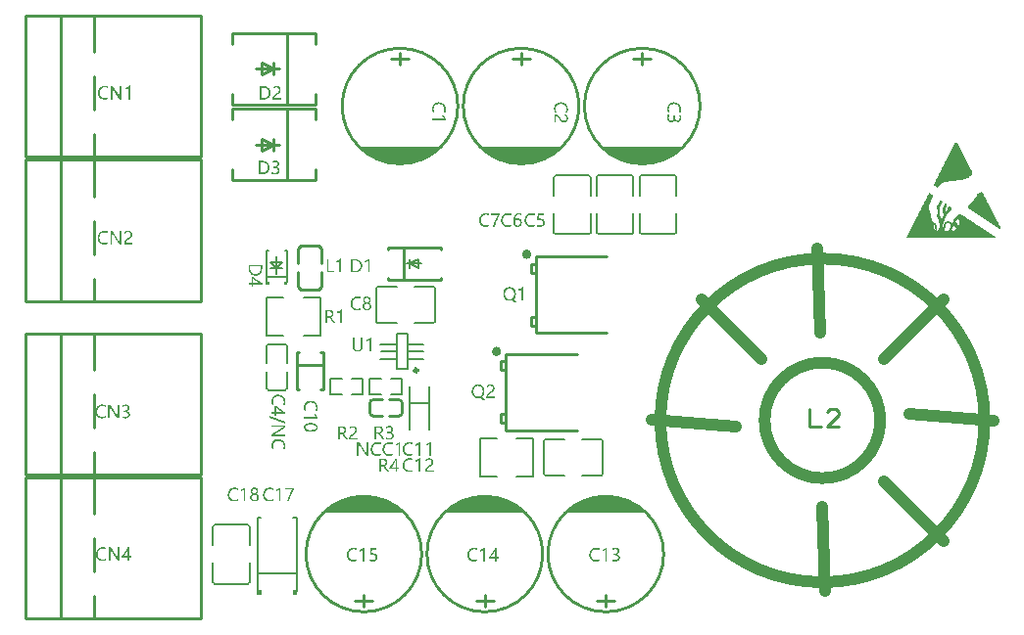
<source format=gto>
G04*
G04 #@! TF.GenerationSoftware,Altium Limited,Altium Designer,20.2.8 (258)*
G04*
G04 Layer_Color=65535*
%FSLAX25Y25*%
%MOIN*%
G70*
G04*
G04 #@! TF.SameCoordinates,18C1B9BA-8449-4E8D-A104-6701744B7602*
G04*
G04*
G04 #@! TF.FilePolarity,Positive*
G04*
G01*
G75*
%ADD10C,0.01000*%
%ADD11C,0.03937*%
%ADD12C,0.00600*%
%ADD13C,0.01181*%
%ADD14C,0.01575*%
%ADD15C,0.00200*%
%ADD16C,0.00500*%
%ADD17C,0.00591*%
G36*
X217000Y157200D02*
X213000Y156200D01*
X207000Y157200D01*
X201000Y159200D01*
X197000Y162200D01*
X225000D01*
X217000Y157200D01*
D02*
G37*
G36*
X175800D02*
X171800Y156200D01*
X165800Y157200D01*
X159800Y159200D01*
X155800Y162200D01*
X183800D01*
X175800Y157200D01*
D02*
G37*
G36*
X134600D02*
X130600Y156200D01*
X124600Y157200D01*
X118600Y159200D01*
X114600Y162200D01*
X142600D01*
X134600Y157200D01*
D02*
G37*
G36*
X90350Y115282D02*
X89090Y115282D01*
X89090Y116482D01*
X90350D01*
Y115282D01*
D02*
G37*
G36*
X84110Y115282D02*
X82850Y115282D01*
Y116482D01*
X84110D01*
X84110Y115282D01*
D02*
G37*
G36*
X102500Y87400D02*
X93500D01*
Y87900D01*
Y88400D01*
X102500D01*
Y87400D01*
D02*
G37*
G36*
X138950Y78999D02*
X138351D01*
Y80799D01*
X138950Y80799D01*
Y78999D01*
D02*
G37*
G36*
X132049Y80799D02*
Y78999D01*
X131450D01*
Y80799D01*
X132049Y80799D01*
D02*
G37*
G36*
X202600Y42562D02*
X208600Y40562D01*
X212600Y37562D01*
X184600D01*
X192600Y42562D01*
X196600Y43562D01*
X202600Y42562D01*
D02*
G37*
G36*
X161450D02*
X167450Y40562D01*
X171450Y37562D01*
X143450D01*
X151450Y42562D01*
X155450Y43562D01*
X161450Y42562D01*
D02*
G37*
G36*
X120300D02*
X126300Y40562D01*
X130300Y37562D01*
X102300D01*
X110300Y42562D01*
X114300Y43562D01*
X120300Y42562D01*
D02*
G37*
G36*
X93699Y9557D02*
X92077D01*
Y11357D01*
X93699D01*
X93699Y9557D01*
D02*
G37*
G36*
X81523Y11357D02*
X81523Y9557D01*
X79901D01*
Y11357D01*
X81523Y11357D01*
D02*
G37*
G36*
X115926Y94463D02*
Y94456D01*
Y94441D01*
Y94419D01*
Y94382D01*
X115918Y94338D01*
X115911Y94286D01*
X115896Y94160D01*
X115874Y94012D01*
X115829Y93849D01*
X115778Y93672D01*
X115704Y93494D01*
X115615Y93316D01*
X115496Y93139D01*
X115356Y92976D01*
X115274Y92902D01*
X115186Y92828D01*
X115089Y92761D01*
X114978Y92702D01*
X114867Y92650D01*
X114749Y92606D01*
X114616Y92576D01*
X114475Y92547D01*
X114327Y92532D01*
X114164Y92525D01*
X114120D01*
X114090Y92532D01*
X114053D01*
X114009Y92539D01*
X113898Y92554D01*
X113772Y92584D01*
X113632Y92621D01*
X113476Y92680D01*
X113321Y92761D01*
X113165Y92858D01*
X113010Y92983D01*
X112936Y93050D01*
X112869Y93131D01*
X112803Y93220D01*
X112744Y93309D01*
X112684Y93413D01*
X112633Y93524D01*
X112588Y93642D01*
X112551Y93775D01*
X112522Y93916D01*
X112499Y94064D01*
X112485Y94219D01*
X112477Y94389D01*
Y97172D01*
X113069D01*
Y94419D01*
Y94412D01*
Y94404D01*
Y94360D01*
X113077Y94293D01*
X113084Y94204D01*
X113106Y94101D01*
X113128Y93982D01*
X113165Y93857D01*
X113210Y93731D01*
X113276Y93605D01*
X113350Y93479D01*
X113439Y93361D01*
X113550Y93257D01*
X113683Y93168D01*
X113839Y93102D01*
X114016Y93057D01*
X114113Y93050D01*
X114216Y93043D01*
X114268D01*
X114320Y93050D01*
X114394Y93065D01*
X114475Y93087D01*
X114571Y93117D01*
X114668Y93154D01*
X114779Y93213D01*
X114882Y93279D01*
X114978Y93368D01*
X115075Y93479D01*
X115156Y93605D01*
X115230Y93760D01*
X115289Y93938D01*
X115319Y94138D01*
X115334Y94256D01*
Y94375D01*
Y97172D01*
X115926D01*
Y94463D01*
D02*
G37*
G36*
X118723Y92599D02*
X118146D01*
Y96513D01*
X118138Y96506D01*
X118123Y96491D01*
X118086Y96461D01*
X118042Y96424D01*
X117975Y96373D01*
X117894Y96321D01*
X117798Y96262D01*
X117687Y96202D01*
X117672Y96195D01*
X117635Y96173D01*
X117568Y96151D01*
X117487Y96114D01*
X117398Y96077D01*
X117295Y96040D01*
X117191Y96003D01*
X117087Y95973D01*
Y96535D01*
X117095D01*
X117102Y96543D01*
X117124Y96550D01*
X117154Y96558D01*
X117221Y96580D01*
X117324Y96617D01*
X117435Y96661D01*
X117568Y96713D01*
X117709Y96780D01*
X117864Y96854D01*
X117872D01*
X117879Y96861D01*
X117901Y96876D01*
X117931Y96891D01*
X118005Y96935D01*
X118101Y96987D01*
X118205Y97053D01*
X118308Y97127D01*
X118412Y97201D01*
X118501Y97275D01*
X118723D01*
Y92599D01*
D02*
G37*
G36*
X141875Y177493D02*
X141957D01*
X142046Y177478D01*
X142157Y177463D01*
X142275Y177448D01*
X142408Y177419D01*
X142549Y177382D01*
X142689Y177337D01*
X142837Y177285D01*
X142985Y177219D01*
X143133Y177145D01*
X143281Y177056D01*
X143415Y176960D01*
X143548Y176841D01*
X143555Y176834D01*
X143577Y176812D01*
X143614Y176775D01*
X143651Y176723D01*
X143703Y176656D01*
X143762Y176575D01*
X143822Y176486D01*
X143888Y176383D01*
X143955Y176264D01*
X144014Y176138D01*
X144073Y175998D01*
X144125Y175850D01*
X144169Y175687D01*
X144199Y175517D01*
X144221Y175339D01*
X144229Y175154D01*
Y175043D01*
X144221Y174991D01*
Y174925D01*
X144214Y174851D01*
X144206Y174769D01*
X144184Y174599D01*
X144147Y174414D01*
X144103Y174237D01*
X144036Y174066D01*
X143422D01*
Y174074D01*
X143437Y174089D01*
X143444Y174118D01*
X143466Y174155D01*
X143489Y174200D01*
X143511Y174251D01*
X143533Y174318D01*
X143563Y174385D01*
X143607Y174547D01*
X143651Y174732D01*
X143681Y174932D01*
X143696Y175147D01*
Y175221D01*
X143688Y175273D01*
X143681Y175339D01*
X143666Y175413D01*
X143651Y175495D01*
X143629Y175591D01*
X143607Y175687D01*
X143570Y175783D01*
X143533Y175894D01*
X143481Y175998D01*
X143422Y176101D01*
X143355Y176205D01*
X143274Y176301D01*
X143185Y176397D01*
X143178Y176405D01*
X143163Y176420D01*
X143133Y176442D01*
X143089Y176471D01*
X143037Y176508D01*
X142978Y176553D01*
X142904Y176590D01*
X142823Y176634D01*
X142726Y176686D01*
X142623Y176723D01*
X142512Y176767D01*
X142386Y176804D01*
X142260Y176834D01*
X142120Y176856D01*
X141964Y176871D01*
X141809Y176878D01*
X141801D01*
X141772D01*
X141727D01*
X141676Y176871D01*
X141602Y176864D01*
X141520Y176856D01*
X141431Y176841D01*
X141335Y176819D01*
X141128Y176767D01*
X141017Y176730D01*
X140913Y176686D01*
X140802Y176634D01*
X140699Y176575D01*
X140595Y176508D01*
X140499Y176427D01*
X140492Y176420D01*
X140477Y176405D01*
X140455Y176383D01*
X140425Y176346D01*
X140388Y176301D01*
X140344Y176242D01*
X140307Y176183D01*
X140262Y176109D01*
X140210Y176027D01*
X140173Y175939D01*
X140129Y175842D01*
X140092Y175739D01*
X140062Y175628D01*
X140040Y175509D01*
X140025Y175384D01*
X140018Y175250D01*
Y175184D01*
X140025Y175139D01*
Y175080D01*
X140033Y175006D01*
X140048Y174932D01*
X140055Y174843D01*
X140092Y174658D01*
X140151Y174466D01*
X140225Y174259D01*
X140329Y174066D01*
X139759D01*
Y174074D01*
X139752Y174089D01*
X139737Y174118D01*
X139722Y174155D01*
X139700Y174207D01*
X139678Y174266D01*
X139655Y174340D01*
X139633Y174414D01*
X139604Y174503D01*
X139581Y174599D01*
X139559Y174703D01*
X139544Y174821D01*
X139522Y174940D01*
X139515Y175065D01*
X139500Y175339D01*
Y175384D01*
X139507Y175435D01*
Y175502D01*
X139522Y175583D01*
X139530Y175680D01*
X139552Y175791D01*
X139581Y175902D01*
X139611Y176027D01*
X139655Y176153D01*
X139700Y176286D01*
X139759Y176420D01*
X139833Y176553D01*
X139914Y176679D01*
X140011Y176797D01*
X140122Y176915D01*
X140129Y176923D01*
X140151Y176938D01*
X140188Y176967D01*
X140233Y177004D01*
X140299Y177049D01*
X140373Y177100D01*
X140462Y177152D01*
X140558Y177204D01*
X140677Y177263D01*
X140795Y177315D01*
X140936Y177367D01*
X141084Y177411D01*
X141239Y177448D01*
X141409Y177478D01*
X141587Y177493D01*
X141772Y177500D01*
X141787D01*
X141824D01*
X141875Y177493D01*
D02*
G37*
G36*
X143511Y173112D02*
X143518Y173104D01*
X143526Y173082D01*
X143533Y173053D01*
X143555Y172986D01*
X143592Y172882D01*
X143637Y172771D01*
X143688Y172638D01*
X143755Y172498D01*
X143829Y172342D01*
Y172335D01*
X143836Y172327D01*
X143851Y172305D01*
X143866Y172276D01*
X143910Y172202D01*
X143962Y172105D01*
X144029Y172002D01*
X144103Y171898D01*
X144177Y171795D01*
X144251Y171706D01*
Y171484D01*
X139574D01*
Y172061D01*
X143489D01*
X143481Y172068D01*
X143466Y172083D01*
X143437Y172120D01*
X143400Y172165D01*
X143348Y172231D01*
X143296Y172313D01*
X143237Y172409D01*
X143178Y172520D01*
X143170Y172535D01*
X143148Y172572D01*
X143126Y172638D01*
X143089Y172720D01*
X143052Y172808D01*
X143015Y172912D01*
X142978Y173016D01*
X142948Y173119D01*
X143511D01*
Y173112D01*
D02*
G37*
G36*
X183375Y177493D02*
X183457D01*
X183546Y177478D01*
X183657Y177463D01*
X183775Y177448D01*
X183908Y177419D01*
X184049Y177382D01*
X184189Y177337D01*
X184337Y177285D01*
X184485Y177219D01*
X184633Y177145D01*
X184781Y177056D01*
X184915Y176960D01*
X185048Y176841D01*
X185055Y176834D01*
X185077Y176812D01*
X185114Y176775D01*
X185151Y176723D01*
X185203Y176656D01*
X185262Y176575D01*
X185322Y176486D01*
X185388Y176383D01*
X185455Y176264D01*
X185514Y176138D01*
X185573Y175998D01*
X185625Y175850D01*
X185669Y175687D01*
X185699Y175517D01*
X185721Y175339D01*
X185729Y175154D01*
Y175043D01*
X185721Y174991D01*
Y174925D01*
X185714Y174851D01*
X185706Y174769D01*
X185684Y174599D01*
X185647Y174414D01*
X185603Y174237D01*
X185536Y174066D01*
X184922D01*
Y174074D01*
X184937Y174089D01*
X184944Y174118D01*
X184966Y174155D01*
X184989Y174200D01*
X185011Y174251D01*
X185033Y174318D01*
X185063Y174385D01*
X185107Y174547D01*
X185151Y174732D01*
X185181Y174932D01*
X185196Y175147D01*
Y175221D01*
X185188Y175273D01*
X185181Y175339D01*
X185166Y175413D01*
X185151Y175495D01*
X185129Y175591D01*
X185107Y175687D01*
X185070Y175783D01*
X185033Y175894D01*
X184981Y175998D01*
X184922Y176101D01*
X184855Y176205D01*
X184774Y176301D01*
X184685Y176397D01*
X184678Y176405D01*
X184663Y176420D01*
X184633Y176442D01*
X184589Y176471D01*
X184537Y176508D01*
X184478Y176553D01*
X184404Y176590D01*
X184323Y176634D01*
X184226Y176686D01*
X184123Y176723D01*
X184012Y176767D01*
X183886Y176804D01*
X183760Y176834D01*
X183620Y176856D01*
X183464Y176871D01*
X183309Y176878D01*
X183301D01*
X183272D01*
X183227D01*
X183176Y176871D01*
X183102Y176864D01*
X183020Y176856D01*
X182931Y176841D01*
X182835Y176819D01*
X182628Y176767D01*
X182517Y176730D01*
X182413Y176686D01*
X182302Y176634D01*
X182199Y176575D01*
X182095Y176508D01*
X181999Y176427D01*
X181992Y176420D01*
X181977Y176405D01*
X181955Y176383D01*
X181925Y176346D01*
X181888Y176301D01*
X181844Y176242D01*
X181807Y176183D01*
X181762Y176109D01*
X181710Y176027D01*
X181673Y175939D01*
X181629Y175842D01*
X181592Y175739D01*
X181562Y175628D01*
X181540Y175509D01*
X181525Y175384D01*
X181518Y175250D01*
Y175184D01*
X181525Y175139D01*
Y175080D01*
X181533Y175006D01*
X181548Y174932D01*
X181555Y174843D01*
X181592Y174658D01*
X181651Y174466D01*
X181725Y174259D01*
X181829Y174066D01*
X181259D01*
Y174074D01*
X181252Y174089D01*
X181237Y174118D01*
X181222Y174155D01*
X181200Y174207D01*
X181178Y174266D01*
X181155Y174340D01*
X181133Y174414D01*
X181104Y174503D01*
X181081Y174599D01*
X181059Y174703D01*
X181044Y174821D01*
X181022Y174940D01*
X181015Y175065D01*
X181000Y175339D01*
Y175384D01*
X181007Y175435D01*
Y175502D01*
X181022Y175583D01*
X181030Y175680D01*
X181052Y175791D01*
X181081Y175902D01*
X181111Y176027D01*
X181155Y176153D01*
X181200Y176286D01*
X181259Y176420D01*
X181333Y176553D01*
X181414Y176679D01*
X181511Y176797D01*
X181622Y176915D01*
X181629Y176923D01*
X181651Y176938D01*
X181688Y176967D01*
X181733Y177004D01*
X181799Y177049D01*
X181873Y177100D01*
X181962Y177152D01*
X182058Y177204D01*
X182177Y177263D01*
X182295Y177315D01*
X182436Y177367D01*
X182584Y177411D01*
X182739Y177448D01*
X182909Y177478D01*
X183087Y177493D01*
X183272Y177500D01*
X183287D01*
X183324D01*
X183375Y177493D01*
D02*
G37*
G36*
X181437Y173386D02*
X181533Y173378D01*
X181636Y173371D01*
X181747Y173349D01*
X181858Y173326D01*
X181969Y173289D01*
X181984Y173282D01*
X182014Y173267D01*
X182073Y173238D01*
X182140Y173201D01*
X182221Y173156D01*
X182310Y173090D01*
X182406Y173023D01*
X182502Y172934D01*
X182517Y172919D01*
X182547Y172890D01*
X182606Y172823D01*
X182680Y172742D01*
X182776Y172631D01*
X182887Y172498D01*
X183005Y172342D01*
X183139Y172157D01*
X183146Y172150D01*
X183153Y172135D01*
X183176Y172105D01*
X183205Y172068D01*
X183235Y172024D01*
X183272Y171972D01*
X183361Y171861D01*
X183464Y171743D01*
X183575Y171617D01*
X183686Y171513D01*
X183745Y171462D01*
X183797Y171425D01*
X183812Y171417D01*
X183849Y171395D01*
X183908Y171358D01*
X183990Y171321D01*
X184086Y171291D01*
X184197Y171254D01*
X184315Y171232D01*
X184448Y171225D01*
X184456D01*
X184463D01*
X184508D01*
X184574Y171240D01*
X184663Y171254D01*
X184752Y171284D01*
X184848Y171321D01*
X184944Y171380D01*
X185026Y171462D01*
X185033Y171469D01*
X185063Y171506D01*
X185092Y171558D01*
X185137Y171624D01*
X185174Y171713D01*
X185211Y171824D01*
X185233Y171950D01*
X185240Y172091D01*
Y172142D01*
X185233Y172194D01*
X185225Y172268D01*
X185203Y172357D01*
X185181Y172453D01*
X185144Y172557D01*
X185092Y172668D01*
X185085Y172683D01*
X185070Y172720D01*
X185033Y172771D01*
X184989Y172845D01*
X184929Y172927D01*
X184863Y173016D01*
X184781Y173112D01*
X184685Y173208D01*
X185240D01*
X185248Y173201D01*
X185277Y173171D01*
X185322Y173119D01*
X185373Y173060D01*
X185433Y172979D01*
X185492Y172897D01*
X185551Y172801D01*
X185603Y172697D01*
X185610Y172683D01*
X185625Y172646D01*
X185640Y172586D01*
X185669Y172505D01*
X185692Y172409D01*
X185706Y172290D01*
X185721Y172165D01*
X185729Y172024D01*
Y171965D01*
X185721Y171920D01*
Y171869D01*
X185714Y171809D01*
X185684Y171669D01*
X185647Y171513D01*
X185588Y171343D01*
X185507Y171180D01*
X185455Y171106D01*
X185396Y171032D01*
Y171025D01*
X185381Y171018D01*
X185359Y170995D01*
X185336Y170973D01*
X185262Y170914D01*
X185159Y170840D01*
X185026Y170766D01*
X184878Y170707D01*
X184693Y170662D01*
X184596Y170655D01*
X184493Y170648D01*
X184485D01*
X184471D01*
X184441D01*
X184411D01*
X184367Y170655D01*
X184315Y170662D01*
X184197Y170677D01*
X184056Y170707D01*
X183916Y170744D01*
X183760Y170803D01*
X183620Y170884D01*
X183612D01*
X183605Y170892D01*
X183583Y170907D01*
X183553Y170929D01*
X183479Y170988D01*
X183390Y171069D01*
X183272Y171180D01*
X183146Y171314D01*
X183079Y171395D01*
X183005Y171484D01*
X182939Y171573D01*
X182865Y171676D01*
X182857Y171684D01*
X182850Y171698D01*
X182828Y171728D01*
X182798Y171765D01*
X182769Y171817D01*
X182732Y171869D01*
X182643Y171987D01*
X182554Y172113D01*
X182458Y172239D01*
X182369Y172357D01*
X182332Y172401D01*
X182295Y172446D01*
X182288Y172453D01*
X182265Y172475D01*
X182236Y172512D01*
X182191Y172549D01*
X182140Y172594D01*
X182080Y172638D01*
X182021Y172683D01*
X181962Y172712D01*
X181955D01*
X181932Y172727D01*
X181903Y172734D01*
X181858Y172749D01*
X181799Y172764D01*
X181740Y172771D01*
X181666Y172786D01*
X181585D01*
Y170514D01*
X181074D01*
Y173393D01*
X181296D01*
X181303D01*
X181311D01*
X181333D01*
X181363D01*
X181437Y173386D01*
D02*
G37*
G36*
X221875Y177493D02*
X221957D01*
X222046Y177478D01*
X222157Y177463D01*
X222275Y177448D01*
X222408Y177419D01*
X222549Y177382D01*
X222689Y177337D01*
X222837Y177285D01*
X222985Y177219D01*
X223133Y177145D01*
X223281Y177056D01*
X223415Y176960D01*
X223548Y176841D01*
X223555Y176834D01*
X223577Y176812D01*
X223614Y176775D01*
X223651Y176723D01*
X223703Y176656D01*
X223762Y176575D01*
X223822Y176486D01*
X223888Y176383D01*
X223955Y176264D01*
X224014Y176138D01*
X224073Y175998D01*
X224125Y175850D01*
X224169Y175687D01*
X224199Y175517D01*
X224221Y175339D01*
X224229Y175154D01*
Y175043D01*
X224221Y174991D01*
Y174925D01*
X224214Y174851D01*
X224206Y174769D01*
X224184Y174599D01*
X224147Y174414D01*
X224103Y174237D01*
X224036Y174066D01*
X223422D01*
Y174074D01*
X223437Y174089D01*
X223444Y174118D01*
X223466Y174155D01*
X223489Y174200D01*
X223511Y174251D01*
X223533Y174318D01*
X223563Y174385D01*
X223607Y174547D01*
X223651Y174732D01*
X223681Y174932D01*
X223696Y175147D01*
Y175221D01*
X223688Y175273D01*
X223681Y175339D01*
X223666Y175413D01*
X223651Y175495D01*
X223629Y175591D01*
X223607Y175687D01*
X223570Y175783D01*
X223533Y175894D01*
X223481Y175998D01*
X223422Y176101D01*
X223355Y176205D01*
X223274Y176301D01*
X223185Y176397D01*
X223178Y176405D01*
X223163Y176420D01*
X223133Y176442D01*
X223089Y176471D01*
X223037Y176508D01*
X222978Y176553D01*
X222904Y176590D01*
X222823Y176634D01*
X222726Y176686D01*
X222623Y176723D01*
X222512Y176767D01*
X222386Y176804D01*
X222260Y176834D01*
X222120Y176856D01*
X221964Y176871D01*
X221809Y176878D01*
X221801D01*
X221772D01*
X221727D01*
X221676Y176871D01*
X221602Y176864D01*
X221520Y176856D01*
X221431Y176841D01*
X221335Y176819D01*
X221128Y176767D01*
X221017Y176730D01*
X220913Y176686D01*
X220802Y176634D01*
X220699Y176575D01*
X220595Y176508D01*
X220499Y176427D01*
X220492Y176420D01*
X220477Y176405D01*
X220455Y176383D01*
X220425Y176346D01*
X220388Y176301D01*
X220344Y176242D01*
X220307Y176183D01*
X220262Y176109D01*
X220210Y176027D01*
X220173Y175939D01*
X220129Y175842D01*
X220092Y175739D01*
X220062Y175628D01*
X220040Y175509D01*
X220025Y175384D01*
X220018Y175250D01*
Y175184D01*
X220025Y175139D01*
Y175080D01*
X220033Y175006D01*
X220048Y174932D01*
X220055Y174843D01*
X220092Y174658D01*
X220151Y174466D01*
X220225Y174259D01*
X220329Y174066D01*
X219759D01*
Y174074D01*
X219752Y174089D01*
X219737Y174118D01*
X219722Y174155D01*
X219700Y174207D01*
X219678Y174266D01*
X219655Y174340D01*
X219633Y174414D01*
X219604Y174503D01*
X219581Y174599D01*
X219559Y174703D01*
X219544Y174821D01*
X219522Y174940D01*
X219515Y175065D01*
X219500Y175339D01*
Y175384D01*
X219507Y175435D01*
Y175502D01*
X219522Y175583D01*
X219530Y175680D01*
X219552Y175791D01*
X219581Y175902D01*
X219611Y176027D01*
X219655Y176153D01*
X219700Y176286D01*
X219759Y176420D01*
X219833Y176553D01*
X219914Y176679D01*
X220011Y176797D01*
X220122Y176915D01*
X220129Y176923D01*
X220151Y176938D01*
X220188Y176967D01*
X220233Y177004D01*
X220299Y177049D01*
X220373Y177100D01*
X220462Y177152D01*
X220558Y177204D01*
X220677Y177263D01*
X220795Y177315D01*
X220936Y177367D01*
X221084Y177411D01*
X221239Y177448D01*
X221409Y177478D01*
X221587Y177493D01*
X221772Y177500D01*
X221787D01*
X221824D01*
X221875Y177493D01*
D02*
G37*
G36*
X220329Y173312D02*
X220321Y173297D01*
X220307Y173275D01*
X220277Y173238D01*
X220255Y173193D01*
X220225Y173141D01*
X220188Y173082D01*
X220159Y173008D01*
X220092Y172853D01*
X220033Y172675D01*
X219988Y172475D01*
X219981Y172372D01*
X219974Y172261D01*
Y172216D01*
X219981Y172179D01*
X219988Y172098D01*
X220003Y171987D01*
X220033Y171869D01*
X220070Y171743D01*
X220129Y171624D01*
X220203Y171513D01*
X220218Y171499D01*
X220247Y171469D01*
X220299Y171425D01*
X220373Y171373D01*
X220462Y171321D01*
X220566Y171277D01*
X220684Y171247D01*
X220825Y171232D01*
X220832D01*
X220862D01*
X220906Y171240D01*
X220958Y171254D01*
X221024Y171269D01*
X221098Y171299D01*
X221180Y171336D01*
X221261Y171388D01*
X221343Y171454D01*
X221424Y171536D01*
X221498Y171639D01*
X221565Y171758D01*
X221616Y171906D01*
X221661Y172068D01*
X221690Y172261D01*
X221698Y172483D01*
Y172860D01*
X222171D01*
Y172453D01*
X222179Y172394D01*
X222186Y172327D01*
X222194Y172239D01*
X222216Y172150D01*
X222238Y172046D01*
X222275Y171943D01*
X222319Y171846D01*
X222371Y171743D01*
X222438Y171654D01*
X222519Y171565D01*
X222615Y171499D01*
X222719Y171439D01*
X222845Y171410D01*
X222993Y171395D01*
X223000D01*
X223022D01*
X223059Y171402D01*
X223111Y171410D01*
X223163Y171417D01*
X223230Y171439D01*
X223296Y171469D01*
X223370Y171499D01*
X223437Y171543D01*
X223503Y171602D01*
X223570Y171669D01*
X223622Y171750D01*
X223674Y171846D01*
X223711Y171957D01*
X223733Y172091D01*
X223740Y172239D01*
Y172283D01*
X223733Y172320D01*
Y172364D01*
X223725Y172416D01*
X223703Y172535D01*
X223666Y172668D01*
X223607Y172823D01*
X223526Y172979D01*
X223481Y173060D01*
X223422Y173141D01*
X223962D01*
Y173134D01*
X223977Y173119D01*
X223984Y173097D01*
X224007Y173060D01*
X224021Y173023D01*
X224044Y172971D01*
X224073Y172912D01*
X224095Y172845D01*
X224147Y172690D01*
X224184Y172512D01*
X224214Y172313D01*
X224229Y172098D01*
Y172039D01*
X224221Y172002D01*
Y171950D01*
X224214Y171891D01*
X224192Y171758D01*
X224155Y171610D01*
X224095Y171454D01*
X224021Y171299D01*
X223918Y171158D01*
Y171151D01*
X223903Y171143D01*
X223866Y171099D01*
X223799Y171047D01*
X223703Y170981D01*
X223592Y170914D01*
X223459Y170855D01*
X223304Y170818D01*
X223215Y170810D01*
X223126Y170803D01*
X223119D01*
X223089D01*
X223045Y170810D01*
X222985Y170818D01*
X222911Y170833D01*
X222830Y170847D01*
X222741Y170877D01*
X222645Y170914D01*
X222549Y170966D01*
X222453Y171025D01*
X222356Y171099D01*
X222260Y171188D01*
X222171Y171291D01*
X222097Y171410D01*
X222031Y171550D01*
X221972Y171713D01*
X221957D01*
Y171691D01*
X221949Y171669D01*
X221942Y171632D01*
X221935Y171587D01*
X221927Y171543D01*
X221898Y171432D01*
X221846Y171306D01*
X221787Y171173D01*
X221713Y171047D01*
X221609Y170936D01*
X221594Y170921D01*
X221557Y170892D01*
X221491Y170847D01*
X221409Y170788D01*
X221298Y170736D01*
X221172Y170692D01*
X221032Y170662D01*
X220869Y170648D01*
X220862D01*
X220839D01*
X220810D01*
X220765Y170655D01*
X220714Y170662D01*
X220654Y170670D01*
X220514Y170699D01*
X220351Y170759D01*
X220270Y170788D01*
X220188Y170833D01*
X220099Y170884D01*
X220018Y170944D01*
X219944Y171010D01*
X219870Y171092D01*
X219863Y171099D01*
X219855Y171114D01*
X219833Y171136D01*
X219811Y171173D01*
X219781Y171217D01*
X219752Y171269D01*
X219722Y171336D01*
X219685Y171402D01*
X219648Y171484D01*
X219618Y171573D01*
X219589Y171676D01*
X219559Y171780D01*
X219537Y171891D01*
X219515Y172009D01*
X219507Y172142D01*
X219500Y172276D01*
Y172335D01*
X219507Y172379D01*
Y172438D01*
X219515Y172498D01*
X219530Y172646D01*
X219559Y172816D01*
X219604Y172986D01*
X219655Y173156D01*
X219737Y173319D01*
X220336D01*
X220329Y173312D01*
D02*
G37*
G36*
X87256Y77893D02*
X87338D01*
X87426Y77878D01*
X87537Y77863D01*
X87656Y77848D01*
X87789Y77819D01*
X87930Y77782D01*
X88070Y77737D01*
X88218Y77685D01*
X88366Y77619D01*
X88514Y77545D01*
X88662Y77456D01*
X88795Y77360D01*
X88929Y77241D01*
X88936Y77234D01*
X88958Y77212D01*
X88995Y77175D01*
X89032Y77123D01*
X89084Y77056D01*
X89143Y76975D01*
X89202Y76886D01*
X89269Y76783D01*
X89336Y76664D01*
X89395Y76538D01*
X89454Y76398D01*
X89506Y76250D01*
X89550Y76087D01*
X89580Y75917D01*
X89602Y75739D01*
X89609Y75554D01*
Y75443D01*
X89602Y75391D01*
Y75325D01*
X89595Y75251D01*
X89587Y75169D01*
X89565Y74999D01*
X89528Y74814D01*
X89484Y74637D01*
X89417Y74466D01*
X88803D01*
Y74474D01*
X88818Y74489D01*
X88825Y74518D01*
X88847Y74555D01*
X88869Y74600D01*
X88892Y74651D01*
X88914Y74718D01*
X88943Y74785D01*
X88988Y74947D01*
X89032Y75132D01*
X89062Y75332D01*
X89077Y75547D01*
Y75621D01*
X89069Y75673D01*
X89062Y75739D01*
X89047Y75813D01*
X89032Y75895D01*
X89010Y75991D01*
X88988Y76087D01*
X88951Y76183D01*
X88914Y76294D01*
X88862Y76398D01*
X88803Y76501D01*
X88736Y76605D01*
X88655Y76701D01*
X88566Y76797D01*
X88559Y76805D01*
X88544Y76820D01*
X88514Y76842D01*
X88470Y76871D01*
X88418Y76908D01*
X88359Y76953D01*
X88285Y76990D01*
X88203Y77034D01*
X88107Y77086D01*
X88004Y77123D01*
X87893Y77167D01*
X87767Y77204D01*
X87641Y77234D01*
X87500Y77256D01*
X87345Y77271D01*
X87190Y77278D01*
X87182D01*
X87153D01*
X87108D01*
X87056Y77271D01*
X86982Y77264D01*
X86901Y77256D01*
X86812Y77241D01*
X86716Y77219D01*
X86509Y77167D01*
X86398Y77130D01*
X86294Y77086D01*
X86183Y77034D01*
X86080Y76975D01*
X85976Y76908D01*
X85880Y76827D01*
X85872Y76820D01*
X85858Y76805D01*
X85835Y76783D01*
X85806Y76746D01*
X85769Y76701D01*
X85724Y76642D01*
X85687Y76583D01*
X85643Y76509D01*
X85591Y76427D01*
X85554Y76339D01*
X85510Y76242D01*
X85473Y76139D01*
X85443Y76028D01*
X85421Y75909D01*
X85406Y75784D01*
X85399Y75650D01*
Y75584D01*
X85406Y75539D01*
Y75480D01*
X85414Y75406D01*
X85428Y75332D01*
X85436Y75243D01*
X85473Y75058D01*
X85532Y74866D01*
X85606Y74659D01*
X85710Y74466D01*
X85140D01*
Y74474D01*
X85132Y74489D01*
X85118Y74518D01*
X85103Y74555D01*
X85081Y74607D01*
X85058Y74666D01*
X85036Y74740D01*
X85014Y74814D01*
X84984Y74903D01*
X84962Y74999D01*
X84940Y75103D01*
X84925Y75221D01*
X84903Y75340D01*
X84896Y75465D01*
X84881Y75739D01*
Y75784D01*
X84888Y75835D01*
Y75902D01*
X84903Y75983D01*
X84910Y76080D01*
X84933Y76191D01*
X84962Y76302D01*
X84992Y76427D01*
X85036Y76553D01*
X85081Y76686D01*
X85140Y76820D01*
X85214Y76953D01*
X85295Y77079D01*
X85391Y77197D01*
X85502Y77315D01*
X85510Y77323D01*
X85532Y77338D01*
X85569Y77367D01*
X85613Y77404D01*
X85680Y77449D01*
X85754Y77500D01*
X85843Y77552D01*
X85939Y77604D01*
X86057Y77663D01*
X86176Y77715D01*
X86316Y77767D01*
X86464Y77811D01*
X86620Y77848D01*
X86790Y77878D01*
X86968Y77893D01*
X87153Y77900D01*
X87167D01*
X87204D01*
X87256Y77893D01*
D02*
G37*
G36*
X86487Y74089D02*
X86509Y74074D01*
X86546Y74037D01*
X86590Y74000D01*
X86657Y73948D01*
X86731Y73882D01*
X86812Y73815D01*
X86908Y73741D01*
X87012Y73652D01*
X87123Y73564D01*
X87249Y73467D01*
X87375Y73371D01*
X87656Y73164D01*
X87959Y72949D01*
X87967Y72942D01*
X87996Y72927D01*
X88041Y72890D01*
X88100Y72853D01*
X88174Y72801D01*
X88263Y72750D01*
X88359Y72683D01*
X88470Y72616D01*
X88588Y72542D01*
X88707Y72461D01*
X88973Y72306D01*
X89247Y72143D01*
X89528Y71995D01*
Y71395D01*
X86509D01*
Y70707D01*
X86028D01*
Y71395D01*
X84955D01*
Y71958D01*
X86028D01*
Y74096D01*
X86479D01*
X86487Y74089D01*
D02*
G37*
G36*
X89528Y68495D02*
Y67954D01*
X84200Y70152D01*
Y70685D01*
X89528Y68495D01*
D02*
G37*
G36*
Y66674D02*
X86028Y64439D01*
X86020Y64432D01*
X85991Y64410D01*
X85946Y64388D01*
X85895Y64351D01*
X85791Y64291D01*
X85747Y64262D01*
X85717Y64247D01*
Y64232D01*
X85724D01*
X85754Y64240D01*
X85806D01*
X85872Y64247D01*
X85961Y64254D01*
X86080D01*
X86220Y64262D01*
X86383D01*
X89528D01*
Y63677D01*
X84955D01*
Y64380D01*
X88514Y66682D01*
X88522Y66689D01*
X88536Y66696D01*
X88566Y66719D01*
X88610Y66733D01*
X88699Y66785D01*
X88810Y66837D01*
Y66859D01*
X88803D01*
X88781Y66852D01*
X88736D01*
X88670Y66844D01*
X88588D01*
X88470Y66837D01*
X88337D01*
X88255D01*
X88166D01*
X84955D01*
Y67422D01*
X89528D01*
Y66674D01*
D02*
G37*
G36*
X87256Y62789D02*
X87338D01*
X87426Y62774D01*
X87537Y62760D01*
X87656Y62745D01*
X87789Y62715D01*
X87930Y62678D01*
X88070Y62634D01*
X88218Y62582D01*
X88366Y62515D01*
X88514Y62441D01*
X88662Y62353D01*
X88795Y62256D01*
X88929Y62138D01*
X88936Y62131D01*
X88958Y62108D01*
X88995Y62071D01*
X89032Y62020D01*
X89084Y61953D01*
X89143Y61872D01*
X89202Y61783D01*
X89269Y61679D01*
X89336Y61561D01*
X89395Y61435D01*
X89454Y61294D01*
X89506Y61146D01*
X89550Y60984D01*
X89580Y60813D01*
X89602Y60636D01*
X89609Y60451D01*
Y60340D01*
X89602Y60288D01*
Y60221D01*
X89595Y60147D01*
X89587Y60066D01*
X89565Y59896D01*
X89528Y59711D01*
X89484Y59533D01*
X89417Y59363D01*
X88803D01*
Y59370D01*
X88818Y59385D01*
X88825Y59415D01*
X88847Y59452D01*
X88869Y59496D01*
X88892Y59548D01*
X88914Y59615D01*
X88943Y59681D01*
X88988Y59844D01*
X89032Y60029D01*
X89062Y60229D01*
X89077Y60443D01*
Y60517D01*
X89069Y60569D01*
X89062Y60636D01*
X89047Y60710D01*
X89032Y60791D01*
X89010Y60887D01*
X88988Y60984D01*
X88951Y61080D01*
X88914Y61191D01*
X88862Y61294D01*
X88803Y61398D01*
X88736Y61502D01*
X88655Y61598D01*
X88566Y61694D01*
X88559Y61701D01*
X88544Y61716D01*
X88514Y61738D01*
X88470Y61768D01*
X88418Y61805D01*
X88359Y61849D01*
X88285Y61886D01*
X88203Y61931D01*
X88107Y61983D01*
X88004Y62020D01*
X87893Y62064D01*
X87767Y62101D01*
X87641Y62131D01*
X87500Y62153D01*
X87345Y62168D01*
X87190Y62175D01*
X87182D01*
X87153D01*
X87108D01*
X87056Y62168D01*
X86982Y62160D01*
X86901Y62153D01*
X86812Y62138D01*
X86716Y62116D01*
X86509Y62064D01*
X86398Y62027D01*
X86294Y61983D01*
X86183Y61931D01*
X86080Y61872D01*
X85976Y61805D01*
X85880Y61724D01*
X85872Y61716D01*
X85858Y61701D01*
X85835Y61679D01*
X85806Y61642D01*
X85769Y61598D01*
X85724Y61539D01*
X85687Y61479D01*
X85643Y61405D01*
X85591Y61324D01*
X85554Y61235D01*
X85510Y61139D01*
X85473Y61035D01*
X85443Y60924D01*
X85421Y60806D01*
X85406Y60680D01*
X85399Y60547D01*
Y60480D01*
X85406Y60436D01*
Y60377D01*
X85414Y60303D01*
X85428Y60229D01*
X85436Y60140D01*
X85473Y59955D01*
X85532Y59763D01*
X85606Y59555D01*
X85710Y59363D01*
X85140D01*
Y59370D01*
X85132Y59385D01*
X85118Y59415D01*
X85103Y59452D01*
X85081Y59504D01*
X85058Y59563D01*
X85036Y59637D01*
X85014Y59711D01*
X84984Y59800D01*
X84962Y59896D01*
X84940Y59999D01*
X84925Y60118D01*
X84903Y60236D01*
X84896Y60362D01*
X84881Y60636D01*
Y60680D01*
X84888Y60732D01*
Y60799D01*
X84903Y60880D01*
X84910Y60976D01*
X84933Y61087D01*
X84962Y61198D01*
X84992Y61324D01*
X85036Y61450D01*
X85081Y61583D01*
X85140Y61716D01*
X85214Y61849D01*
X85295Y61975D01*
X85391Y62094D01*
X85502Y62212D01*
X85510Y62219D01*
X85532Y62234D01*
X85569Y62264D01*
X85613Y62301D01*
X85680Y62345D01*
X85754Y62397D01*
X85843Y62449D01*
X85939Y62501D01*
X86057Y62560D01*
X86176Y62612D01*
X86316Y62663D01*
X86464Y62708D01*
X86620Y62745D01*
X86790Y62774D01*
X86968Y62789D01*
X87153Y62797D01*
X87167D01*
X87204D01*
X87256Y62789D01*
D02*
G37*
G36*
X173509Y139721D02*
X173575D01*
X173649Y139714D01*
X173731Y139706D01*
X173901Y139684D01*
X174086Y139647D01*
X174263Y139603D01*
X174434Y139536D01*
Y138922D01*
X174426D01*
X174411Y138937D01*
X174382Y138944D01*
X174345Y138966D01*
X174300Y138989D01*
X174249Y139011D01*
X174182Y139033D01*
X174115Y139063D01*
X173953Y139107D01*
X173768Y139151D01*
X173568Y139181D01*
X173353Y139196D01*
X173279D01*
X173227Y139188D01*
X173161Y139181D01*
X173087Y139166D01*
X173005Y139151D01*
X172909Y139129D01*
X172813Y139107D01*
X172717Y139070D01*
X172606Y139033D01*
X172502Y138981D01*
X172399Y138922D01*
X172295Y138855D01*
X172199Y138774D01*
X172103Y138685D01*
X172095Y138678D01*
X172080Y138663D01*
X172058Y138633D01*
X172029Y138589D01*
X171992Y138537D01*
X171947Y138478D01*
X171910Y138404D01*
X171866Y138323D01*
X171814Y138226D01*
X171777Y138123D01*
X171733Y138012D01*
X171696Y137886D01*
X171666Y137760D01*
X171644Y137620D01*
X171629Y137464D01*
X171622Y137309D01*
Y137301D01*
Y137272D01*
Y137227D01*
X171629Y137176D01*
X171636Y137102D01*
X171644Y137020D01*
X171659Y136931D01*
X171681Y136835D01*
X171733Y136628D01*
X171770Y136517D01*
X171814Y136413D01*
X171866Y136302D01*
X171925Y136199D01*
X171992Y136095D01*
X172073Y135999D01*
X172080Y135992D01*
X172095Y135977D01*
X172117Y135955D01*
X172154Y135925D01*
X172199Y135888D01*
X172258Y135844D01*
X172317Y135807D01*
X172391Y135762D01*
X172473Y135710D01*
X172561Y135673D01*
X172658Y135629D01*
X172761Y135592D01*
X172872Y135562D01*
X172991Y135540D01*
X173116Y135525D01*
X173250Y135518D01*
X173316D01*
X173361Y135525D01*
X173420D01*
X173494Y135533D01*
X173568Y135548D01*
X173657Y135555D01*
X173842Y135592D01*
X174034Y135651D01*
X174241Y135725D01*
X174434Y135829D01*
Y135259D01*
X174426D01*
X174411Y135252D01*
X174382Y135237D01*
X174345Y135222D01*
X174293Y135200D01*
X174234Y135178D01*
X174160Y135155D01*
X174086Y135133D01*
X173997Y135104D01*
X173901Y135081D01*
X173797Y135059D01*
X173679Y135044D01*
X173560Y135022D01*
X173435Y135015D01*
X173161Y135000D01*
X173116D01*
X173065Y135007D01*
X172998D01*
X172917Y135022D01*
X172820Y135030D01*
X172709Y135052D01*
X172598Y135081D01*
X172473Y135111D01*
X172347Y135155D01*
X172214Y135200D01*
X172080Y135259D01*
X171947Y135333D01*
X171821Y135414D01*
X171703Y135511D01*
X171585Y135622D01*
X171577Y135629D01*
X171562Y135651D01*
X171533Y135688D01*
X171496Y135733D01*
X171451Y135799D01*
X171400Y135873D01*
X171348Y135962D01*
X171296Y136058D01*
X171237Y136177D01*
X171185Y136295D01*
X171133Y136436D01*
X171089Y136584D01*
X171052Y136739D01*
X171022Y136909D01*
X171007Y137087D01*
X171000Y137272D01*
Y137287D01*
Y137324D01*
X171007Y137375D01*
Y137457D01*
X171022Y137546D01*
X171037Y137657D01*
X171052Y137775D01*
X171081Y137908D01*
X171118Y138049D01*
X171163Y138189D01*
X171215Y138337D01*
X171281Y138485D01*
X171355Y138633D01*
X171444Y138781D01*
X171540Y138915D01*
X171659Y139048D01*
X171666Y139055D01*
X171688Y139077D01*
X171725Y139114D01*
X171777Y139151D01*
X171844Y139203D01*
X171925Y139262D01*
X172014Y139322D01*
X172117Y139388D01*
X172236Y139455D01*
X172362Y139514D01*
X172502Y139573D01*
X172650Y139625D01*
X172813Y139669D01*
X172983Y139699D01*
X173161Y139721D01*
X173346Y139729D01*
X173457D01*
X173509Y139721D01*
D02*
G37*
G36*
X177645Y139144D02*
X175988D01*
X175899Y137842D01*
X176313Y137864D01*
X176380D01*
X176432Y137856D01*
X176491D01*
X176565Y137842D01*
X176646Y137834D01*
X176728Y137819D01*
X176913Y137775D01*
X177098Y137708D01*
X177194Y137671D01*
X177283Y137620D01*
X177371Y137568D01*
X177453Y137501D01*
X177460Y137494D01*
X177468Y137486D01*
X177490Y137464D01*
X177519Y137435D01*
X177549Y137398D01*
X177586Y137353D01*
X177623Y137301D01*
X177660Y137235D01*
X177697Y137168D01*
X177734Y137094D01*
X177771Y137005D01*
X177801Y136917D01*
X177852Y136717D01*
X177860Y136598D01*
X177867Y136480D01*
Y136473D01*
Y136450D01*
Y136413D01*
X177860Y136369D01*
X177852Y136310D01*
X177845Y136251D01*
X177830Y136177D01*
X177815Y136095D01*
X177756Y135925D01*
X177727Y135836D01*
X177682Y135747D01*
X177630Y135659D01*
X177571Y135570D01*
X177505Y135488D01*
X177423Y135407D01*
X177416Y135400D01*
X177401Y135392D01*
X177379Y135370D01*
X177342Y135340D01*
X177297Y135311D01*
X177246Y135281D01*
X177179Y135244D01*
X177105Y135207D01*
X177024Y135163D01*
X176935Y135126D01*
X176839Y135096D01*
X176735Y135067D01*
X176617Y135037D01*
X176498Y135015D01*
X176365Y135007D01*
X176232Y135000D01*
X176128D01*
X176076Y135007D01*
X176010D01*
X175869Y135022D01*
X175714Y135044D01*
X175551Y135081D01*
X175403Y135126D01*
X175336Y135155D01*
X175270Y135185D01*
Y135777D01*
X175277D01*
X175292Y135762D01*
X175314Y135747D01*
X175351Y135733D01*
X175396Y135710D01*
X175440Y135681D01*
X175566Y135629D01*
X175706Y135570D01*
X175869Y135518D01*
X176039Y135488D01*
X176217Y135474D01*
X176261D01*
X176298Y135481D01*
X176387Y135488D01*
X176491Y135503D01*
X176617Y135540D01*
X176742Y135585D01*
X176868Y135644D01*
X176987Y135733D01*
X177001Y135747D01*
X177031Y135784D01*
X177083Y135844D01*
X177135Y135918D01*
X177186Y136021D01*
X177238Y136140D01*
X177268Y136280D01*
X177283Y136436D01*
Y136443D01*
Y136458D01*
Y136480D01*
X177275Y136510D01*
X177268Y136591D01*
X177246Y136687D01*
X177209Y136798D01*
X177149Y136909D01*
X177075Y137020D01*
X176972Y137116D01*
X176957Y137124D01*
X176913Y137153D01*
X176846Y137190D01*
X176750Y137242D01*
X176631Y137287D01*
X176483Y137324D01*
X176313Y137353D01*
X176113Y137361D01*
X175958D01*
X175854Y137353D01*
X175736D01*
X175603Y137346D01*
X175470Y137338D01*
X175336Y137324D01*
X175507Y139647D01*
X177645D01*
Y139144D01*
D02*
G37*
G36*
X169172Y139721D02*
X169283Y139714D01*
X169401Y139699D01*
X169527Y139669D01*
X169653Y139640D01*
X169764Y139595D01*
Y139063D01*
X169756D01*
X169749Y139070D01*
X169704Y139092D01*
X169630Y139122D01*
X169534Y139151D01*
X169423Y139181D01*
X169297Y139211D01*
X169164Y139233D01*
X169016Y139240D01*
X168957D01*
X168920Y139233D01*
X168868Y139225D01*
X168809Y139211D01*
X168676Y139174D01*
X168602Y139151D01*
X168520Y139114D01*
X168446Y139070D01*
X168365Y139026D01*
X168284Y138959D01*
X168210Y138892D01*
X168136Y138811D01*
X168062Y138722D01*
X168054Y138715D01*
X168047Y138700D01*
X168032Y138670D01*
X168002Y138626D01*
X167980Y138574D01*
X167951Y138515D01*
X167914Y138441D01*
X167884Y138352D01*
X167847Y138263D01*
X167817Y138152D01*
X167780Y138041D01*
X167758Y137916D01*
X167736Y137775D01*
X167714Y137634D01*
X167706Y137479D01*
X167699Y137316D01*
X167714D01*
X167721Y137324D01*
X167729Y137346D01*
X167751Y137375D01*
X167773Y137412D01*
X167810Y137464D01*
X167854Y137516D01*
X167906Y137575D01*
X167965Y137634D01*
X168032Y137686D01*
X168106Y137745D01*
X168195Y137797D01*
X168284Y137849D01*
X168387Y137886D01*
X168498Y137916D01*
X168617Y137938D01*
X168750Y137945D01*
X168809D01*
X168846Y137938D01*
X168898Y137930D01*
X168957Y137923D01*
X169090Y137893D01*
X169238Y137849D01*
X169401Y137782D01*
X169475Y137738D01*
X169556Y137686D01*
X169630Y137620D01*
X169697Y137553D01*
X169704Y137546D01*
X169712Y137538D01*
X169727Y137516D01*
X169756Y137486D01*
X169778Y137442D01*
X169808Y137398D01*
X169845Y137346D01*
X169875Y137279D01*
X169912Y137213D01*
X169941Y137131D01*
X170000Y136954D01*
X170037Y136754D01*
X170045Y136643D01*
X170052Y136524D01*
Y136517D01*
Y136495D01*
Y136458D01*
X170045Y136413D01*
X170037Y136354D01*
X170030Y136288D01*
X170015Y136221D01*
X170000Y136140D01*
X169949Y135962D01*
X169875Y135784D01*
X169830Y135688D01*
X169778Y135599D01*
X169712Y135511D01*
X169638Y135429D01*
X169630Y135422D01*
X169623Y135414D01*
X169593Y135392D01*
X169564Y135363D01*
X169527Y135333D01*
X169475Y135296D01*
X169416Y135252D01*
X169357Y135215D01*
X169283Y135178D01*
X169201Y135133D01*
X169024Y135067D01*
X168927Y135037D01*
X168824Y135022D01*
X168713Y135007D01*
X168594Y135000D01*
X168565D01*
X168528Y135007D01*
X168483D01*
X168424Y135015D01*
X168350Y135030D01*
X168276Y135044D01*
X168195Y135067D01*
X168113Y135096D01*
X168025Y135133D01*
X167928Y135178D01*
X167840Y135229D01*
X167751Y135289D01*
X167662Y135363D01*
X167581Y135444D01*
X167499Y135540D01*
X167492Y135548D01*
X167484Y135562D01*
X167462Y135599D01*
X167440Y135644D01*
X167410Y135696D01*
X167373Y135770D01*
X167336Y135844D01*
X167307Y135940D01*
X167270Y136043D01*
X167233Y136162D01*
X167196Y136288D01*
X167166Y136421D01*
X167144Y136576D01*
X167122Y136732D01*
X167114Y136902D01*
X167107Y137087D01*
Y137102D01*
Y137139D01*
Y137205D01*
X167114Y137287D01*
X167122Y137390D01*
X167137Y137509D01*
X167151Y137642D01*
X167174Y137782D01*
X167196Y137930D01*
X167233Y138093D01*
X167277Y138249D01*
X167329Y138411D01*
X167388Y138567D01*
X167455Y138722D01*
X167536Y138870D01*
X167625Y139011D01*
X167632Y139018D01*
X167647Y139040D01*
X167677Y139077D01*
X167721Y139122D01*
X167773Y139181D01*
X167840Y139240D01*
X167914Y139299D01*
X167995Y139373D01*
X168091Y139440D01*
X168195Y139499D01*
X168306Y139566D01*
X168424Y139618D01*
X168557Y139662D01*
X168698Y139699D01*
X168846Y139721D01*
X169001Y139729D01*
X169083D01*
X169172Y139721D01*
D02*
G37*
G36*
X165509D02*
X165575D01*
X165649Y139714D01*
X165731Y139706D01*
X165901Y139684D01*
X166086Y139647D01*
X166263Y139603D01*
X166434Y139536D01*
Y138922D01*
X166426D01*
X166411Y138937D01*
X166382Y138944D01*
X166345Y138966D01*
X166300Y138989D01*
X166249Y139011D01*
X166182Y139033D01*
X166115Y139063D01*
X165953Y139107D01*
X165768Y139151D01*
X165568Y139181D01*
X165353Y139196D01*
X165279D01*
X165227Y139188D01*
X165161Y139181D01*
X165087Y139166D01*
X165005Y139151D01*
X164909Y139129D01*
X164813Y139107D01*
X164717Y139070D01*
X164606Y139033D01*
X164502Y138981D01*
X164399Y138922D01*
X164295Y138855D01*
X164199Y138774D01*
X164103Y138685D01*
X164095Y138678D01*
X164080Y138663D01*
X164058Y138633D01*
X164029Y138589D01*
X163992Y138537D01*
X163947Y138478D01*
X163910Y138404D01*
X163866Y138323D01*
X163814Y138226D01*
X163777Y138123D01*
X163733Y138012D01*
X163696Y137886D01*
X163666Y137760D01*
X163644Y137620D01*
X163629Y137464D01*
X163622Y137309D01*
Y137301D01*
Y137272D01*
Y137227D01*
X163629Y137176D01*
X163636Y137102D01*
X163644Y137020D01*
X163659Y136931D01*
X163681Y136835D01*
X163733Y136628D01*
X163770Y136517D01*
X163814Y136413D01*
X163866Y136302D01*
X163925Y136199D01*
X163992Y136095D01*
X164073Y135999D01*
X164080Y135992D01*
X164095Y135977D01*
X164117Y135955D01*
X164154Y135925D01*
X164199Y135888D01*
X164258Y135844D01*
X164317Y135807D01*
X164391Y135762D01*
X164473Y135710D01*
X164561Y135673D01*
X164658Y135629D01*
X164761Y135592D01*
X164872Y135562D01*
X164991Y135540D01*
X165116Y135525D01*
X165250Y135518D01*
X165316D01*
X165361Y135525D01*
X165420D01*
X165494Y135533D01*
X165568Y135548D01*
X165657Y135555D01*
X165842Y135592D01*
X166034Y135651D01*
X166241Y135725D01*
X166434Y135829D01*
Y135259D01*
X166426D01*
X166411Y135252D01*
X166382Y135237D01*
X166345Y135222D01*
X166293Y135200D01*
X166234Y135178D01*
X166160Y135155D01*
X166086Y135133D01*
X165997Y135104D01*
X165901Y135081D01*
X165797Y135059D01*
X165679Y135044D01*
X165560Y135022D01*
X165435Y135015D01*
X165161Y135000D01*
X165116D01*
X165065Y135007D01*
X164998D01*
X164917Y135022D01*
X164820Y135030D01*
X164709Y135052D01*
X164598Y135081D01*
X164473Y135111D01*
X164347Y135155D01*
X164214Y135200D01*
X164080Y135259D01*
X163947Y135333D01*
X163821Y135414D01*
X163703Y135511D01*
X163585Y135622D01*
X163577Y135629D01*
X163562Y135651D01*
X163533Y135688D01*
X163496Y135733D01*
X163451Y135799D01*
X163400Y135873D01*
X163348Y135962D01*
X163296Y136058D01*
X163237Y136177D01*
X163185Y136295D01*
X163133Y136436D01*
X163089Y136584D01*
X163052Y136739D01*
X163022Y136909D01*
X163007Y137087D01*
X163000Y137272D01*
Y137287D01*
Y137324D01*
X163007Y137375D01*
Y137457D01*
X163022Y137546D01*
X163037Y137657D01*
X163052Y137775D01*
X163081Y137908D01*
X163118Y138049D01*
X163163Y138189D01*
X163215Y138337D01*
X163281Y138485D01*
X163355Y138633D01*
X163444Y138781D01*
X163540Y138915D01*
X163659Y139048D01*
X163666Y139055D01*
X163688Y139077D01*
X163725Y139114D01*
X163777Y139151D01*
X163844Y139203D01*
X163925Y139262D01*
X164014Y139322D01*
X164117Y139388D01*
X164236Y139455D01*
X164362Y139514D01*
X164502Y139573D01*
X164650Y139625D01*
X164813Y139669D01*
X164983Y139699D01*
X165161Y139721D01*
X165346Y139729D01*
X165457D01*
X165509Y139721D01*
D02*
G37*
G36*
X158009D02*
X158075D01*
X158149Y139714D01*
X158231Y139706D01*
X158401Y139684D01*
X158586Y139647D01*
X158763Y139603D01*
X158934Y139536D01*
Y138922D01*
X158926D01*
X158911Y138937D01*
X158882Y138944D01*
X158845Y138966D01*
X158800Y138989D01*
X158749Y139011D01*
X158682Y139033D01*
X158615Y139063D01*
X158453Y139107D01*
X158268Y139151D01*
X158068Y139181D01*
X157853Y139196D01*
X157779D01*
X157727Y139188D01*
X157661Y139181D01*
X157587Y139166D01*
X157505Y139151D01*
X157409Y139129D01*
X157313Y139107D01*
X157217Y139070D01*
X157106Y139033D01*
X157002Y138981D01*
X156899Y138922D01*
X156795Y138855D01*
X156699Y138774D01*
X156603Y138685D01*
X156595Y138678D01*
X156580Y138663D01*
X156558Y138633D01*
X156529Y138589D01*
X156492Y138537D01*
X156447Y138478D01*
X156410Y138404D01*
X156366Y138323D01*
X156314Y138226D01*
X156277Y138123D01*
X156233Y138012D01*
X156196Y137886D01*
X156166Y137760D01*
X156144Y137620D01*
X156129Y137464D01*
X156122Y137309D01*
Y137301D01*
Y137272D01*
Y137227D01*
X156129Y137176D01*
X156136Y137102D01*
X156144Y137020D01*
X156159Y136931D01*
X156181Y136835D01*
X156233Y136628D01*
X156270Y136517D01*
X156314Y136413D01*
X156366Y136302D01*
X156425Y136199D01*
X156492Y136095D01*
X156573Y135999D01*
X156580Y135992D01*
X156595Y135977D01*
X156617Y135955D01*
X156654Y135925D01*
X156699Y135888D01*
X156758Y135844D01*
X156817Y135807D01*
X156891Y135762D01*
X156973Y135710D01*
X157061Y135673D01*
X157158Y135629D01*
X157261Y135592D01*
X157372Y135562D01*
X157491Y135540D01*
X157616Y135525D01*
X157750Y135518D01*
X157816D01*
X157861Y135525D01*
X157920D01*
X157994Y135533D01*
X158068Y135548D01*
X158157Y135555D01*
X158342Y135592D01*
X158534Y135651D01*
X158741Y135725D01*
X158934Y135829D01*
Y135259D01*
X158926D01*
X158911Y135252D01*
X158882Y135237D01*
X158845Y135222D01*
X158793Y135200D01*
X158734Y135178D01*
X158660Y135155D01*
X158586Y135133D01*
X158497Y135104D01*
X158401Y135081D01*
X158297Y135059D01*
X158179Y135044D01*
X158060Y135022D01*
X157935Y135015D01*
X157661Y135000D01*
X157616D01*
X157565Y135007D01*
X157498D01*
X157417Y135022D01*
X157320Y135030D01*
X157209Y135052D01*
X157098Y135081D01*
X156973Y135111D01*
X156847Y135155D01*
X156714Y135200D01*
X156580Y135259D01*
X156447Y135333D01*
X156321Y135414D01*
X156203Y135511D01*
X156085Y135622D01*
X156077Y135629D01*
X156062Y135651D01*
X156033Y135688D01*
X155996Y135733D01*
X155951Y135799D01*
X155900Y135873D01*
X155848Y135962D01*
X155796Y136058D01*
X155737Y136177D01*
X155685Y136295D01*
X155633Y136436D01*
X155589Y136584D01*
X155552Y136739D01*
X155522Y136909D01*
X155507Y137087D01*
X155500Y137272D01*
Y137287D01*
Y137324D01*
X155507Y137375D01*
Y137457D01*
X155522Y137546D01*
X155537Y137657D01*
X155552Y137775D01*
X155581Y137908D01*
X155618Y138049D01*
X155663Y138189D01*
X155715Y138337D01*
X155781Y138485D01*
X155855Y138633D01*
X155944Y138781D01*
X156040Y138915D01*
X156159Y139048D01*
X156166Y139055D01*
X156188Y139077D01*
X156225Y139114D01*
X156277Y139151D01*
X156344Y139203D01*
X156425Y139262D01*
X156514Y139322D01*
X156617Y139388D01*
X156736Y139455D01*
X156862Y139514D01*
X157002Y139573D01*
X157150Y139625D01*
X157313Y139669D01*
X157483Y139699D01*
X157661Y139721D01*
X157846Y139729D01*
X157957D01*
X158009Y139721D01*
D02*
G37*
G36*
X162493Y139292D02*
X162486Y139277D01*
X162463Y139233D01*
X162426Y139166D01*
X162375Y139077D01*
X162315Y138966D01*
X162241Y138841D01*
X162160Y138693D01*
X162079Y138530D01*
X161990Y138352D01*
X161894Y138167D01*
X161805Y137975D01*
X161709Y137775D01*
X161524Y137368D01*
X161353Y136961D01*
X161346Y136946D01*
X161339Y136917D01*
X161316Y136857D01*
X161287Y136783D01*
X161257Y136687D01*
X161220Y136576D01*
X161183Y136458D01*
X161139Y136325D01*
X161094Y136177D01*
X161050Y136029D01*
X160969Y135710D01*
X160902Y135392D01*
X160850Y135074D01*
X160243D01*
Y135081D01*
X160251Y135111D01*
X160258Y135155D01*
X160266Y135215D01*
X160280Y135296D01*
X160303Y135385D01*
X160325Y135488D01*
X160347Y135607D01*
X160384Y135733D01*
X160421Y135873D01*
X160458Y136029D01*
X160510Y136191D01*
X160562Y136362D01*
X160621Y136532D01*
X160761Y136909D01*
X160769Y136924D01*
X160784Y136954D01*
X160806Y137013D01*
X160835Y137087D01*
X160880Y137183D01*
X160924Y137301D01*
X160983Y137427D01*
X161050Y137575D01*
X161124Y137738D01*
X161205Y137908D01*
X161294Y138093D01*
X161398Y138286D01*
X161501Y138485D01*
X161612Y138700D01*
X161857Y139137D01*
X159585D01*
Y139647D01*
X162493D01*
Y139292D01*
D02*
G37*
G36*
X114309Y111321D02*
X114375D01*
X114449Y111314D01*
X114531Y111306D01*
X114701Y111284D01*
X114886Y111247D01*
X115063Y111203D01*
X115234Y111136D01*
Y110522D01*
X115226D01*
X115211Y110537D01*
X115182Y110544D01*
X115145Y110566D01*
X115100Y110589D01*
X115049Y110611D01*
X114982Y110633D01*
X114915Y110663D01*
X114753Y110707D01*
X114568Y110751D01*
X114368Y110781D01*
X114153Y110796D01*
X114079D01*
X114027Y110788D01*
X113961Y110781D01*
X113887Y110766D01*
X113805Y110751D01*
X113709Y110729D01*
X113613Y110707D01*
X113517Y110670D01*
X113406Y110633D01*
X113302Y110581D01*
X113199Y110522D01*
X113095Y110455D01*
X112999Y110374D01*
X112903Y110285D01*
X112895Y110278D01*
X112880Y110263D01*
X112858Y110233D01*
X112829Y110189D01*
X112792Y110137D01*
X112747Y110078D01*
X112710Y110004D01*
X112666Y109923D01*
X112614Y109826D01*
X112577Y109723D01*
X112533Y109612D01*
X112496Y109486D01*
X112466Y109360D01*
X112444Y109220D01*
X112429Y109064D01*
X112422Y108909D01*
Y108901D01*
Y108872D01*
Y108827D01*
X112429Y108776D01*
X112436Y108702D01*
X112444Y108620D01*
X112459Y108531D01*
X112481Y108435D01*
X112533Y108228D01*
X112570Y108117D01*
X112614Y108013D01*
X112666Y107902D01*
X112725Y107799D01*
X112792Y107695D01*
X112873Y107599D01*
X112880Y107592D01*
X112895Y107577D01*
X112917Y107555D01*
X112954Y107525D01*
X112999Y107488D01*
X113058Y107444D01*
X113117Y107407D01*
X113191Y107362D01*
X113273Y107310D01*
X113361Y107273D01*
X113458Y107229D01*
X113561Y107192D01*
X113672Y107162D01*
X113791Y107140D01*
X113916Y107125D01*
X114050Y107118D01*
X114116D01*
X114161Y107125D01*
X114220D01*
X114294Y107133D01*
X114368Y107148D01*
X114457Y107155D01*
X114642Y107192D01*
X114834Y107251D01*
X115041Y107325D01*
X115234Y107429D01*
Y106859D01*
X115226D01*
X115211Y106852D01*
X115182Y106837D01*
X115145Y106822D01*
X115093Y106800D01*
X115034Y106778D01*
X114960Y106755D01*
X114886Y106733D01*
X114797Y106704D01*
X114701Y106681D01*
X114597Y106659D01*
X114479Y106644D01*
X114360Y106622D01*
X114235Y106615D01*
X113961Y106600D01*
X113916D01*
X113865Y106607D01*
X113798D01*
X113717Y106622D01*
X113620Y106630D01*
X113509Y106652D01*
X113398Y106681D01*
X113273Y106711D01*
X113147Y106755D01*
X113014Y106800D01*
X112880Y106859D01*
X112747Y106933D01*
X112621Y107014D01*
X112503Y107111D01*
X112385Y107222D01*
X112377Y107229D01*
X112362Y107251D01*
X112333Y107288D01*
X112296Y107333D01*
X112251Y107399D01*
X112200Y107473D01*
X112148Y107562D01*
X112096Y107658D01*
X112037Y107777D01*
X111985Y107895D01*
X111933Y108036D01*
X111889Y108184D01*
X111852Y108339D01*
X111822Y108509D01*
X111807Y108687D01*
X111800Y108872D01*
Y108887D01*
Y108924D01*
X111807Y108975D01*
Y109057D01*
X111822Y109146D01*
X111837Y109257D01*
X111852Y109375D01*
X111881Y109508D01*
X111918Y109649D01*
X111963Y109789D01*
X112015Y109937D01*
X112081Y110085D01*
X112155Y110233D01*
X112244Y110381D01*
X112340Y110515D01*
X112459Y110648D01*
X112466Y110655D01*
X112488Y110677D01*
X112525Y110714D01*
X112577Y110751D01*
X112644Y110803D01*
X112725Y110862D01*
X112814Y110922D01*
X112917Y110988D01*
X113036Y111055D01*
X113162Y111114D01*
X113302Y111173D01*
X113450Y111225D01*
X113613Y111269D01*
X113783Y111299D01*
X113961Y111321D01*
X114146Y111329D01*
X114257D01*
X114309Y111321D01*
D02*
G37*
G36*
X117461D02*
X117550Y111306D01*
X117646Y111292D01*
X117757Y111262D01*
X117875Y111225D01*
X117986Y111173D01*
X118001Y111166D01*
X118038Y111144D01*
X118090Y111107D01*
X118157Y111062D01*
X118231Y111003D01*
X118312Y110929D01*
X118386Y110848D01*
X118453Y110751D01*
X118460Y110737D01*
X118475Y110707D01*
X118504Y110648D01*
X118534Y110574D01*
X118564Y110485D01*
X118593Y110389D01*
X118608Y110270D01*
X118615Y110152D01*
Y110137D01*
Y110100D01*
X118608Y110041D01*
X118593Y109974D01*
X118571Y109886D01*
X118541Y109789D01*
X118504Y109693D01*
X118445Y109590D01*
X118438Y109575D01*
X118416Y109545D01*
X118379Y109493D01*
X118327Y109434D01*
X118260Y109368D01*
X118179Y109294D01*
X118083Y109220D01*
X117979Y109153D01*
X117986D01*
X117994Y109146D01*
X118038Y109123D01*
X118105Y109086D01*
X118194Y109035D01*
X118290Y108968D01*
X118386Y108887D01*
X118490Y108790D01*
X118578Y108672D01*
X118586Y108657D01*
X118615Y108613D01*
X118652Y108546D01*
X118697Y108457D01*
X118741Y108346D01*
X118778Y108228D01*
X118808Y108087D01*
X118815Y107947D01*
Y107939D01*
Y107932D01*
Y107910D01*
Y107880D01*
X118808Y107806D01*
X118793Y107710D01*
X118771Y107606D01*
X118734Y107488D01*
X118689Y107362D01*
X118630Y107244D01*
X118623Y107229D01*
X118593Y107192D01*
X118556Y107140D01*
X118497Y107074D01*
X118416Y106992D01*
X118327Y106918D01*
X118223Y106837D01*
X118097Y106770D01*
X118083Y106763D01*
X118038Y106748D01*
X117964Y106718D01*
X117875Y106689D01*
X117757Y106659D01*
X117631Y106630D01*
X117483Y106615D01*
X117328Y106607D01*
X117254D01*
X117180Y106615D01*
X117076Y106630D01*
X116958Y106644D01*
X116832Y106674D01*
X116699Y106718D01*
X116566Y106770D01*
X116551Y106778D01*
X116506Y106800D01*
X116447Y106844D01*
X116373Y106896D01*
X116284Y106963D01*
X116196Y107044D01*
X116114Y107140D01*
X116033Y107251D01*
X116025Y107266D01*
X116003Y107303D01*
X115974Y107370D01*
X115944Y107458D01*
X115907Y107555D01*
X115877Y107673D01*
X115855Y107806D01*
X115848Y107947D01*
Y107954D01*
Y107962D01*
Y107984D01*
X115855Y108013D01*
X115863Y108087D01*
X115877Y108191D01*
X115907Y108302D01*
X115951Y108428D01*
X116003Y108554D01*
X116085Y108679D01*
Y108687D01*
X116099Y108694D01*
X116129Y108731D01*
X116181Y108790D01*
X116247Y108864D01*
X116336Y108938D01*
X116440Y109020D01*
X116558Y109094D01*
X116691Y109153D01*
X116677Y109160D01*
X116640Y109183D01*
X116588Y109220D01*
X116521Y109271D01*
X116447Y109331D01*
X116366Y109405D01*
X116292Y109486D01*
X116218Y109582D01*
X116210Y109597D01*
X116188Y109627D01*
X116159Y109686D01*
X116129Y109752D01*
X116099Y109841D01*
X116070Y109937D01*
X116048Y110041D01*
X116040Y110152D01*
Y110159D01*
Y110167D01*
Y110204D01*
X116048Y110270D01*
X116062Y110352D01*
X116085Y110441D01*
X116114Y110537D01*
X116151Y110640D01*
X116210Y110744D01*
X116218Y110759D01*
X116240Y110788D01*
X116277Y110840D01*
X116336Y110899D01*
X116403Y110966D01*
X116477Y111040D01*
X116573Y111114D01*
X116677Y111173D01*
X116691Y111181D01*
X116728Y111195D01*
X116788Y111225D01*
X116869Y111255D01*
X116965Y111277D01*
X117076Y111306D01*
X117195Y111321D01*
X117328Y111329D01*
X117387D01*
X117461Y111321D01*
D02*
G37*
G36*
X132009Y56221D02*
X132075D01*
X132149Y56214D01*
X132231Y56206D01*
X132401Y56184D01*
X132586Y56147D01*
X132763Y56103D01*
X132934Y56036D01*
Y55422D01*
X132926D01*
X132911Y55437D01*
X132882Y55444D01*
X132845Y55466D01*
X132800Y55489D01*
X132749Y55511D01*
X132682Y55533D01*
X132615Y55563D01*
X132453Y55607D01*
X132268Y55651D01*
X132068Y55681D01*
X131853Y55696D01*
X131779D01*
X131727Y55688D01*
X131661Y55681D01*
X131587Y55666D01*
X131505Y55651D01*
X131409Y55629D01*
X131313Y55607D01*
X131217Y55570D01*
X131106Y55533D01*
X131002Y55481D01*
X130899Y55422D01*
X130795Y55355D01*
X130699Y55274D01*
X130603Y55185D01*
X130595Y55178D01*
X130580Y55163D01*
X130558Y55133D01*
X130529Y55089D01*
X130492Y55037D01*
X130447Y54978D01*
X130410Y54904D01*
X130366Y54823D01*
X130314Y54726D01*
X130277Y54623D01*
X130233Y54512D01*
X130196Y54386D01*
X130166Y54260D01*
X130144Y54120D01*
X130129Y53964D01*
X130122Y53809D01*
Y53801D01*
Y53772D01*
Y53727D01*
X130129Y53676D01*
X130136Y53602D01*
X130144Y53520D01*
X130159Y53431D01*
X130181Y53335D01*
X130233Y53128D01*
X130270Y53017D01*
X130314Y52913D01*
X130366Y52802D01*
X130425Y52699D01*
X130492Y52595D01*
X130573Y52499D01*
X130580Y52492D01*
X130595Y52477D01*
X130617Y52455D01*
X130654Y52425D01*
X130699Y52388D01*
X130758Y52344D01*
X130817Y52307D01*
X130891Y52262D01*
X130973Y52210D01*
X131061Y52173D01*
X131158Y52129D01*
X131261Y52092D01*
X131372Y52062D01*
X131491Y52040D01*
X131616Y52025D01*
X131750Y52018D01*
X131816D01*
X131861Y52025D01*
X131920D01*
X131994Y52033D01*
X132068Y52048D01*
X132157Y52055D01*
X132342Y52092D01*
X132534Y52151D01*
X132741Y52225D01*
X132934Y52329D01*
Y51759D01*
X132926D01*
X132911Y51752D01*
X132882Y51737D01*
X132845Y51722D01*
X132793Y51700D01*
X132734Y51678D01*
X132660Y51655D01*
X132586Y51633D01*
X132497Y51604D01*
X132401Y51581D01*
X132297Y51559D01*
X132179Y51544D01*
X132060Y51522D01*
X131935Y51515D01*
X131661Y51500D01*
X131616D01*
X131565Y51507D01*
X131498D01*
X131417Y51522D01*
X131320Y51530D01*
X131209Y51552D01*
X131098Y51581D01*
X130973Y51611D01*
X130847Y51655D01*
X130714Y51700D01*
X130580Y51759D01*
X130447Y51833D01*
X130321Y51914D01*
X130203Y52011D01*
X130085Y52122D01*
X130077Y52129D01*
X130062Y52151D01*
X130033Y52188D01*
X129996Y52233D01*
X129951Y52299D01*
X129900Y52373D01*
X129848Y52462D01*
X129796Y52558D01*
X129737Y52677D01*
X129685Y52795D01*
X129633Y52936D01*
X129589Y53084D01*
X129552Y53239D01*
X129522Y53409D01*
X129507Y53587D01*
X129500Y53772D01*
Y53787D01*
Y53824D01*
X129507Y53875D01*
Y53957D01*
X129522Y54046D01*
X129537Y54157D01*
X129552Y54275D01*
X129581Y54408D01*
X129618Y54549D01*
X129663Y54689D01*
X129715Y54837D01*
X129781Y54985D01*
X129855Y55133D01*
X129944Y55281D01*
X130040Y55415D01*
X130159Y55548D01*
X130166Y55555D01*
X130188Y55577D01*
X130225Y55614D01*
X130277Y55651D01*
X130344Y55703D01*
X130425Y55762D01*
X130514Y55822D01*
X130617Y55888D01*
X130736Y55955D01*
X130862Y56014D01*
X131002Y56073D01*
X131150Y56125D01*
X131313Y56169D01*
X131483Y56199D01*
X131661Y56221D01*
X131846Y56229D01*
X131957D01*
X132009Y56221D01*
D02*
G37*
G36*
X138632D02*
X138683D01*
X138743Y56214D01*
X138883Y56184D01*
X139039Y56147D01*
X139209Y56088D01*
X139372Y56007D01*
X139446Y55955D01*
X139520Y55896D01*
X139527D01*
X139534Y55881D01*
X139557Y55859D01*
X139579Y55836D01*
X139638Y55762D01*
X139712Y55659D01*
X139786Y55526D01*
X139845Y55378D01*
X139890Y55193D01*
X139897Y55096D01*
X139904Y54993D01*
Y54985D01*
Y54971D01*
Y54941D01*
Y54911D01*
X139897Y54867D01*
X139890Y54815D01*
X139875Y54697D01*
X139845Y54556D01*
X139808Y54416D01*
X139749Y54260D01*
X139668Y54120D01*
Y54112D01*
X139660Y54105D01*
X139645Y54083D01*
X139623Y54053D01*
X139564Y53979D01*
X139483Y53890D01*
X139372Y53772D01*
X139238Y53646D01*
X139157Y53579D01*
X139068Y53505D01*
X138979Y53439D01*
X138876Y53365D01*
X138868Y53357D01*
X138854Y53350D01*
X138824Y53328D01*
X138787Y53298D01*
X138735Y53269D01*
X138683Y53232D01*
X138565Y53143D01*
X138439Y53054D01*
X138313Y52958D01*
X138195Y52869D01*
X138151Y52832D01*
X138106Y52795D01*
X138099Y52788D01*
X138077Y52765D01*
X138040Y52736D01*
X138003Y52691D01*
X137958Y52640D01*
X137914Y52580D01*
X137869Y52521D01*
X137840Y52462D01*
Y52455D01*
X137825Y52432D01*
X137818Y52403D01*
X137803Y52358D01*
X137788Y52299D01*
X137781Y52240D01*
X137766Y52166D01*
Y52085D01*
X140038D01*
Y51574D01*
X137159D01*
Y51796D01*
Y51803D01*
Y51811D01*
Y51833D01*
Y51863D01*
X137166Y51937D01*
X137174Y52033D01*
X137181Y52136D01*
X137203Y52247D01*
X137226Y52358D01*
X137263Y52469D01*
X137270Y52484D01*
X137285Y52514D01*
X137314Y52573D01*
X137351Y52640D01*
X137396Y52721D01*
X137462Y52810D01*
X137529Y52906D01*
X137618Y53002D01*
X137633Y53017D01*
X137662Y53047D01*
X137729Y53106D01*
X137810Y53180D01*
X137921Y53276D01*
X138054Y53387D01*
X138210Y53505D01*
X138395Y53639D01*
X138402Y53646D01*
X138417Y53653D01*
X138447Y53676D01*
X138484Y53705D01*
X138528Y53735D01*
X138580Y53772D01*
X138691Y53861D01*
X138809Y53964D01*
X138935Y54075D01*
X139039Y54186D01*
X139090Y54245D01*
X139127Y54297D01*
X139135Y54312D01*
X139157Y54349D01*
X139194Y54408D01*
X139231Y54490D01*
X139261Y54586D01*
X139298Y54697D01*
X139320Y54815D01*
X139327Y54948D01*
Y54956D01*
Y54963D01*
Y55008D01*
X139312Y55074D01*
X139298Y55163D01*
X139268Y55252D01*
X139231Y55348D01*
X139172Y55444D01*
X139090Y55526D01*
X139083Y55533D01*
X139046Y55563D01*
X138994Y55592D01*
X138928Y55637D01*
X138839Y55674D01*
X138728Y55711D01*
X138602Y55733D01*
X138461Y55740D01*
X138410D01*
X138358Y55733D01*
X138284Y55725D01*
X138195Y55703D01*
X138099Y55681D01*
X137995Y55644D01*
X137884Y55592D01*
X137869Y55585D01*
X137832Y55570D01*
X137781Y55533D01*
X137707Y55489D01*
X137625Y55429D01*
X137536Y55363D01*
X137440Y55281D01*
X137344Y55185D01*
Y55740D01*
X137351Y55748D01*
X137381Y55777D01*
X137433Y55822D01*
X137492Y55873D01*
X137573Y55933D01*
X137655Y55992D01*
X137751Y56051D01*
X137855Y56103D01*
X137869Y56110D01*
X137906Y56125D01*
X137966Y56140D01*
X138047Y56169D01*
X138143Y56192D01*
X138262Y56206D01*
X138387Y56221D01*
X138528Y56229D01*
X138587D01*
X138632Y56221D01*
D02*
G37*
G36*
X135516Y51574D02*
X134939D01*
Y55489D01*
X134932Y55481D01*
X134917Y55466D01*
X134880Y55437D01*
X134835Y55400D01*
X134769Y55348D01*
X134687Y55296D01*
X134591Y55237D01*
X134480Y55178D01*
X134465Y55170D01*
X134428Y55148D01*
X134362Y55126D01*
X134280Y55089D01*
X134192Y55052D01*
X134088Y55015D01*
X133984Y54978D01*
X133881Y54948D01*
Y55511D01*
X133888D01*
X133896Y55518D01*
X133918Y55526D01*
X133947Y55533D01*
X134014Y55555D01*
X134118Y55592D01*
X134229Y55637D01*
X134362Y55688D01*
X134502Y55755D01*
X134658Y55829D01*
X134665D01*
X134673Y55836D01*
X134695Y55851D01*
X134724Y55866D01*
X134798Y55910D01*
X134895Y55962D01*
X134998Y56029D01*
X135102Y56103D01*
X135205Y56177D01*
X135294Y56251D01*
X135516D01*
Y51574D01*
D02*
G37*
G36*
X72509Y46221D02*
X72575D01*
X72649Y46214D01*
X72731Y46206D01*
X72901Y46184D01*
X73086Y46147D01*
X73263Y46103D01*
X73434Y46036D01*
Y45422D01*
X73426D01*
X73411Y45437D01*
X73382Y45444D01*
X73345Y45466D01*
X73300Y45489D01*
X73249Y45511D01*
X73182Y45533D01*
X73115Y45563D01*
X72953Y45607D01*
X72768Y45651D01*
X72568Y45681D01*
X72353Y45696D01*
X72279D01*
X72227Y45688D01*
X72161Y45681D01*
X72087Y45666D01*
X72005Y45651D01*
X71909Y45629D01*
X71813Y45607D01*
X71717Y45570D01*
X71606Y45533D01*
X71502Y45481D01*
X71399Y45422D01*
X71295Y45355D01*
X71199Y45274D01*
X71103Y45185D01*
X71095Y45178D01*
X71080Y45163D01*
X71058Y45133D01*
X71029Y45089D01*
X70992Y45037D01*
X70947Y44978D01*
X70910Y44904D01*
X70866Y44823D01*
X70814Y44726D01*
X70777Y44623D01*
X70733Y44512D01*
X70696Y44386D01*
X70666Y44260D01*
X70644Y44120D01*
X70629Y43964D01*
X70622Y43809D01*
Y43801D01*
Y43772D01*
Y43727D01*
X70629Y43676D01*
X70636Y43602D01*
X70644Y43520D01*
X70659Y43431D01*
X70681Y43335D01*
X70733Y43128D01*
X70770Y43017D01*
X70814Y42913D01*
X70866Y42802D01*
X70925Y42699D01*
X70992Y42595D01*
X71073Y42499D01*
X71080Y42492D01*
X71095Y42477D01*
X71117Y42455D01*
X71154Y42425D01*
X71199Y42388D01*
X71258Y42344D01*
X71317Y42307D01*
X71391Y42262D01*
X71473Y42210D01*
X71561Y42173D01*
X71658Y42129D01*
X71761Y42092D01*
X71872Y42062D01*
X71991Y42040D01*
X72116Y42025D01*
X72250Y42018D01*
X72316D01*
X72361Y42025D01*
X72420D01*
X72494Y42033D01*
X72568Y42048D01*
X72657Y42055D01*
X72842Y42092D01*
X73034Y42151D01*
X73241Y42225D01*
X73434Y42329D01*
Y41759D01*
X73426D01*
X73411Y41752D01*
X73382Y41737D01*
X73345Y41722D01*
X73293Y41700D01*
X73234Y41678D01*
X73160Y41655D01*
X73086Y41633D01*
X72997Y41604D01*
X72901Y41581D01*
X72797Y41559D01*
X72679Y41544D01*
X72560Y41522D01*
X72435Y41515D01*
X72161Y41500D01*
X72116D01*
X72065Y41507D01*
X71998D01*
X71917Y41522D01*
X71820Y41530D01*
X71709Y41552D01*
X71598Y41581D01*
X71473Y41611D01*
X71347Y41655D01*
X71214Y41700D01*
X71080Y41759D01*
X70947Y41833D01*
X70821Y41914D01*
X70703Y42011D01*
X70585Y42122D01*
X70577Y42129D01*
X70562Y42151D01*
X70533Y42188D01*
X70496Y42233D01*
X70451Y42299D01*
X70400Y42373D01*
X70348Y42462D01*
X70296Y42558D01*
X70237Y42677D01*
X70185Y42795D01*
X70133Y42936D01*
X70089Y43084D01*
X70052Y43239D01*
X70022Y43409D01*
X70007Y43587D01*
X70000Y43772D01*
Y43787D01*
Y43824D01*
X70007Y43875D01*
Y43957D01*
X70022Y44046D01*
X70037Y44157D01*
X70052Y44275D01*
X70081Y44408D01*
X70118Y44549D01*
X70163Y44689D01*
X70215Y44837D01*
X70281Y44985D01*
X70355Y45133D01*
X70444Y45281D01*
X70540Y45415D01*
X70659Y45548D01*
X70666Y45555D01*
X70688Y45577D01*
X70725Y45614D01*
X70777Y45651D01*
X70844Y45703D01*
X70925Y45762D01*
X71014Y45822D01*
X71117Y45888D01*
X71236Y45955D01*
X71362Y46014D01*
X71502Y46073D01*
X71650Y46125D01*
X71813Y46169D01*
X71983Y46199D01*
X72161Y46221D01*
X72346Y46229D01*
X72457D01*
X72509Y46221D01*
D02*
G37*
G36*
X76016Y41574D02*
X75439D01*
Y45489D01*
X75432Y45481D01*
X75417Y45466D01*
X75380Y45437D01*
X75335Y45400D01*
X75269Y45348D01*
X75187Y45296D01*
X75091Y45237D01*
X74980Y45178D01*
X74965Y45170D01*
X74928Y45148D01*
X74862Y45126D01*
X74780Y45089D01*
X74692Y45052D01*
X74588Y45015D01*
X74484Y44978D01*
X74381Y44948D01*
Y45511D01*
X74388D01*
X74396Y45518D01*
X74418Y45526D01*
X74447Y45533D01*
X74514Y45555D01*
X74618Y45592D01*
X74729Y45637D01*
X74862Y45688D01*
X75002Y45755D01*
X75158Y45829D01*
X75165D01*
X75173Y45836D01*
X75195Y45851D01*
X75224Y45866D01*
X75298Y45910D01*
X75395Y45962D01*
X75498Y46029D01*
X75602Y46103D01*
X75705Y46177D01*
X75794Y46251D01*
X76016D01*
Y41574D01*
D02*
G37*
G36*
X79213Y46221D02*
X79302Y46206D01*
X79398Y46192D01*
X79509Y46162D01*
X79627Y46125D01*
X79738Y46073D01*
X79753Y46066D01*
X79790Y46044D01*
X79842Y46007D01*
X79909Y45962D01*
X79983Y45903D01*
X80064Y45829D01*
X80138Y45748D01*
X80205Y45651D01*
X80212Y45637D01*
X80227Y45607D01*
X80256Y45548D01*
X80286Y45474D01*
X80316Y45385D01*
X80345Y45289D01*
X80360Y45170D01*
X80367Y45052D01*
Y45037D01*
Y45000D01*
X80360Y44941D01*
X80345Y44874D01*
X80323Y44786D01*
X80293Y44689D01*
X80256Y44593D01*
X80197Y44490D01*
X80190Y44475D01*
X80168Y44445D01*
X80131Y44393D01*
X80079Y44334D01*
X80012Y44268D01*
X79931Y44194D01*
X79835Y44120D01*
X79731Y44053D01*
X79738D01*
X79746Y44046D01*
X79790Y44023D01*
X79857Y43986D01*
X79946Y43935D01*
X80042Y43868D01*
X80138Y43787D01*
X80242Y43690D01*
X80330Y43572D01*
X80338Y43557D01*
X80367Y43513D01*
X80404Y43446D01*
X80449Y43357D01*
X80493Y43246D01*
X80530Y43128D01*
X80560Y42987D01*
X80567Y42847D01*
Y42839D01*
Y42832D01*
Y42810D01*
Y42780D01*
X80560Y42706D01*
X80545Y42610D01*
X80523Y42506D01*
X80486Y42388D01*
X80441Y42262D01*
X80382Y42144D01*
X80375Y42129D01*
X80345Y42092D01*
X80308Y42040D01*
X80249Y41974D01*
X80168Y41892D01*
X80079Y41818D01*
X79975Y41737D01*
X79849Y41670D01*
X79835Y41663D01*
X79790Y41648D01*
X79716Y41618D01*
X79627Y41589D01*
X79509Y41559D01*
X79383Y41530D01*
X79235Y41515D01*
X79080Y41507D01*
X79006D01*
X78932Y41515D01*
X78828Y41530D01*
X78710Y41544D01*
X78584Y41574D01*
X78451Y41618D01*
X78318Y41670D01*
X78303Y41678D01*
X78258Y41700D01*
X78199Y41744D01*
X78125Y41796D01*
X78036Y41863D01*
X77948Y41944D01*
X77866Y42040D01*
X77785Y42151D01*
X77777Y42166D01*
X77755Y42203D01*
X77726Y42270D01*
X77696Y42358D01*
X77659Y42455D01*
X77629Y42573D01*
X77607Y42706D01*
X77600Y42847D01*
Y42854D01*
Y42862D01*
Y42884D01*
X77607Y42913D01*
X77615Y42987D01*
X77629Y43091D01*
X77659Y43202D01*
X77703Y43328D01*
X77755Y43454D01*
X77837Y43579D01*
Y43587D01*
X77851Y43594D01*
X77881Y43631D01*
X77933Y43690D01*
X77999Y43764D01*
X78088Y43838D01*
X78192Y43920D01*
X78310Y43994D01*
X78443Y44053D01*
X78429Y44060D01*
X78392Y44083D01*
X78340Y44120D01*
X78273Y44171D01*
X78199Y44231D01*
X78118Y44305D01*
X78044Y44386D01*
X77970Y44482D01*
X77962Y44497D01*
X77940Y44527D01*
X77911Y44586D01*
X77881Y44652D01*
X77851Y44741D01*
X77822Y44837D01*
X77800Y44941D01*
X77792Y45052D01*
Y45059D01*
Y45067D01*
Y45104D01*
X77800Y45170D01*
X77814Y45252D01*
X77837Y45341D01*
X77866Y45437D01*
X77903Y45540D01*
X77962Y45644D01*
X77970Y45659D01*
X77992Y45688D01*
X78029Y45740D01*
X78088Y45799D01*
X78155Y45866D01*
X78229Y45940D01*
X78325Y46014D01*
X78429Y46073D01*
X78443Y46081D01*
X78480Y46095D01*
X78540Y46125D01*
X78621Y46155D01*
X78717Y46177D01*
X78828Y46206D01*
X78947Y46221D01*
X79080Y46229D01*
X79139D01*
X79213Y46221D01*
D02*
G37*
G36*
X98275Y75793D02*
X98357D01*
X98446Y75778D01*
X98557Y75763D01*
X98675Y75748D01*
X98808Y75719D01*
X98949Y75682D01*
X99089Y75637D01*
X99237Y75585D01*
X99385Y75519D01*
X99533Y75445D01*
X99681Y75356D01*
X99815Y75260D01*
X99948Y75141D01*
X99955Y75134D01*
X99977Y75112D01*
X100014Y75075D01*
X100051Y75023D01*
X100103Y74956D01*
X100162Y74875D01*
X100222Y74786D01*
X100288Y74683D01*
X100355Y74564D01*
X100414Y74438D01*
X100473Y74298D01*
X100525Y74150D01*
X100569Y73987D01*
X100599Y73817D01*
X100621Y73639D01*
X100629Y73454D01*
Y73343D01*
X100621Y73291D01*
Y73225D01*
X100614Y73151D01*
X100606Y73069D01*
X100584Y72899D01*
X100547Y72714D01*
X100503Y72537D01*
X100436Y72366D01*
X99822D01*
Y72374D01*
X99837Y72389D01*
X99844Y72418D01*
X99866Y72455D01*
X99889Y72500D01*
X99911Y72551D01*
X99933Y72618D01*
X99963Y72685D01*
X100007Y72847D01*
X100051Y73032D01*
X100081Y73232D01*
X100096Y73447D01*
Y73521D01*
X100088Y73573D01*
X100081Y73639D01*
X100066Y73713D01*
X100051Y73795D01*
X100029Y73891D01*
X100007Y73987D01*
X99970Y74083D01*
X99933Y74194D01*
X99881Y74298D01*
X99822Y74401D01*
X99755Y74505D01*
X99674Y74601D01*
X99585Y74697D01*
X99578Y74705D01*
X99563Y74720D01*
X99533Y74742D01*
X99489Y74771D01*
X99437Y74808D01*
X99378Y74853D01*
X99304Y74890D01*
X99223Y74934D01*
X99126Y74986D01*
X99023Y75023D01*
X98912Y75067D01*
X98786Y75104D01*
X98660Y75134D01*
X98520Y75156D01*
X98364Y75171D01*
X98209Y75178D01*
X98201D01*
X98172D01*
X98127D01*
X98076Y75171D01*
X98002Y75164D01*
X97920Y75156D01*
X97831Y75141D01*
X97735Y75119D01*
X97528Y75067D01*
X97417Y75030D01*
X97313Y74986D01*
X97202Y74934D01*
X97099Y74875D01*
X96995Y74808D01*
X96899Y74727D01*
X96892Y74720D01*
X96877Y74705D01*
X96855Y74683D01*
X96825Y74646D01*
X96788Y74601D01*
X96744Y74542D01*
X96707Y74483D01*
X96662Y74409D01*
X96610Y74327D01*
X96573Y74239D01*
X96529Y74142D01*
X96492Y74039D01*
X96462Y73928D01*
X96440Y73809D01*
X96425Y73684D01*
X96418Y73550D01*
Y73484D01*
X96425Y73439D01*
Y73380D01*
X96433Y73306D01*
X96448Y73232D01*
X96455Y73143D01*
X96492Y72958D01*
X96551Y72766D01*
X96625Y72559D01*
X96729Y72366D01*
X96159D01*
Y72374D01*
X96152Y72389D01*
X96137Y72418D01*
X96122Y72455D01*
X96100Y72507D01*
X96078Y72566D01*
X96055Y72640D01*
X96033Y72714D01*
X96004Y72803D01*
X95981Y72899D01*
X95959Y73003D01*
X95944Y73121D01*
X95922Y73240D01*
X95915Y73365D01*
X95900Y73639D01*
Y73684D01*
X95907Y73735D01*
Y73802D01*
X95922Y73883D01*
X95930Y73980D01*
X95952Y74091D01*
X95981Y74202D01*
X96011Y74327D01*
X96055Y74453D01*
X96100Y74586D01*
X96159Y74720D01*
X96233Y74853D01*
X96314Y74979D01*
X96411Y75097D01*
X96522Y75215D01*
X96529Y75223D01*
X96551Y75238D01*
X96588Y75267D01*
X96633Y75304D01*
X96699Y75349D01*
X96773Y75400D01*
X96862Y75452D01*
X96958Y75504D01*
X97077Y75563D01*
X97195Y75615D01*
X97336Y75667D01*
X97484Y75711D01*
X97639Y75748D01*
X97809Y75778D01*
X97987Y75793D01*
X98172Y75800D01*
X98187D01*
X98224D01*
X98275Y75793D01*
D02*
G37*
G36*
X99911Y71412D02*
X99918Y71404D01*
X99926Y71382D01*
X99933Y71353D01*
X99955Y71286D01*
X99992Y71182D01*
X100037Y71071D01*
X100088Y70938D01*
X100155Y70798D01*
X100229Y70642D01*
Y70635D01*
X100236Y70627D01*
X100251Y70605D01*
X100266Y70576D01*
X100310Y70502D01*
X100362Y70405D01*
X100429Y70302D01*
X100503Y70198D01*
X100577Y70095D01*
X100651Y70006D01*
Y69784D01*
X95974D01*
Y70361D01*
X99889D01*
X99881Y70368D01*
X99866Y70383D01*
X99837Y70420D01*
X99800Y70465D01*
X99748Y70531D01*
X99696Y70613D01*
X99637Y70709D01*
X99578Y70820D01*
X99570Y70835D01*
X99548Y70872D01*
X99526Y70938D01*
X99489Y71020D01*
X99452Y71108D01*
X99415Y71212D01*
X99378Y71316D01*
X99348Y71419D01*
X99911D01*
Y71412D01*
D02*
G37*
G36*
X98372Y68215D02*
X98468Y68208D01*
X98586Y68200D01*
X98712Y68185D01*
X98853Y68171D01*
X99149Y68126D01*
X99452Y68052D01*
X99600Y68008D01*
X99741Y67956D01*
X99874Y67889D01*
X100000Y67823D01*
X100007Y67815D01*
X100029Y67801D01*
X100059Y67778D01*
X100096Y67749D01*
X100148Y67704D01*
X100199Y67653D01*
X100259Y67593D01*
X100318Y67527D01*
X100370Y67445D01*
X100429Y67364D01*
X100481Y67268D01*
X100532Y67164D01*
X100569Y67046D01*
X100599Y66927D01*
X100621Y66794D01*
X100629Y66654D01*
Y66617D01*
X100621Y66594D01*
X100614Y66520D01*
X100592Y66424D01*
X100555Y66321D01*
X100503Y66195D01*
X100429Y66062D01*
X100333Y65928D01*
X100273Y65862D01*
X100207Y65795D01*
X100133Y65729D01*
X100051Y65662D01*
X99963Y65603D01*
X99866Y65536D01*
X99755Y65484D01*
X99637Y65433D01*
X99504Y65381D01*
X99363Y65336D01*
X99215Y65299D01*
X99052Y65262D01*
X98875Y65240D01*
X98690Y65218D01*
X98490Y65211D01*
X98275Y65203D01*
X98261D01*
X98224D01*
X98164D01*
X98083Y65211D01*
X97987Y65218D01*
X97876Y65225D01*
X97757Y65240D01*
X97624Y65255D01*
X97336Y65307D01*
X97040Y65381D01*
X96899Y65425D01*
X96758Y65477D01*
X96625Y65544D01*
X96507Y65618D01*
X96499Y65625D01*
X96485Y65640D01*
X96448Y65662D01*
X96411Y65692D01*
X96366Y65736D01*
X96314Y65788D01*
X96263Y65847D01*
X96203Y65914D01*
X96144Y65988D01*
X96092Y66076D01*
X96041Y66165D01*
X95996Y66269D01*
X95959Y66380D01*
X95930Y66498D01*
X95907Y66624D01*
X95900Y66757D01*
Y66787D01*
X95907Y66824D01*
Y66876D01*
X95915Y66935D01*
X95930Y67001D01*
X95952Y67075D01*
X95974Y67157D01*
X96004Y67246D01*
X96041Y67334D01*
X96085Y67423D01*
X96144Y67512D01*
X96211Y67601D01*
X96285Y67690D01*
X96374Y67771D01*
X96477Y67845D01*
X96485Y67852D01*
X96507Y67860D01*
X96536Y67882D01*
X96588Y67904D01*
X96647Y67934D01*
X96721Y67963D01*
X96803Y68000D01*
X96906Y68030D01*
X97017Y68067D01*
X97143Y68104D01*
X97284Y68134D01*
X97439Y68163D01*
X97602Y68185D01*
X97780Y68208D01*
X97972Y68215D01*
X98172Y68222D01*
X98187D01*
X98224D01*
X98290D01*
X98372Y68215D01*
D02*
G37*
G36*
X132009Y61721D02*
X132075D01*
X132149Y61714D01*
X132231Y61706D01*
X132401Y61684D01*
X132586Y61647D01*
X132763Y61603D01*
X132934Y61536D01*
Y60922D01*
X132926D01*
X132911Y60937D01*
X132882Y60944D01*
X132845Y60966D01*
X132800Y60989D01*
X132749Y61011D01*
X132682Y61033D01*
X132615Y61063D01*
X132453Y61107D01*
X132268Y61151D01*
X132068Y61181D01*
X131853Y61196D01*
X131779D01*
X131727Y61188D01*
X131661Y61181D01*
X131587Y61166D01*
X131505Y61151D01*
X131409Y61129D01*
X131313Y61107D01*
X131217Y61070D01*
X131106Y61033D01*
X131002Y60981D01*
X130899Y60922D01*
X130795Y60855D01*
X130699Y60774D01*
X130603Y60685D01*
X130595Y60678D01*
X130580Y60663D01*
X130558Y60633D01*
X130529Y60589D01*
X130492Y60537D01*
X130447Y60478D01*
X130410Y60404D01*
X130366Y60323D01*
X130314Y60226D01*
X130277Y60123D01*
X130233Y60012D01*
X130196Y59886D01*
X130166Y59760D01*
X130144Y59620D01*
X130129Y59464D01*
X130122Y59309D01*
Y59301D01*
Y59272D01*
Y59227D01*
X130129Y59176D01*
X130136Y59102D01*
X130144Y59020D01*
X130159Y58931D01*
X130181Y58835D01*
X130233Y58628D01*
X130270Y58517D01*
X130314Y58413D01*
X130366Y58302D01*
X130425Y58199D01*
X130492Y58095D01*
X130573Y57999D01*
X130580Y57992D01*
X130595Y57977D01*
X130617Y57955D01*
X130654Y57925D01*
X130699Y57888D01*
X130758Y57844D01*
X130817Y57807D01*
X130891Y57762D01*
X130973Y57710D01*
X131061Y57673D01*
X131158Y57629D01*
X131261Y57592D01*
X131372Y57562D01*
X131491Y57540D01*
X131616Y57525D01*
X131750Y57518D01*
X131816D01*
X131861Y57525D01*
X131920D01*
X131994Y57533D01*
X132068Y57548D01*
X132157Y57555D01*
X132342Y57592D01*
X132534Y57651D01*
X132741Y57725D01*
X132934Y57829D01*
Y57259D01*
X132926D01*
X132911Y57252D01*
X132882Y57237D01*
X132845Y57222D01*
X132793Y57200D01*
X132734Y57178D01*
X132660Y57155D01*
X132586Y57133D01*
X132497Y57104D01*
X132401Y57081D01*
X132297Y57059D01*
X132179Y57044D01*
X132060Y57022D01*
X131935Y57015D01*
X131661Y57000D01*
X131616D01*
X131565Y57007D01*
X131498D01*
X131417Y57022D01*
X131320Y57030D01*
X131209Y57052D01*
X131098Y57081D01*
X130973Y57111D01*
X130847Y57155D01*
X130714Y57200D01*
X130580Y57259D01*
X130447Y57333D01*
X130321Y57414D01*
X130203Y57511D01*
X130085Y57622D01*
X130077Y57629D01*
X130062Y57651D01*
X130033Y57688D01*
X129996Y57733D01*
X129951Y57799D01*
X129900Y57873D01*
X129848Y57962D01*
X129796Y58058D01*
X129737Y58177D01*
X129685Y58295D01*
X129633Y58436D01*
X129589Y58584D01*
X129552Y58739D01*
X129522Y58909D01*
X129507Y59087D01*
X129500Y59272D01*
Y59287D01*
Y59324D01*
X129507Y59375D01*
Y59457D01*
X129522Y59546D01*
X129537Y59657D01*
X129552Y59775D01*
X129581Y59908D01*
X129618Y60049D01*
X129663Y60189D01*
X129715Y60337D01*
X129781Y60485D01*
X129855Y60633D01*
X129944Y60781D01*
X130040Y60915D01*
X130159Y61048D01*
X130166Y61055D01*
X130188Y61077D01*
X130225Y61114D01*
X130277Y61151D01*
X130344Y61203D01*
X130425Y61262D01*
X130514Y61322D01*
X130617Y61388D01*
X130736Y61455D01*
X130862Y61514D01*
X131002Y61573D01*
X131150Y61625D01*
X131313Y61669D01*
X131483Y61699D01*
X131661Y61721D01*
X131846Y61729D01*
X131957D01*
X132009Y61721D01*
D02*
G37*
G36*
X139068Y57074D02*
X138491D01*
Y60989D01*
X138484Y60981D01*
X138469Y60966D01*
X138432Y60937D01*
X138387Y60900D01*
X138321Y60848D01*
X138239Y60796D01*
X138143Y60737D01*
X138032Y60678D01*
X138017Y60670D01*
X137980Y60648D01*
X137914Y60626D01*
X137832Y60589D01*
X137744Y60552D01*
X137640Y60515D01*
X137536Y60478D01*
X137433Y60448D01*
Y61011D01*
X137440D01*
X137448Y61018D01*
X137470Y61026D01*
X137499Y61033D01*
X137566Y61055D01*
X137670Y61092D01*
X137781Y61137D01*
X137914Y61188D01*
X138054Y61255D01*
X138210Y61329D01*
X138217D01*
X138225Y61336D01*
X138247Y61351D01*
X138276Y61366D01*
X138350Y61410D01*
X138447Y61462D01*
X138550Y61529D01*
X138654Y61603D01*
X138757Y61677D01*
X138846Y61751D01*
X139068D01*
Y57074D01*
D02*
G37*
G36*
X135516D02*
X134939D01*
Y60989D01*
X134932Y60981D01*
X134917Y60966D01*
X134880Y60937D01*
X134835Y60900D01*
X134769Y60848D01*
X134687Y60796D01*
X134591Y60737D01*
X134480Y60678D01*
X134465Y60670D01*
X134428Y60648D01*
X134362Y60626D01*
X134280Y60589D01*
X134192Y60552D01*
X134088Y60515D01*
X133984Y60478D01*
X133881Y60448D01*
Y61011D01*
X133888D01*
X133896Y61018D01*
X133918Y61026D01*
X133947Y61033D01*
X134014Y61055D01*
X134118Y61092D01*
X134229Y61137D01*
X134362Y61188D01*
X134502Y61255D01*
X134658Y61329D01*
X134665D01*
X134673Y61336D01*
X134695Y61351D01*
X134724Y61366D01*
X134798Y61410D01*
X134895Y61462D01*
X134998Y61529D01*
X135102Y61603D01*
X135205Y61677D01*
X135294Y61751D01*
X135516D01*
Y57074D01*
D02*
G37*
G36*
X195509Y25721D02*
X195575D01*
X195649Y25714D01*
X195731Y25706D01*
X195901Y25684D01*
X196086Y25647D01*
X196263Y25603D01*
X196434Y25536D01*
Y24922D01*
X196426D01*
X196411Y24937D01*
X196382Y24944D01*
X196345Y24966D01*
X196300Y24989D01*
X196249Y25011D01*
X196182Y25033D01*
X196115Y25063D01*
X195953Y25107D01*
X195768Y25151D01*
X195568Y25181D01*
X195353Y25196D01*
X195279D01*
X195227Y25188D01*
X195161Y25181D01*
X195087Y25166D01*
X195005Y25151D01*
X194909Y25129D01*
X194813Y25107D01*
X194717Y25070D01*
X194606Y25033D01*
X194502Y24981D01*
X194399Y24922D01*
X194295Y24855D01*
X194199Y24774D01*
X194103Y24685D01*
X194095Y24678D01*
X194080Y24663D01*
X194058Y24633D01*
X194029Y24589D01*
X193992Y24537D01*
X193947Y24478D01*
X193910Y24404D01*
X193866Y24323D01*
X193814Y24226D01*
X193777Y24123D01*
X193733Y24012D01*
X193696Y23886D01*
X193666Y23760D01*
X193644Y23620D01*
X193629Y23464D01*
X193622Y23309D01*
Y23301D01*
Y23272D01*
Y23227D01*
X193629Y23176D01*
X193636Y23102D01*
X193644Y23020D01*
X193659Y22931D01*
X193681Y22835D01*
X193733Y22628D01*
X193770Y22517D01*
X193814Y22413D01*
X193866Y22302D01*
X193925Y22199D01*
X193992Y22095D01*
X194073Y21999D01*
X194080Y21992D01*
X194095Y21977D01*
X194117Y21955D01*
X194154Y21925D01*
X194199Y21888D01*
X194258Y21844D01*
X194317Y21807D01*
X194391Y21762D01*
X194473Y21710D01*
X194561Y21673D01*
X194658Y21629D01*
X194761Y21592D01*
X194872Y21562D01*
X194991Y21540D01*
X195116Y21525D01*
X195250Y21518D01*
X195316D01*
X195361Y21525D01*
X195420D01*
X195494Y21533D01*
X195568Y21548D01*
X195657Y21555D01*
X195842Y21592D01*
X196034Y21651D01*
X196241Y21725D01*
X196434Y21829D01*
Y21259D01*
X196426D01*
X196411Y21252D01*
X196382Y21237D01*
X196345Y21222D01*
X196293Y21200D01*
X196234Y21178D01*
X196160Y21155D01*
X196086Y21133D01*
X195997Y21104D01*
X195901Y21081D01*
X195797Y21059D01*
X195679Y21044D01*
X195560Y21022D01*
X195435Y21015D01*
X195161Y21000D01*
X195116D01*
X195065Y21007D01*
X194998D01*
X194917Y21022D01*
X194820Y21030D01*
X194709Y21052D01*
X194598Y21081D01*
X194473Y21111D01*
X194347Y21155D01*
X194214Y21200D01*
X194080Y21259D01*
X193947Y21333D01*
X193821Y21414D01*
X193703Y21511D01*
X193585Y21622D01*
X193577Y21629D01*
X193562Y21651D01*
X193533Y21688D01*
X193496Y21733D01*
X193451Y21799D01*
X193400Y21873D01*
X193348Y21962D01*
X193296Y22058D01*
X193237Y22177D01*
X193185Y22295D01*
X193133Y22436D01*
X193089Y22584D01*
X193052Y22739D01*
X193022Y22909D01*
X193007Y23087D01*
X193000Y23272D01*
Y23287D01*
Y23324D01*
X193007Y23375D01*
Y23457D01*
X193022Y23546D01*
X193037Y23657D01*
X193052Y23775D01*
X193081Y23908D01*
X193118Y24049D01*
X193163Y24189D01*
X193215Y24337D01*
X193281Y24485D01*
X193355Y24633D01*
X193444Y24781D01*
X193540Y24915D01*
X193659Y25048D01*
X193666Y25055D01*
X193688Y25077D01*
X193725Y25114D01*
X193777Y25151D01*
X193844Y25203D01*
X193925Y25262D01*
X194014Y25322D01*
X194117Y25388D01*
X194236Y25455D01*
X194362Y25514D01*
X194502Y25573D01*
X194650Y25625D01*
X194813Y25669D01*
X194983Y25699D01*
X195161Y25721D01*
X195346Y25729D01*
X195457D01*
X195509Y25721D01*
D02*
G37*
G36*
X202050D02*
X202102D01*
X202161Y25714D01*
X202294Y25692D01*
X202442Y25655D01*
X202598Y25595D01*
X202753Y25521D01*
X202894Y25418D01*
X202901D01*
X202909Y25403D01*
X202953Y25366D01*
X203005Y25299D01*
X203071Y25203D01*
X203138Y25092D01*
X203197Y24959D01*
X203234Y24804D01*
X203242Y24715D01*
X203249Y24626D01*
Y24619D01*
Y24589D01*
X203242Y24545D01*
X203234Y24485D01*
X203219Y24411D01*
X203205Y24330D01*
X203175Y24241D01*
X203138Y24145D01*
X203086Y24049D01*
X203027Y23953D01*
X202953Y23856D01*
X202864Y23760D01*
X202761Y23671D01*
X202642Y23597D01*
X202502Y23531D01*
X202339Y23472D01*
Y23457D01*
X202361D01*
X202383Y23449D01*
X202420Y23442D01*
X202465Y23435D01*
X202509Y23427D01*
X202620Y23398D01*
X202746Y23346D01*
X202879Y23287D01*
X203005Y23213D01*
X203116Y23109D01*
X203131Y23094D01*
X203160Y23057D01*
X203205Y22991D01*
X203264Y22909D01*
X203316Y22798D01*
X203360Y22672D01*
X203390Y22532D01*
X203404Y22369D01*
Y22362D01*
Y22339D01*
Y22310D01*
X203397Y22265D01*
X203390Y22214D01*
X203382Y22154D01*
X203353Y22014D01*
X203293Y21851D01*
X203264Y21770D01*
X203219Y21688D01*
X203168Y21599D01*
X203108Y21518D01*
X203042Y21444D01*
X202960Y21370D01*
X202953Y21363D01*
X202938Y21355D01*
X202916Y21333D01*
X202879Y21311D01*
X202835Y21281D01*
X202783Y21252D01*
X202716Y21222D01*
X202650Y21185D01*
X202568Y21148D01*
X202479Y21118D01*
X202376Y21089D01*
X202272Y21059D01*
X202161Y21037D01*
X202043Y21015D01*
X201910Y21007D01*
X201776Y21000D01*
X201717D01*
X201673Y21007D01*
X201614D01*
X201554Y21015D01*
X201406Y21030D01*
X201236Y21059D01*
X201066Y21104D01*
X200896Y21155D01*
X200733Y21237D01*
Y21836D01*
X200740Y21829D01*
X200755Y21821D01*
X200777Y21807D01*
X200814Y21777D01*
X200859Y21755D01*
X200911Y21725D01*
X200970Y21688D01*
X201044Y21659D01*
X201199Y21592D01*
X201377Y21533D01*
X201577Y21488D01*
X201680Y21481D01*
X201791Y21474D01*
X201836D01*
X201873Y21481D01*
X201954Y21488D01*
X202065Y21503D01*
X202183Y21533D01*
X202309Y21570D01*
X202428Y21629D01*
X202539Y21703D01*
X202553Y21718D01*
X202583Y21747D01*
X202627Y21799D01*
X202679Y21873D01*
X202731Y21962D01*
X202775Y22066D01*
X202805Y22184D01*
X202820Y22325D01*
Y22332D01*
Y22362D01*
X202812Y22406D01*
X202798Y22458D01*
X202783Y22524D01*
X202753Y22598D01*
X202716Y22680D01*
X202664Y22761D01*
X202598Y22843D01*
X202516Y22924D01*
X202413Y22998D01*
X202294Y23065D01*
X202146Y23116D01*
X201984Y23161D01*
X201791Y23190D01*
X201569Y23198D01*
X201192D01*
Y23671D01*
X201599D01*
X201658Y23679D01*
X201725Y23686D01*
X201813Y23694D01*
X201902Y23716D01*
X202006Y23738D01*
X202109Y23775D01*
X202206Y23819D01*
X202309Y23871D01*
X202398Y23938D01*
X202487Y24019D01*
X202553Y24115D01*
X202613Y24219D01*
X202642Y24345D01*
X202657Y24493D01*
Y24500D01*
Y24522D01*
X202650Y24559D01*
X202642Y24611D01*
X202635Y24663D01*
X202613Y24730D01*
X202583Y24796D01*
X202553Y24870D01*
X202509Y24937D01*
X202450Y25003D01*
X202383Y25070D01*
X202302Y25122D01*
X202206Y25174D01*
X202095Y25211D01*
X201961Y25233D01*
X201813Y25240D01*
X201769D01*
X201732Y25233D01*
X201688D01*
X201636Y25225D01*
X201517Y25203D01*
X201384Y25166D01*
X201229Y25107D01*
X201073Y25026D01*
X200992Y24981D01*
X200911Y24922D01*
Y25462D01*
X200918D01*
X200933Y25477D01*
X200955Y25484D01*
X200992Y25507D01*
X201029Y25521D01*
X201081Y25544D01*
X201140Y25573D01*
X201207Y25595D01*
X201362Y25647D01*
X201540Y25684D01*
X201739Y25714D01*
X201954Y25729D01*
X202013D01*
X202050Y25721D01*
D02*
G37*
G36*
X199016Y21074D02*
X198439D01*
Y24989D01*
X198432Y24981D01*
X198417Y24966D01*
X198380Y24937D01*
X198335Y24900D01*
X198269Y24848D01*
X198187Y24796D01*
X198091Y24737D01*
X197980Y24678D01*
X197965Y24670D01*
X197928Y24648D01*
X197862Y24626D01*
X197780Y24589D01*
X197692Y24552D01*
X197588Y24515D01*
X197484Y24478D01*
X197381Y24448D01*
Y25011D01*
X197388D01*
X197396Y25018D01*
X197418Y25026D01*
X197447Y25033D01*
X197514Y25055D01*
X197618Y25092D01*
X197729Y25137D01*
X197862Y25188D01*
X198002Y25255D01*
X198158Y25329D01*
X198165D01*
X198173Y25336D01*
X198195Y25351D01*
X198224Y25366D01*
X198298Y25410D01*
X198395Y25462D01*
X198498Y25529D01*
X198602Y25603D01*
X198705Y25677D01*
X198794Y25751D01*
X199016D01*
Y21074D01*
D02*
G37*
G36*
X154009Y25721D02*
X154075D01*
X154149Y25714D01*
X154231Y25706D01*
X154401Y25684D01*
X154586Y25647D01*
X154763Y25603D01*
X154934Y25536D01*
Y24922D01*
X154926D01*
X154911Y24937D01*
X154882Y24944D01*
X154845Y24966D01*
X154800Y24989D01*
X154749Y25011D01*
X154682Y25033D01*
X154615Y25063D01*
X154453Y25107D01*
X154268Y25151D01*
X154068Y25181D01*
X153853Y25196D01*
X153779D01*
X153727Y25188D01*
X153661Y25181D01*
X153587Y25166D01*
X153505Y25151D01*
X153409Y25129D01*
X153313Y25107D01*
X153217Y25070D01*
X153106Y25033D01*
X153002Y24981D01*
X152899Y24922D01*
X152795Y24855D01*
X152699Y24774D01*
X152603Y24685D01*
X152595Y24678D01*
X152580Y24663D01*
X152558Y24633D01*
X152529Y24589D01*
X152492Y24537D01*
X152447Y24478D01*
X152410Y24404D01*
X152366Y24323D01*
X152314Y24226D01*
X152277Y24123D01*
X152233Y24012D01*
X152196Y23886D01*
X152166Y23760D01*
X152144Y23620D01*
X152129Y23464D01*
X152122Y23309D01*
Y23301D01*
Y23272D01*
Y23227D01*
X152129Y23176D01*
X152136Y23102D01*
X152144Y23020D01*
X152159Y22931D01*
X152181Y22835D01*
X152233Y22628D01*
X152270Y22517D01*
X152314Y22413D01*
X152366Y22302D01*
X152425Y22199D01*
X152492Y22095D01*
X152573Y21999D01*
X152580Y21992D01*
X152595Y21977D01*
X152617Y21955D01*
X152654Y21925D01*
X152699Y21888D01*
X152758Y21844D01*
X152817Y21807D01*
X152891Y21762D01*
X152973Y21710D01*
X153061Y21673D01*
X153158Y21629D01*
X153261Y21592D01*
X153372Y21562D01*
X153491Y21540D01*
X153616Y21525D01*
X153750Y21518D01*
X153816D01*
X153861Y21525D01*
X153920D01*
X153994Y21533D01*
X154068Y21548D01*
X154157Y21555D01*
X154342Y21592D01*
X154534Y21651D01*
X154741Y21725D01*
X154934Y21829D01*
Y21259D01*
X154926D01*
X154911Y21252D01*
X154882Y21237D01*
X154845Y21222D01*
X154793Y21200D01*
X154734Y21178D01*
X154660Y21155D01*
X154586Y21133D01*
X154497Y21104D01*
X154401Y21081D01*
X154297Y21059D01*
X154179Y21044D01*
X154060Y21022D01*
X153935Y21015D01*
X153661Y21000D01*
X153616D01*
X153565Y21007D01*
X153498D01*
X153417Y21022D01*
X153320Y21030D01*
X153209Y21052D01*
X153098Y21081D01*
X152973Y21111D01*
X152847Y21155D01*
X152714Y21200D01*
X152580Y21259D01*
X152447Y21333D01*
X152321Y21414D01*
X152203Y21511D01*
X152085Y21622D01*
X152077Y21629D01*
X152062Y21651D01*
X152033Y21688D01*
X151996Y21733D01*
X151951Y21799D01*
X151900Y21873D01*
X151848Y21962D01*
X151796Y22058D01*
X151737Y22177D01*
X151685Y22295D01*
X151633Y22436D01*
X151589Y22584D01*
X151552Y22739D01*
X151522Y22909D01*
X151507Y23087D01*
X151500Y23272D01*
Y23287D01*
Y23324D01*
X151507Y23375D01*
Y23457D01*
X151522Y23546D01*
X151537Y23657D01*
X151552Y23775D01*
X151581Y23908D01*
X151618Y24049D01*
X151663Y24189D01*
X151715Y24337D01*
X151781Y24485D01*
X151855Y24633D01*
X151944Y24781D01*
X152040Y24915D01*
X152159Y25048D01*
X152166Y25055D01*
X152188Y25077D01*
X152225Y25114D01*
X152277Y25151D01*
X152344Y25203D01*
X152425Y25262D01*
X152514Y25322D01*
X152617Y25388D01*
X152736Y25455D01*
X152862Y25514D01*
X153002Y25573D01*
X153150Y25625D01*
X153313Y25669D01*
X153483Y25699D01*
X153661Y25721D01*
X153846Y25729D01*
X153957D01*
X154009Y25721D01*
D02*
G37*
G36*
X161557Y22628D02*
X162245D01*
Y22147D01*
X161557D01*
Y21074D01*
X160994D01*
Y22147D01*
X158856D01*
Y22598D01*
X158863Y22606D01*
X158878Y22628D01*
X158915Y22665D01*
X158952Y22709D01*
X159004Y22776D01*
X159070Y22850D01*
X159137Y22931D01*
X159211Y23028D01*
X159300Y23131D01*
X159388Y23242D01*
X159485Y23368D01*
X159581Y23494D01*
X159788Y23775D01*
X160003Y24078D01*
X160010Y24086D01*
X160025Y24115D01*
X160062Y24160D01*
X160099Y24219D01*
X160151Y24293D01*
X160202Y24382D01*
X160269Y24478D01*
X160336Y24589D01*
X160410Y24707D01*
X160491Y24826D01*
X160646Y25092D01*
X160809Y25366D01*
X160957Y25647D01*
X161557D01*
Y22628D01*
D02*
G37*
G36*
X157516Y21074D02*
X156939D01*
Y24989D01*
X156932Y24981D01*
X156917Y24966D01*
X156880Y24937D01*
X156835Y24900D01*
X156769Y24848D01*
X156687Y24796D01*
X156591Y24737D01*
X156480Y24678D01*
X156465Y24670D01*
X156428Y24648D01*
X156362Y24626D01*
X156280Y24589D01*
X156192Y24552D01*
X156088Y24515D01*
X155984Y24478D01*
X155881Y24448D01*
Y25011D01*
X155888D01*
X155896Y25018D01*
X155918Y25026D01*
X155947Y25033D01*
X156014Y25055D01*
X156118Y25092D01*
X156229Y25137D01*
X156362Y25188D01*
X156502Y25255D01*
X156658Y25329D01*
X156665D01*
X156673Y25336D01*
X156695Y25351D01*
X156724Y25366D01*
X156798Y25410D01*
X156895Y25462D01*
X156998Y25529D01*
X157102Y25603D01*
X157205Y25677D01*
X157294Y25751D01*
X157516D01*
Y21074D01*
D02*
G37*
G36*
X113009Y25721D02*
X113075D01*
X113149Y25714D01*
X113231Y25706D01*
X113401Y25684D01*
X113586Y25647D01*
X113763Y25603D01*
X113934Y25536D01*
Y24922D01*
X113926D01*
X113911Y24937D01*
X113882Y24944D01*
X113845Y24966D01*
X113800Y24989D01*
X113749Y25011D01*
X113682Y25033D01*
X113615Y25063D01*
X113453Y25107D01*
X113268Y25151D01*
X113068Y25181D01*
X112853Y25196D01*
X112779D01*
X112727Y25188D01*
X112661Y25181D01*
X112587Y25166D01*
X112505Y25151D01*
X112409Y25129D01*
X112313Y25107D01*
X112217Y25070D01*
X112106Y25033D01*
X112002Y24981D01*
X111899Y24922D01*
X111795Y24855D01*
X111699Y24774D01*
X111603Y24685D01*
X111595Y24678D01*
X111580Y24663D01*
X111558Y24633D01*
X111529Y24589D01*
X111492Y24537D01*
X111447Y24478D01*
X111410Y24404D01*
X111366Y24323D01*
X111314Y24226D01*
X111277Y24123D01*
X111233Y24012D01*
X111196Y23886D01*
X111166Y23760D01*
X111144Y23620D01*
X111129Y23464D01*
X111122Y23309D01*
Y23301D01*
Y23272D01*
Y23227D01*
X111129Y23176D01*
X111136Y23102D01*
X111144Y23020D01*
X111159Y22931D01*
X111181Y22835D01*
X111233Y22628D01*
X111270Y22517D01*
X111314Y22413D01*
X111366Y22302D01*
X111425Y22199D01*
X111492Y22095D01*
X111573Y21999D01*
X111580Y21992D01*
X111595Y21977D01*
X111617Y21955D01*
X111654Y21925D01*
X111699Y21888D01*
X111758Y21844D01*
X111817Y21807D01*
X111891Y21762D01*
X111973Y21710D01*
X112061Y21673D01*
X112158Y21629D01*
X112261Y21592D01*
X112372Y21562D01*
X112491Y21540D01*
X112616Y21525D01*
X112750Y21518D01*
X112816D01*
X112861Y21525D01*
X112920D01*
X112994Y21533D01*
X113068Y21548D01*
X113157Y21555D01*
X113342Y21592D01*
X113534Y21651D01*
X113741Y21725D01*
X113934Y21829D01*
Y21259D01*
X113926D01*
X113911Y21252D01*
X113882Y21237D01*
X113845Y21222D01*
X113793Y21200D01*
X113734Y21178D01*
X113660Y21155D01*
X113586Y21133D01*
X113497Y21104D01*
X113401Y21081D01*
X113297Y21059D01*
X113179Y21044D01*
X113060Y21022D01*
X112935Y21015D01*
X112661Y21000D01*
X112616D01*
X112565Y21007D01*
X112498D01*
X112417Y21022D01*
X112320Y21030D01*
X112209Y21052D01*
X112098Y21081D01*
X111973Y21111D01*
X111847Y21155D01*
X111714Y21200D01*
X111580Y21259D01*
X111447Y21333D01*
X111321Y21414D01*
X111203Y21511D01*
X111085Y21622D01*
X111077Y21629D01*
X111062Y21651D01*
X111033Y21688D01*
X110996Y21733D01*
X110951Y21799D01*
X110900Y21873D01*
X110848Y21962D01*
X110796Y22058D01*
X110737Y22177D01*
X110685Y22295D01*
X110633Y22436D01*
X110589Y22584D01*
X110552Y22739D01*
X110522Y22909D01*
X110507Y23087D01*
X110500Y23272D01*
Y23287D01*
Y23324D01*
X110507Y23375D01*
Y23457D01*
X110522Y23546D01*
X110537Y23657D01*
X110552Y23775D01*
X110581Y23908D01*
X110618Y24049D01*
X110663Y24189D01*
X110715Y24337D01*
X110781Y24485D01*
X110855Y24633D01*
X110944Y24781D01*
X111040Y24915D01*
X111159Y25048D01*
X111166Y25055D01*
X111188Y25077D01*
X111225Y25114D01*
X111277Y25151D01*
X111344Y25203D01*
X111425Y25262D01*
X111514Y25322D01*
X111617Y25388D01*
X111736Y25455D01*
X111862Y25514D01*
X112002Y25573D01*
X112150Y25625D01*
X112313Y25669D01*
X112483Y25699D01*
X112661Y25721D01*
X112846Y25729D01*
X112957D01*
X113009Y25721D01*
D02*
G37*
G36*
X120697Y25144D02*
X119040D01*
X118951Y23842D01*
X119365Y23864D01*
X119432D01*
X119484Y23856D01*
X119543D01*
X119617Y23842D01*
X119698Y23834D01*
X119780Y23819D01*
X119965Y23775D01*
X120150Y23708D01*
X120246Y23671D01*
X120335Y23620D01*
X120423Y23568D01*
X120505Y23501D01*
X120512Y23494D01*
X120520Y23486D01*
X120542Y23464D01*
X120571Y23435D01*
X120601Y23398D01*
X120638Y23353D01*
X120675Y23301D01*
X120712Y23235D01*
X120749Y23168D01*
X120786Y23094D01*
X120823Y23005D01*
X120853Y22917D01*
X120904Y22717D01*
X120912Y22598D01*
X120919Y22480D01*
Y22473D01*
Y22450D01*
Y22413D01*
X120912Y22369D01*
X120904Y22310D01*
X120897Y22251D01*
X120882Y22177D01*
X120867Y22095D01*
X120808Y21925D01*
X120779Y21836D01*
X120734Y21747D01*
X120682Y21659D01*
X120623Y21570D01*
X120557Y21488D01*
X120475Y21407D01*
X120468Y21400D01*
X120453Y21392D01*
X120431Y21370D01*
X120394Y21340D01*
X120349Y21311D01*
X120298Y21281D01*
X120231Y21244D01*
X120157Y21207D01*
X120076Y21163D01*
X119987Y21126D01*
X119891Y21096D01*
X119787Y21067D01*
X119669Y21037D01*
X119550Y21015D01*
X119417Y21007D01*
X119284Y21000D01*
X119180D01*
X119128Y21007D01*
X119062D01*
X118921Y21022D01*
X118766Y21044D01*
X118603Y21081D01*
X118455Y21126D01*
X118388Y21155D01*
X118322Y21185D01*
Y21777D01*
X118329D01*
X118344Y21762D01*
X118366Y21747D01*
X118403Y21733D01*
X118448Y21710D01*
X118492Y21681D01*
X118618Y21629D01*
X118758Y21570D01*
X118921Y21518D01*
X119091Y21488D01*
X119269Y21474D01*
X119313D01*
X119350Y21481D01*
X119439Y21488D01*
X119543Y21503D01*
X119669Y21540D01*
X119794Y21585D01*
X119920Y21644D01*
X120039Y21733D01*
X120053Y21747D01*
X120083Y21784D01*
X120135Y21844D01*
X120187Y21918D01*
X120238Y22021D01*
X120290Y22140D01*
X120320Y22280D01*
X120335Y22436D01*
Y22443D01*
Y22458D01*
Y22480D01*
X120327Y22510D01*
X120320Y22591D01*
X120298Y22687D01*
X120261Y22798D01*
X120201Y22909D01*
X120127Y23020D01*
X120024Y23116D01*
X120009Y23124D01*
X119965Y23153D01*
X119898Y23190D01*
X119802Y23242D01*
X119683Y23287D01*
X119535Y23324D01*
X119365Y23353D01*
X119165Y23361D01*
X119010D01*
X118906Y23353D01*
X118788D01*
X118655Y23346D01*
X118522Y23338D01*
X118388Y23324D01*
X118559Y25647D01*
X120697D01*
Y25144D01*
D02*
G37*
G36*
X116516Y21074D02*
X115939D01*
Y24989D01*
X115932Y24981D01*
X115917Y24966D01*
X115880Y24937D01*
X115835Y24900D01*
X115769Y24848D01*
X115687Y24796D01*
X115591Y24737D01*
X115480Y24678D01*
X115465Y24670D01*
X115428Y24648D01*
X115362Y24626D01*
X115280Y24589D01*
X115192Y24552D01*
X115088Y24515D01*
X114984Y24478D01*
X114881Y24448D01*
Y25011D01*
X114888D01*
X114896Y25018D01*
X114918Y25026D01*
X114947Y25033D01*
X115014Y25055D01*
X115118Y25092D01*
X115229Y25137D01*
X115362Y25188D01*
X115502Y25255D01*
X115658Y25329D01*
X115665D01*
X115673Y25336D01*
X115695Y25351D01*
X115724Y25366D01*
X115798Y25410D01*
X115895Y25462D01*
X115998Y25529D01*
X116102Y25603D01*
X116205Y25677D01*
X116294Y25751D01*
X116516D01*
Y21074D01*
D02*
G37*
G36*
X84509Y46221D02*
X84575D01*
X84649Y46214D01*
X84731Y46206D01*
X84901Y46184D01*
X85086Y46147D01*
X85263Y46103D01*
X85434Y46036D01*
Y45422D01*
X85426D01*
X85411Y45437D01*
X85382Y45444D01*
X85345Y45466D01*
X85300Y45489D01*
X85249Y45511D01*
X85182Y45533D01*
X85115Y45563D01*
X84953Y45607D01*
X84768Y45651D01*
X84568Y45681D01*
X84353Y45696D01*
X84279D01*
X84227Y45688D01*
X84161Y45681D01*
X84087Y45666D01*
X84005Y45651D01*
X83909Y45629D01*
X83813Y45607D01*
X83717Y45570D01*
X83606Y45533D01*
X83502Y45481D01*
X83399Y45422D01*
X83295Y45355D01*
X83199Y45274D01*
X83103Y45185D01*
X83095Y45178D01*
X83080Y45163D01*
X83058Y45133D01*
X83029Y45089D01*
X82992Y45037D01*
X82947Y44978D01*
X82910Y44904D01*
X82866Y44823D01*
X82814Y44726D01*
X82777Y44623D01*
X82733Y44512D01*
X82696Y44386D01*
X82666Y44260D01*
X82644Y44120D01*
X82629Y43964D01*
X82622Y43809D01*
Y43801D01*
Y43772D01*
Y43727D01*
X82629Y43676D01*
X82636Y43602D01*
X82644Y43520D01*
X82659Y43431D01*
X82681Y43335D01*
X82733Y43128D01*
X82770Y43017D01*
X82814Y42913D01*
X82866Y42802D01*
X82925Y42699D01*
X82992Y42595D01*
X83073Y42499D01*
X83080Y42492D01*
X83095Y42477D01*
X83117Y42455D01*
X83154Y42425D01*
X83199Y42388D01*
X83258Y42344D01*
X83317Y42307D01*
X83391Y42262D01*
X83473Y42210D01*
X83561Y42173D01*
X83658Y42129D01*
X83761Y42092D01*
X83872Y42062D01*
X83991Y42040D01*
X84116Y42025D01*
X84250Y42018D01*
X84316D01*
X84361Y42025D01*
X84420D01*
X84494Y42033D01*
X84568Y42048D01*
X84657Y42055D01*
X84842Y42092D01*
X85034Y42151D01*
X85241Y42225D01*
X85434Y42329D01*
Y41759D01*
X85426D01*
X85411Y41752D01*
X85382Y41737D01*
X85345Y41722D01*
X85293Y41700D01*
X85234Y41678D01*
X85160Y41655D01*
X85086Y41633D01*
X84997Y41604D01*
X84901Y41581D01*
X84797Y41559D01*
X84679Y41544D01*
X84560Y41522D01*
X84435Y41515D01*
X84161Y41500D01*
X84116D01*
X84065Y41507D01*
X83998D01*
X83917Y41522D01*
X83820Y41530D01*
X83709Y41552D01*
X83598Y41581D01*
X83473Y41611D01*
X83347Y41655D01*
X83214Y41700D01*
X83080Y41759D01*
X82947Y41833D01*
X82821Y41914D01*
X82703Y42011D01*
X82585Y42122D01*
X82577Y42129D01*
X82562Y42151D01*
X82533Y42188D01*
X82496Y42233D01*
X82451Y42299D01*
X82400Y42373D01*
X82348Y42462D01*
X82296Y42558D01*
X82237Y42677D01*
X82185Y42795D01*
X82133Y42936D01*
X82089Y43084D01*
X82052Y43239D01*
X82022Y43409D01*
X82007Y43587D01*
X82000Y43772D01*
Y43787D01*
Y43824D01*
X82007Y43875D01*
Y43957D01*
X82022Y44046D01*
X82037Y44157D01*
X82052Y44275D01*
X82081Y44408D01*
X82118Y44549D01*
X82163Y44689D01*
X82215Y44837D01*
X82281Y44985D01*
X82355Y45133D01*
X82444Y45281D01*
X82540Y45415D01*
X82659Y45548D01*
X82666Y45555D01*
X82688Y45577D01*
X82725Y45614D01*
X82777Y45651D01*
X82844Y45703D01*
X82925Y45762D01*
X83014Y45822D01*
X83117Y45888D01*
X83236Y45955D01*
X83362Y46014D01*
X83502Y46073D01*
X83650Y46125D01*
X83813Y46169D01*
X83983Y46199D01*
X84161Y46221D01*
X84346Y46229D01*
X84457D01*
X84509Y46221D01*
D02*
G37*
G36*
X92545Y45792D02*
X92538Y45777D01*
X92515Y45733D01*
X92478Y45666D01*
X92427Y45577D01*
X92367Y45466D01*
X92293Y45341D01*
X92212Y45193D01*
X92131Y45030D01*
X92042Y44852D01*
X91946Y44667D01*
X91857Y44475D01*
X91761Y44275D01*
X91576Y43868D01*
X91405Y43461D01*
X91398Y43446D01*
X91391Y43417D01*
X91368Y43357D01*
X91339Y43283D01*
X91309Y43187D01*
X91272Y43076D01*
X91235Y42958D01*
X91191Y42825D01*
X91146Y42677D01*
X91102Y42529D01*
X91021Y42210D01*
X90954Y41892D01*
X90902Y41574D01*
X90295D01*
Y41581D01*
X90303Y41611D01*
X90310Y41655D01*
X90318Y41715D01*
X90332Y41796D01*
X90355Y41885D01*
X90377Y41988D01*
X90399Y42107D01*
X90436Y42233D01*
X90473Y42373D01*
X90510Y42529D01*
X90562Y42691D01*
X90614Y42862D01*
X90673Y43032D01*
X90813Y43409D01*
X90821Y43424D01*
X90836Y43454D01*
X90858Y43513D01*
X90887Y43587D01*
X90932Y43683D01*
X90976Y43801D01*
X91035Y43927D01*
X91102Y44075D01*
X91176Y44238D01*
X91257Y44408D01*
X91346Y44593D01*
X91450Y44786D01*
X91553Y44985D01*
X91664Y45200D01*
X91909Y45637D01*
X89637D01*
Y46147D01*
X92545D01*
Y45792D01*
D02*
G37*
G36*
X88016Y41574D02*
X87439D01*
Y45489D01*
X87432Y45481D01*
X87417Y45466D01*
X87380Y45437D01*
X87335Y45400D01*
X87269Y45348D01*
X87187Y45296D01*
X87091Y45237D01*
X86980Y45178D01*
X86965Y45170D01*
X86928Y45148D01*
X86862Y45126D01*
X86780Y45089D01*
X86692Y45052D01*
X86588Y45015D01*
X86484Y44978D01*
X86381Y44948D01*
Y45511D01*
X86388D01*
X86396Y45518D01*
X86418Y45526D01*
X86447Y45533D01*
X86514Y45555D01*
X86618Y45592D01*
X86729Y45637D01*
X86862Y45688D01*
X87002Y45755D01*
X87158Y45829D01*
X87165D01*
X87173Y45836D01*
X87195Y45851D01*
X87224Y45866D01*
X87298Y45910D01*
X87395Y45962D01*
X87498Y46029D01*
X87602Y46103D01*
X87705Y46177D01*
X87794Y46251D01*
X88016D01*
Y41574D01*
D02*
G37*
G36*
X28366Y183128D02*
X28433D01*
X28507Y183121D01*
X28588Y183114D01*
X28758Y183091D01*
X28943Y183054D01*
X29121Y183010D01*
X29291Y182943D01*
Y182329D01*
X29284D01*
X29269Y182344D01*
X29239Y182351D01*
X29202Y182373D01*
X29158Y182396D01*
X29106Y182418D01*
X29039Y182440D01*
X28973Y182470D01*
X28810Y182514D01*
X28625Y182559D01*
X28425Y182588D01*
X28211Y182603D01*
X28137D01*
X28085Y182596D01*
X28018Y182588D01*
X27944Y182573D01*
X27863Y182559D01*
X27767Y182536D01*
X27670Y182514D01*
X27574Y182477D01*
X27463Y182440D01*
X27360Y182388D01*
X27256Y182329D01*
X27152Y182263D01*
X27056Y182181D01*
X26960Y182092D01*
X26953Y182085D01*
X26938Y182070D01*
X26916Y182041D01*
X26886Y181996D01*
X26849Y181944D01*
X26805Y181885D01*
X26768Y181811D01*
X26723Y181730D01*
X26671Y181633D01*
X26634Y181530D01*
X26590Y181419D01*
X26553Y181293D01*
X26524Y181167D01*
X26501Y181027D01*
X26487Y180871D01*
X26479Y180716D01*
Y180709D01*
Y180679D01*
Y180634D01*
X26487Y180583D01*
X26494Y180509D01*
X26501Y180427D01*
X26516Y180339D01*
X26538Y180242D01*
X26590Y180035D01*
X26627Y179924D01*
X26671Y179821D01*
X26723Y179709D01*
X26783Y179606D01*
X26849Y179502D01*
X26930Y179406D01*
X26938Y179399D01*
X26953Y179384D01*
X26975Y179362D01*
X27012Y179332D01*
X27056Y179295D01*
X27115Y179251D01*
X27175Y179214D01*
X27249Y179169D01*
X27330Y179118D01*
X27419Y179080D01*
X27515Y179036D01*
X27619Y178999D01*
X27730Y178970D01*
X27848Y178947D01*
X27974Y178932D01*
X28107Y178925D01*
X28174D01*
X28218Y178932D01*
X28277D01*
X28351Y178940D01*
X28425Y178955D01*
X28514Y178962D01*
X28699Y178999D01*
X28892Y179058D01*
X29099Y179132D01*
X29291Y179236D01*
Y178666D01*
X29284D01*
X29269Y178659D01*
X29239Y178644D01*
X29202Y178629D01*
X29151Y178607D01*
X29091Y178585D01*
X29017Y178562D01*
X28943Y178540D01*
X28855Y178511D01*
X28758Y178489D01*
X28655Y178466D01*
X28536Y178452D01*
X28418Y178429D01*
X28292Y178422D01*
X28018Y178407D01*
X27974D01*
X27922Y178414D01*
X27856D01*
X27774Y178429D01*
X27678Y178437D01*
X27567Y178459D01*
X27456Y178489D01*
X27330Y178518D01*
X27204Y178562D01*
X27071Y178607D01*
X26938Y178666D01*
X26805Y178740D01*
X26679Y178822D01*
X26561Y178918D01*
X26442Y179029D01*
X26435Y179036D01*
X26420Y179058D01*
X26390Y179095D01*
X26353Y179140D01*
X26309Y179206D01*
X26257Y179280D01*
X26205Y179369D01*
X26153Y179465D01*
X26094Y179584D01*
X26043Y179702D01*
X25991Y179843D01*
X25946Y179991D01*
X25909Y180146D01*
X25880Y180316D01*
X25865Y180494D01*
X25857Y180679D01*
Y180694D01*
Y180731D01*
X25865Y180782D01*
Y180864D01*
X25880Y180953D01*
X25894Y181064D01*
X25909Y181182D01*
X25939Y181315D01*
X25976Y181456D01*
X26020Y181597D01*
X26072Y181745D01*
X26139Y181893D01*
X26213Y182041D01*
X26302Y182188D01*
X26398Y182322D01*
X26516Y182455D01*
X26524Y182462D01*
X26546Y182484D01*
X26583Y182521D01*
X26634Y182559D01*
X26701Y182610D01*
X26783Y182669D01*
X26871Y182729D01*
X26975Y182795D01*
X27093Y182862D01*
X27219Y182921D01*
X27360Y182980D01*
X27508Y183032D01*
X27670Y183077D01*
X27841Y183106D01*
X28018Y183128D01*
X28203Y183136D01*
X28314D01*
X28366Y183128D01*
D02*
G37*
G36*
X33946Y178481D02*
X33243D01*
X30941Y182041D01*
X30934Y182048D01*
X30926Y182063D01*
X30904Y182092D01*
X30889Y182137D01*
X30838Y182226D01*
X30786Y182336D01*
X30764D01*
Y182329D01*
X30771Y182307D01*
Y182263D01*
X30779Y182196D01*
Y182115D01*
X30786Y181996D01*
Y181863D01*
Y181781D01*
Y181693D01*
Y178481D01*
X30201D01*
Y183054D01*
X30949D01*
X33184Y179554D01*
X33191Y179547D01*
X33213Y179517D01*
X33235Y179473D01*
X33272Y179421D01*
X33332Y179317D01*
X33361Y179273D01*
X33376Y179243D01*
X33391D01*
Y179251D01*
X33383Y179280D01*
Y179332D01*
X33376Y179399D01*
X33369Y179488D01*
Y179606D01*
X33361Y179746D01*
Y179909D01*
Y183054D01*
X33946D01*
Y178481D01*
D02*
G37*
G36*
X36795D02*
X36217D01*
Y182396D01*
X36210Y182388D01*
X36195Y182373D01*
X36158Y182344D01*
X36114Y182307D01*
X36047Y182255D01*
X35966Y182203D01*
X35870Y182144D01*
X35759Y182085D01*
X35744Y182078D01*
X35707Y182055D01*
X35640Y182033D01*
X35559Y181996D01*
X35470Y181959D01*
X35366Y181922D01*
X35263Y181885D01*
X35159Y181855D01*
Y182418D01*
X35167D01*
X35174Y182425D01*
X35196Y182433D01*
X35226Y182440D01*
X35293Y182462D01*
X35396Y182499D01*
X35507Y182544D01*
X35640Y182596D01*
X35781Y182662D01*
X35936Y182736D01*
X35944D01*
X35951Y182744D01*
X35973Y182758D01*
X36003Y182773D01*
X36077Y182817D01*
X36173Y182869D01*
X36277Y182936D01*
X36380Y183010D01*
X36484Y183084D01*
X36573Y183158D01*
X36795D01*
Y178481D01*
D02*
G37*
G36*
X28209Y133721D02*
X28275D01*
X28349Y133714D01*
X28431Y133706D01*
X28601Y133684D01*
X28786Y133647D01*
X28963Y133603D01*
X29134Y133536D01*
Y132922D01*
X29126D01*
X29111Y132937D01*
X29082Y132944D01*
X29045Y132966D01*
X29000Y132989D01*
X28949Y133011D01*
X28882Y133033D01*
X28815Y133063D01*
X28653Y133107D01*
X28468Y133151D01*
X28268Y133181D01*
X28053Y133196D01*
X27979D01*
X27927Y133188D01*
X27861Y133181D01*
X27787Y133166D01*
X27705Y133151D01*
X27609Y133129D01*
X27513Y133107D01*
X27417Y133070D01*
X27306Y133033D01*
X27202Y132981D01*
X27099Y132922D01*
X26995Y132855D01*
X26899Y132774D01*
X26803Y132685D01*
X26795Y132678D01*
X26780Y132663D01*
X26758Y132633D01*
X26729Y132589D01*
X26692Y132537D01*
X26647Y132478D01*
X26610Y132404D01*
X26566Y132323D01*
X26514Y132226D01*
X26477Y132123D01*
X26433Y132012D01*
X26396Y131886D01*
X26366Y131760D01*
X26344Y131620D01*
X26329Y131464D01*
X26322Y131309D01*
Y131301D01*
Y131272D01*
Y131227D01*
X26329Y131176D01*
X26336Y131102D01*
X26344Y131020D01*
X26359Y130931D01*
X26381Y130835D01*
X26433Y130628D01*
X26470Y130517D01*
X26514Y130413D01*
X26566Y130302D01*
X26625Y130199D01*
X26692Y130095D01*
X26773Y129999D01*
X26780Y129992D01*
X26795Y129977D01*
X26817Y129955D01*
X26854Y129925D01*
X26899Y129888D01*
X26958Y129844D01*
X27017Y129807D01*
X27091Y129762D01*
X27173Y129710D01*
X27261Y129673D01*
X27358Y129629D01*
X27461Y129592D01*
X27572Y129562D01*
X27691Y129540D01*
X27816Y129525D01*
X27950Y129518D01*
X28016D01*
X28061Y129525D01*
X28120D01*
X28194Y129533D01*
X28268Y129548D01*
X28357Y129555D01*
X28542Y129592D01*
X28734Y129651D01*
X28941Y129725D01*
X29134Y129829D01*
Y129259D01*
X29126D01*
X29111Y129252D01*
X29082Y129237D01*
X29045Y129222D01*
X28993Y129200D01*
X28934Y129178D01*
X28860Y129155D01*
X28786Y129133D01*
X28697Y129104D01*
X28601Y129081D01*
X28497Y129059D01*
X28379Y129044D01*
X28260Y129022D01*
X28135Y129015D01*
X27861Y129000D01*
X27816D01*
X27765Y129007D01*
X27698D01*
X27617Y129022D01*
X27520Y129030D01*
X27409Y129052D01*
X27298Y129081D01*
X27173Y129111D01*
X27047Y129155D01*
X26914Y129200D01*
X26780Y129259D01*
X26647Y129333D01*
X26521Y129414D01*
X26403Y129511D01*
X26285Y129622D01*
X26277Y129629D01*
X26262Y129651D01*
X26233Y129688D01*
X26196Y129733D01*
X26151Y129799D01*
X26100Y129873D01*
X26048Y129962D01*
X25996Y130058D01*
X25937Y130177D01*
X25885Y130295D01*
X25833Y130436D01*
X25789Y130584D01*
X25752Y130739D01*
X25722Y130909D01*
X25707Y131087D01*
X25700Y131272D01*
Y131287D01*
Y131324D01*
X25707Y131375D01*
Y131457D01*
X25722Y131546D01*
X25737Y131657D01*
X25752Y131775D01*
X25781Y131908D01*
X25818Y132049D01*
X25863Y132189D01*
X25915Y132337D01*
X25981Y132485D01*
X26055Y132633D01*
X26144Y132781D01*
X26240Y132915D01*
X26359Y133048D01*
X26366Y133055D01*
X26388Y133077D01*
X26425Y133114D01*
X26477Y133151D01*
X26544Y133203D01*
X26625Y133262D01*
X26714Y133322D01*
X26817Y133388D01*
X26936Y133455D01*
X27062Y133514D01*
X27202Y133573D01*
X27350Y133625D01*
X27513Y133669D01*
X27683Y133699D01*
X27861Y133721D01*
X28046Y133729D01*
X28157D01*
X28209Y133721D01*
D02*
G37*
G36*
X33788Y129074D02*
X33085D01*
X30784Y132633D01*
X30776Y132641D01*
X30769Y132656D01*
X30747Y132685D01*
X30732Y132730D01*
X30680Y132818D01*
X30628Y132929D01*
X30606D01*
Y132922D01*
X30614Y132900D01*
Y132855D01*
X30621Y132789D01*
Y132707D01*
X30628Y132589D01*
Y132456D01*
Y132374D01*
Y132286D01*
Y129074D01*
X30044D01*
Y133647D01*
X30791D01*
X33026Y130147D01*
X33033Y130140D01*
X33056Y130110D01*
X33078Y130066D01*
X33115Y130014D01*
X33174Y129910D01*
X33204Y129866D01*
X33218Y129836D01*
X33233D01*
Y129844D01*
X33226Y129873D01*
Y129925D01*
X33218Y129992D01*
X33211Y130080D01*
Y130199D01*
X33204Y130339D01*
Y130502D01*
Y133647D01*
X33788D01*
Y129074D01*
D02*
G37*
G36*
X36201Y133721D02*
X36252D01*
X36312Y133714D01*
X36452Y133684D01*
X36608Y133647D01*
X36778Y133588D01*
X36941Y133507D01*
X37015Y133455D01*
X37089Y133396D01*
X37096D01*
X37103Y133381D01*
X37126Y133359D01*
X37148Y133336D01*
X37207Y133262D01*
X37281Y133159D01*
X37355Y133026D01*
X37414Y132878D01*
X37459Y132693D01*
X37466Y132596D01*
X37473Y132493D01*
Y132485D01*
Y132471D01*
Y132441D01*
Y132411D01*
X37466Y132367D01*
X37459Y132315D01*
X37444Y132197D01*
X37414Y132056D01*
X37377Y131916D01*
X37318Y131760D01*
X37237Y131620D01*
Y131612D01*
X37229Y131605D01*
X37214Y131583D01*
X37192Y131553D01*
X37133Y131479D01*
X37052Y131390D01*
X36941Y131272D01*
X36807Y131146D01*
X36726Y131079D01*
X36637Y131005D01*
X36548Y130939D01*
X36445Y130865D01*
X36437Y130857D01*
X36423Y130850D01*
X36393Y130828D01*
X36356Y130798D01*
X36304Y130769D01*
X36252Y130732D01*
X36134Y130643D01*
X36008Y130554D01*
X35882Y130458D01*
X35764Y130369D01*
X35720Y130332D01*
X35675Y130295D01*
X35668Y130288D01*
X35646Y130265D01*
X35609Y130236D01*
X35572Y130191D01*
X35527Y130140D01*
X35483Y130080D01*
X35438Y130021D01*
X35409Y129962D01*
Y129955D01*
X35394Y129932D01*
X35387Y129903D01*
X35372Y129858D01*
X35357Y129799D01*
X35350Y129740D01*
X35335Y129666D01*
Y129585D01*
X37607D01*
Y129074D01*
X34728D01*
Y129296D01*
Y129303D01*
Y129311D01*
Y129333D01*
Y129363D01*
X34735Y129437D01*
X34743Y129533D01*
X34750Y129636D01*
X34772Y129747D01*
X34795Y129858D01*
X34832Y129969D01*
X34839Y129984D01*
X34854Y130014D01*
X34883Y130073D01*
X34920Y130140D01*
X34965Y130221D01*
X35031Y130310D01*
X35098Y130406D01*
X35187Y130502D01*
X35202Y130517D01*
X35231Y130547D01*
X35298Y130606D01*
X35379Y130680D01*
X35490Y130776D01*
X35623Y130887D01*
X35779Y131005D01*
X35964Y131139D01*
X35971Y131146D01*
X35986Y131153D01*
X36016Y131176D01*
X36053Y131205D01*
X36097Y131235D01*
X36149Y131272D01*
X36260Y131361D01*
X36378Y131464D01*
X36504Y131575D01*
X36608Y131686D01*
X36659Y131745D01*
X36696Y131797D01*
X36704Y131812D01*
X36726Y131849D01*
X36763Y131908D01*
X36800Y131990D01*
X36830Y132086D01*
X36867Y132197D01*
X36889Y132315D01*
X36896Y132448D01*
Y132456D01*
Y132463D01*
Y132508D01*
X36881Y132574D01*
X36867Y132663D01*
X36837Y132752D01*
X36800Y132848D01*
X36741Y132944D01*
X36659Y133026D01*
X36652Y133033D01*
X36615Y133063D01*
X36563Y133092D01*
X36497Y133137D01*
X36408Y133174D01*
X36297Y133211D01*
X36171Y133233D01*
X36030Y133240D01*
X35979D01*
X35927Y133233D01*
X35853Y133225D01*
X35764Y133203D01*
X35668Y133181D01*
X35564Y133144D01*
X35453Y133092D01*
X35438Y133085D01*
X35401Y133070D01*
X35350Y133033D01*
X35276Y132989D01*
X35194Y132929D01*
X35105Y132863D01*
X35009Y132781D01*
X34913Y132685D01*
Y133240D01*
X34920Y133248D01*
X34950Y133277D01*
X35002Y133322D01*
X35061Y133373D01*
X35142Y133433D01*
X35224Y133492D01*
X35320Y133551D01*
X35424Y133603D01*
X35438Y133610D01*
X35475Y133625D01*
X35535Y133640D01*
X35616Y133669D01*
X35712Y133692D01*
X35831Y133706D01*
X35956Y133721D01*
X36097Y133729D01*
X36156D01*
X36201Y133721D01*
D02*
G37*
G36*
X27466Y74521D02*
X27533D01*
X27607Y74514D01*
X27688Y74506D01*
X27858Y74484D01*
X28043Y74447D01*
X28221Y74403D01*
X28391Y74336D01*
Y73722D01*
X28384D01*
X28369Y73737D01*
X28339Y73744D01*
X28302Y73766D01*
X28258Y73789D01*
X28206Y73811D01*
X28139Y73833D01*
X28073Y73863D01*
X27910Y73907D01*
X27725Y73951D01*
X27525Y73981D01*
X27311Y73996D01*
X27237D01*
X27185Y73988D01*
X27118Y73981D01*
X27044Y73966D01*
X26963Y73951D01*
X26867Y73929D01*
X26770Y73907D01*
X26674Y73870D01*
X26563Y73833D01*
X26460Y73781D01*
X26356Y73722D01*
X26252Y73655D01*
X26156Y73574D01*
X26060Y73485D01*
X26053Y73478D01*
X26038Y73463D01*
X26016Y73433D01*
X25986Y73389D01*
X25949Y73337D01*
X25905Y73278D01*
X25868Y73204D01*
X25823Y73123D01*
X25771Y73026D01*
X25734Y72923D01*
X25690Y72812D01*
X25653Y72686D01*
X25624Y72560D01*
X25601Y72420D01*
X25587Y72264D01*
X25579Y72109D01*
Y72101D01*
Y72072D01*
Y72027D01*
X25587Y71976D01*
X25594Y71902D01*
X25601Y71820D01*
X25616Y71731D01*
X25638Y71635D01*
X25690Y71428D01*
X25727Y71317D01*
X25771Y71213D01*
X25823Y71102D01*
X25883Y70999D01*
X25949Y70895D01*
X26030Y70799D01*
X26038Y70792D01*
X26053Y70777D01*
X26075Y70755D01*
X26112Y70725D01*
X26156Y70688D01*
X26215Y70644D01*
X26275Y70607D01*
X26349Y70562D01*
X26430Y70510D01*
X26519Y70473D01*
X26615Y70429D01*
X26719Y70392D01*
X26830Y70362D01*
X26948Y70340D01*
X27074Y70325D01*
X27207Y70318D01*
X27274D01*
X27318Y70325D01*
X27377D01*
X27451Y70333D01*
X27525Y70348D01*
X27614Y70355D01*
X27799Y70392D01*
X27992Y70451D01*
X28199Y70525D01*
X28391Y70629D01*
Y70059D01*
X28384D01*
X28369Y70052D01*
X28339Y70037D01*
X28302Y70022D01*
X28251Y70000D01*
X28191Y69978D01*
X28117Y69955D01*
X28043Y69933D01*
X27955Y69904D01*
X27858Y69881D01*
X27755Y69859D01*
X27636Y69844D01*
X27518Y69822D01*
X27392Y69815D01*
X27118Y69800D01*
X27074D01*
X27022Y69807D01*
X26956D01*
X26874Y69822D01*
X26778Y69830D01*
X26667Y69852D01*
X26556Y69881D01*
X26430Y69911D01*
X26304Y69955D01*
X26171Y70000D01*
X26038Y70059D01*
X25905Y70133D01*
X25779Y70214D01*
X25660Y70311D01*
X25542Y70422D01*
X25535Y70429D01*
X25520Y70451D01*
X25490Y70488D01*
X25453Y70533D01*
X25409Y70599D01*
X25357Y70673D01*
X25305Y70762D01*
X25253Y70858D01*
X25194Y70977D01*
X25142Y71095D01*
X25091Y71236D01*
X25046Y71384D01*
X25009Y71539D01*
X24980Y71709D01*
X24965Y71887D01*
X24958Y72072D01*
Y72087D01*
Y72124D01*
X24965Y72175D01*
Y72257D01*
X24980Y72346D01*
X24994Y72457D01*
X25009Y72575D01*
X25039Y72708D01*
X25076Y72849D01*
X25120Y72989D01*
X25172Y73137D01*
X25239Y73285D01*
X25313Y73433D01*
X25401Y73581D01*
X25498Y73715D01*
X25616Y73848D01*
X25624Y73855D01*
X25646Y73877D01*
X25683Y73914D01*
X25734Y73951D01*
X25801Y74003D01*
X25883Y74062D01*
X25971Y74122D01*
X26075Y74188D01*
X26193Y74255D01*
X26319Y74314D01*
X26460Y74373D01*
X26608Y74425D01*
X26770Y74469D01*
X26941Y74499D01*
X27118Y74521D01*
X27303Y74529D01*
X27414D01*
X27466Y74521D01*
D02*
G37*
G36*
X33046Y69874D02*
X32343D01*
X30041Y73433D01*
X30034Y73441D01*
X30027Y73456D01*
X30004Y73485D01*
X29989Y73530D01*
X29938Y73618D01*
X29886Y73729D01*
X29864D01*
Y73722D01*
X29871Y73700D01*
Y73655D01*
X29879Y73589D01*
Y73507D01*
X29886Y73389D01*
Y73256D01*
Y73174D01*
Y73086D01*
Y69874D01*
X29301D01*
Y74447D01*
X30049D01*
X32283Y70947D01*
X32291Y70940D01*
X32313Y70910D01*
X32335Y70866D01*
X32372Y70814D01*
X32432Y70710D01*
X32461Y70666D01*
X32476Y70636D01*
X32491D01*
Y70644D01*
X32483Y70673D01*
Y70725D01*
X32476Y70792D01*
X32469Y70880D01*
Y70999D01*
X32461Y71139D01*
Y71302D01*
Y74447D01*
X33046D01*
Y69874D01*
D02*
G37*
G36*
X35377Y74521D02*
X35429D01*
X35488Y74514D01*
X35621Y74492D01*
X35769Y74455D01*
X35924Y74395D01*
X36080Y74321D01*
X36220Y74218D01*
X36228D01*
X36235Y74203D01*
X36279Y74166D01*
X36331Y74099D01*
X36398Y74003D01*
X36465Y73892D01*
X36524Y73759D01*
X36561Y73604D01*
X36568Y73515D01*
X36575Y73426D01*
Y73419D01*
Y73389D01*
X36568Y73345D01*
X36561Y73285D01*
X36546Y73211D01*
X36531Y73130D01*
X36502Y73041D01*
X36465Y72945D01*
X36413Y72849D01*
X36353Y72753D01*
X36279Y72656D01*
X36191Y72560D01*
X36087Y72471D01*
X35969Y72397D01*
X35828Y72331D01*
X35665Y72272D01*
Y72257D01*
X35688D01*
X35710Y72249D01*
X35747Y72242D01*
X35791Y72235D01*
X35835Y72227D01*
X35947Y72198D01*
X36072Y72146D01*
X36206Y72087D01*
X36331Y72013D01*
X36442Y71909D01*
X36457Y71894D01*
X36487Y71857D01*
X36531Y71791D01*
X36590Y71709D01*
X36642Y71598D01*
X36687Y71472D01*
X36716Y71332D01*
X36731Y71169D01*
Y71162D01*
Y71139D01*
Y71110D01*
X36724Y71065D01*
X36716Y71014D01*
X36709Y70954D01*
X36679Y70814D01*
X36620Y70651D01*
X36590Y70570D01*
X36546Y70488D01*
X36494Y70399D01*
X36435Y70318D01*
X36368Y70244D01*
X36287Y70170D01*
X36279Y70163D01*
X36265Y70155D01*
X36242Y70133D01*
X36206Y70111D01*
X36161Y70081D01*
X36109Y70052D01*
X36043Y70022D01*
X35976Y69985D01*
X35895Y69948D01*
X35806Y69918D01*
X35702Y69889D01*
X35599Y69859D01*
X35488Y69837D01*
X35369Y69815D01*
X35236Y69807D01*
X35103Y69800D01*
X35044D01*
X34999Y69807D01*
X34940D01*
X34881Y69815D01*
X34733Y69830D01*
X34563Y69859D01*
X34392Y69904D01*
X34222Y69955D01*
X34060Y70037D01*
Y70636D01*
X34067Y70629D01*
X34082Y70621D01*
X34104Y70607D01*
X34141Y70577D01*
X34185Y70555D01*
X34237Y70525D01*
X34296Y70488D01*
X34370Y70459D01*
X34526Y70392D01*
X34703Y70333D01*
X34903Y70288D01*
X35007Y70281D01*
X35118Y70274D01*
X35162D01*
X35199Y70281D01*
X35280Y70288D01*
X35392Y70303D01*
X35510Y70333D01*
X35636Y70370D01*
X35754Y70429D01*
X35865Y70503D01*
X35880Y70518D01*
X35910Y70547D01*
X35954Y70599D01*
X36006Y70673D01*
X36057Y70762D01*
X36102Y70866D01*
X36132Y70984D01*
X36146Y71125D01*
Y71132D01*
Y71162D01*
X36139Y71206D01*
X36124Y71258D01*
X36109Y71324D01*
X36080Y71398D01*
X36043Y71480D01*
X35991Y71561D01*
X35924Y71643D01*
X35843Y71724D01*
X35739Y71798D01*
X35621Y71865D01*
X35473Y71916D01*
X35310Y71961D01*
X35118Y71990D01*
X34896Y71998D01*
X34518D01*
Y72471D01*
X34925D01*
X34984Y72479D01*
X35051Y72486D01*
X35140Y72494D01*
X35229Y72516D01*
X35332Y72538D01*
X35436Y72575D01*
X35532Y72619D01*
X35636Y72671D01*
X35724Y72738D01*
X35813Y72819D01*
X35880Y72915D01*
X35939Y73019D01*
X35969Y73145D01*
X35983Y73293D01*
Y73300D01*
Y73322D01*
X35976Y73359D01*
X35969Y73411D01*
X35961Y73463D01*
X35939Y73530D01*
X35910Y73596D01*
X35880Y73670D01*
X35835Y73737D01*
X35776Y73803D01*
X35710Y73870D01*
X35628Y73922D01*
X35532Y73974D01*
X35421Y74011D01*
X35288Y74033D01*
X35140Y74040D01*
X35096D01*
X35059Y74033D01*
X35014D01*
X34962Y74025D01*
X34844Y74003D01*
X34711Y73966D01*
X34555Y73907D01*
X34400Y73826D01*
X34319Y73781D01*
X34237Y73722D01*
Y74262D01*
X34244D01*
X34259Y74277D01*
X34282Y74284D01*
X34319Y74307D01*
X34356Y74321D01*
X34407Y74344D01*
X34466Y74373D01*
X34533Y74395D01*
X34688Y74447D01*
X34866Y74484D01*
X35066Y74514D01*
X35280Y74529D01*
X35340D01*
X35377Y74521D01*
D02*
G37*
G36*
X27666Y25921D02*
X27733D01*
X27807Y25914D01*
X27888Y25906D01*
X28058Y25884D01*
X28243Y25847D01*
X28421Y25803D01*
X28591Y25736D01*
Y25122D01*
X28584D01*
X28569Y25137D01*
X28539Y25144D01*
X28502Y25166D01*
X28458Y25189D01*
X28406Y25211D01*
X28339Y25233D01*
X28273Y25263D01*
X28110Y25307D01*
X27925Y25351D01*
X27725Y25381D01*
X27511Y25396D01*
X27437D01*
X27385Y25388D01*
X27318Y25381D01*
X27244Y25366D01*
X27163Y25351D01*
X27067Y25329D01*
X26970Y25307D01*
X26874Y25270D01*
X26763Y25233D01*
X26660Y25181D01*
X26556Y25122D01*
X26452Y25055D01*
X26356Y24974D01*
X26260Y24885D01*
X26253Y24878D01*
X26238Y24863D01*
X26216Y24833D01*
X26186Y24789D01*
X26149Y24737D01*
X26105Y24678D01*
X26068Y24604D01*
X26023Y24523D01*
X25971Y24426D01*
X25934Y24323D01*
X25890Y24212D01*
X25853Y24086D01*
X25824Y23960D01*
X25801Y23820D01*
X25787Y23664D01*
X25779Y23509D01*
Y23501D01*
Y23472D01*
Y23427D01*
X25787Y23376D01*
X25794Y23302D01*
X25801Y23220D01*
X25816Y23131D01*
X25838Y23035D01*
X25890Y22828D01*
X25927Y22717D01*
X25971Y22613D01*
X26023Y22502D01*
X26083Y22399D01*
X26149Y22295D01*
X26230Y22199D01*
X26238Y22192D01*
X26253Y22177D01*
X26275Y22155D01*
X26312Y22125D01*
X26356Y22088D01*
X26416Y22044D01*
X26475Y22007D01*
X26549Y21962D01*
X26630Y21910D01*
X26719Y21873D01*
X26815Y21829D01*
X26919Y21792D01*
X27030Y21762D01*
X27148Y21740D01*
X27274Y21725D01*
X27407Y21718D01*
X27474D01*
X27518Y21725D01*
X27577D01*
X27651Y21733D01*
X27725Y21748D01*
X27814Y21755D01*
X27999Y21792D01*
X28192Y21851D01*
X28399Y21925D01*
X28591Y22029D01*
Y21459D01*
X28584D01*
X28569Y21452D01*
X28539Y21437D01*
X28502Y21422D01*
X28451Y21400D01*
X28391Y21378D01*
X28317Y21355D01*
X28243Y21333D01*
X28155Y21304D01*
X28058Y21281D01*
X27955Y21259D01*
X27836Y21244D01*
X27718Y21222D01*
X27592Y21215D01*
X27318Y21200D01*
X27274D01*
X27222Y21207D01*
X27156D01*
X27074Y21222D01*
X26978Y21230D01*
X26867Y21252D01*
X26756Y21281D01*
X26630Y21311D01*
X26504Y21355D01*
X26371Y21400D01*
X26238Y21459D01*
X26105Y21533D01*
X25979Y21614D01*
X25861Y21711D01*
X25742Y21822D01*
X25735Y21829D01*
X25720Y21851D01*
X25690Y21888D01*
X25653Y21933D01*
X25609Y21999D01*
X25557Y22073D01*
X25505Y22162D01*
X25453Y22258D01*
X25394Y22377D01*
X25343Y22495D01*
X25291Y22636D01*
X25246Y22784D01*
X25209Y22939D01*
X25180Y23109D01*
X25165Y23287D01*
X25157Y23472D01*
Y23487D01*
Y23524D01*
X25165Y23575D01*
Y23657D01*
X25180Y23746D01*
X25194Y23857D01*
X25209Y23975D01*
X25239Y24108D01*
X25276Y24249D01*
X25320Y24389D01*
X25372Y24537D01*
X25439Y24685D01*
X25513Y24833D01*
X25602Y24981D01*
X25698Y25115D01*
X25816Y25248D01*
X25824Y25255D01*
X25846Y25277D01*
X25883Y25314D01*
X25934Y25351D01*
X26001Y25403D01*
X26083Y25462D01*
X26171Y25522D01*
X26275Y25588D01*
X26393Y25655D01*
X26519Y25714D01*
X26660Y25773D01*
X26808Y25825D01*
X26970Y25869D01*
X27141Y25899D01*
X27318Y25921D01*
X27503Y25929D01*
X27614D01*
X27666Y25921D01*
D02*
G37*
G36*
X33246Y21274D02*
X32543D01*
X30241Y24833D01*
X30234Y24841D01*
X30226Y24856D01*
X30204Y24885D01*
X30189Y24930D01*
X30138Y25018D01*
X30086Y25129D01*
X30064D01*
Y25122D01*
X30071Y25100D01*
Y25055D01*
X30079Y24989D01*
Y24907D01*
X30086Y24789D01*
Y24656D01*
Y24574D01*
Y24486D01*
Y21274D01*
X29501D01*
Y25847D01*
X30249D01*
X32484Y22347D01*
X32491Y22340D01*
X32513Y22310D01*
X32535Y22266D01*
X32572Y22214D01*
X32631Y22110D01*
X32661Y22066D01*
X32676Y22036D01*
X32691D01*
Y22044D01*
X32683Y22073D01*
Y22125D01*
X32676Y22192D01*
X32669Y22280D01*
Y22399D01*
X32661Y22539D01*
Y22702D01*
Y25847D01*
X33246D01*
Y21274D01*
D02*
G37*
G36*
X36583Y22828D02*
X37271D01*
Y22347D01*
X36583D01*
Y21274D01*
X36021D01*
Y22347D01*
X33882D01*
Y22798D01*
X33889Y22806D01*
X33904Y22828D01*
X33941Y22865D01*
X33978Y22909D01*
X34030Y22976D01*
X34097Y23050D01*
X34163Y23131D01*
X34237Y23228D01*
X34326Y23331D01*
X34415Y23442D01*
X34511Y23568D01*
X34607Y23694D01*
X34815Y23975D01*
X35029Y24278D01*
X35037Y24286D01*
X35051Y24315D01*
X35088Y24360D01*
X35125Y24419D01*
X35177Y24493D01*
X35229Y24582D01*
X35296Y24678D01*
X35362Y24789D01*
X35436Y24907D01*
X35517Y25026D01*
X35673Y25292D01*
X35836Y25566D01*
X35984Y25847D01*
X36583D01*
Y22828D01*
D02*
G37*
G36*
X118283Y119500D02*
X117705D01*
Y123415D01*
X117698Y123407D01*
X117683Y123392D01*
X117646Y123363D01*
X117602Y123326D01*
X117535Y123274D01*
X117454Y123222D01*
X117358Y123163D01*
X117247Y123104D01*
X117232Y123096D01*
X117195Y123074D01*
X117128Y123052D01*
X117047Y123015D01*
X116958Y122978D01*
X116854Y122941D01*
X116751Y122904D01*
X116647Y122874D01*
Y123437D01*
X116655D01*
X116662Y123444D01*
X116684Y123452D01*
X116714Y123459D01*
X116780Y123481D01*
X116884Y123518D01*
X116995Y123563D01*
X117128Y123614D01*
X117269Y123681D01*
X117424Y123755D01*
X117432D01*
X117439Y123762D01*
X117461Y123777D01*
X117491Y123792D01*
X117565Y123836D01*
X117661Y123888D01*
X117765Y123955D01*
X117868Y124029D01*
X117972Y124103D01*
X118061Y124177D01*
X118283D01*
Y119500D01*
D02*
G37*
G36*
X113413Y124066D02*
X113487D01*
X113576Y124058D01*
X113680Y124044D01*
X113791Y124021D01*
X113917Y123999D01*
X114050Y123962D01*
X114190Y123925D01*
X114338Y123873D01*
X114479Y123814D01*
X114627Y123748D01*
X114768Y123666D01*
X114908Y123570D01*
X115041Y123466D01*
X115049Y123459D01*
X115071Y123437D01*
X115108Y123407D01*
X115152Y123355D01*
X115204Y123296D01*
X115256Y123222D01*
X115323Y123133D01*
X115389Y123037D01*
X115448Y122926D01*
X115515Y122808D01*
X115567Y122675D01*
X115626Y122527D01*
X115663Y122371D01*
X115700Y122208D01*
X115722Y122031D01*
X115730Y121846D01*
Y121831D01*
Y121801D01*
X115722Y121742D01*
Y121668D01*
X115707Y121579D01*
X115693Y121476D01*
X115670Y121357D01*
X115641Y121232D01*
X115604Y121098D01*
X115559Y120958D01*
X115508Y120817D01*
X115441Y120677D01*
X115360Y120536D01*
X115271Y120395D01*
X115160Y120262D01*
X115041Y120136D01*
X115034Y120129D01*
X115012Y120107D01*
X114967Y120077D01*
X114916Y120040D01*
X114849Y119988D01*
X114768Y119937D01*
X114671Y119877D01*
X114560Y119818D01*
X114442Y119759D01*
X114309Y119700D01*
X114161Y119648D01*
X114005Y119596D01*
X113835Y119559D01*
X113658Y119530D01*
X113465Y119507D01*
X113265Y119500D01*
X112000D01*
Y124073D01*
X113354D01*
X113413Y124066D01*
D02*
G37*
G36*
X86746Y183047D02*
X86798D01*
X86857Y183040D01*
X86998Y183010D01*
X87153Y182973D01*
X87323Y182914D01*
X87486Y182833D01*
X87560Y182781D01*
X87634Y182722D01*
X87641D01*
X87649Y182707D01*
X87671Y182685D01*
X87693Y182662D01*
X87752Y182588D01*
X87826Y182485D01*
X87900Y182352D01*
X87960Y182204D01*
X88004Y182019D01*
X88011Y181922D01*
X88019Y181819D01*
Y181811D01*
Y181797D01*
Y181767D01*
Y181737D01*
X88011Y181693D01*
X88004Y181641D01*
X87989Y181523D01*
X87960Y181382D01*
X87923Y181242D01*
X87863Y181086D01*
X87782Y180946D01*
Y180938D01*
X87775Y180931D01*
X87760Y180909D01*
X87738Y180879D01*
X87678Y180805D01*
X87597Y180716D01*
X87486Y180598D01*
X87353Y180472D01*
X87271Y180405D01*
X87183Y180331D01*
X87094Y180265D01*
X86990Y180191D01*
X86983Y180183D01*
X86968Y180176D01*
X86938Y180154D01*
X86901Y180124D01*
X86850Y180095D01*
X86798Y180058D01*
X86679Y179969D01*
X86554Y179880D01*
X86428Y179784D01*
X86309Y179695D01*
X86265Y179658D01*
X86221Y179621D01*
X86213Y179614D01*
X86191Y179591D01*
X86154Y179562D01*
X86117Y179517D01*
X86073Y179466D01*
X86028Y179406D01*
X85984Y179347D01*
X85954Y179288D01*
Y179281D01*
X85939Y179258D01*
X85932Y179229D01*
X85917Y179184D01*
X85902Y179125D01*
X85895Y179066D01*
X85880Y178992D01*
Y178911D01*
X88152D01*
Y178400D01*
X85273D01*
Y178622D01*
Y178629D01*
Y178637D01*
Y178659D01*
Y178689D01*
X85281Y178763D01*
X85288Y178859D01*
X85296Y178962D01*
X85318Y179073D01*
X85340Y179184D01*
X85377Y179295D01*
X85384Y179310D01*
X85399Y179340D01*
X85429Y179399D01*
X85466Y179466D01*
X85510Y179547D01*
X85577Y179636D01*
X85643Y179732D01*
X85732Y179828D01*
X85747Y179843D01*
X85777Y179873D01*
X85843Y179932D01*
X85925Y180006D01*
X86036Y180102D01*
X86169Y180213D01*
X86324Y180331D01*
X86509Y180465D01*
X86517Y180472D01*
X86531Y180479D01*
X86561Y180502D01*
X86598Y180531D01*
X86642Y180561D01*
X86694Y180598D01*
X86805Y180687D01*
X86924Y180790D01*
X87049Y180901D01*
X87153Y181012D01*
X87205Y181071D01*
X87242Y181123D01*
X87249Y181138D01*
X87271Y181175D01*
X87308Y181234D01*
X87345Y181316D01*
X87375Y181412D01*
X87412Y181523D01*
X87434Y181641D01*
X87442Y181774D01*
Y181782D01*
Y181789D01*
Y181834D01*
X87427Y181900D01*
X87412Y181989D01*
X87382Y182078D01*
X87345Y182174D01*
X87286Y182270D01*
X87205Y182352D01*
X87197Y182359D01*
X87160Y182389D01*
X87109Y182418D01*
X87042Y182463D01*
X86953Y182500D01*
X86842Y182537D01*
X86716Y182559D01*
X86576Y182566D01*
X86524D01*
X86472Y182559D01*
X86398Y182551D01*
X86309Y182529D01*
X86213Y182507D01*
X86110Y182470D01*
X85999Y182418D01*
X85984Y182411D01*
X85947Y182396D01*
X85895Y182359D01*
X85821Y182315D01*
X85740Y182255D01*
X85651Y182189D01*
X85555Y182107D01*
X85458Y182011D01*
Y182566D01*
X85466Y182574D01*
X85495Y182603D01*
X85547Y182648D01*
X85606Y182699D01*
X85688Y182759D01*
X85769Y182818D01*
X85865Y182877D01*
X85969Y182929D01*
X85984Y182936D01*
X86021Y182951D01*
X86080Y182966D01*
X86161Y182995D01*
X86258Y183018D01*
X86376Y183032D01*
X86502Y183047D01*
X86642Y183055D01*
X86702D01*
X86746Y183047D01*
D02*
G37*
G36*
X82313Y182966D02*
X82387D01*
X82476Y182958D01*
X82580Y182944D01*
X82691Y182921D01*
X82817Y182899D01*
X82950Y182862D01*
X83090Y182825D01*
X83238Y182773D01*
X83379Y182714D01*
X83527Y182648D01*
X83668Y182566D01*
X83808Y182470D01*
X83941Y182366D01*
X83949Y182359D01*
X83971Y182337D01*
X84008Y182307D01*
X84052Y182255D01*
X84104Y182196D01*
X84156Y182122D01*
X84223Y182033D01*
X84289Y181937D01*
X84348Y181826D01*
X84415Y181708D01*
X84467Y181575D01*
X84526Y181427D01*
X84563Y181271D01*
X84600Y181108D01*
X84622Y180931D01*
X84630Y180746D01*
Y180731D01*
Y180701D01*
X84622Y180642D01*
Y180568D01*
X84607Y180479D01*
X84593Y180376D01*
X84570Y180257D01*
X84541Y180132D01*
X84504Y179998D01*
X84459Y179858D01*
X84408Y179717D01*
X84341Y179577D01*
X84260Y179436D01*
X84171Y179295D01*
X84060Y179162D01*
X83941Y179036D01*
X83934Y179029D01*
X83912Y179007D01*
X83867Y178977D01*
X83816Y178940D01*
X83749Y178888D01*
X83668Y178837D01*
X83571Y178777D01*
X83460Y178718D01*
X83342Y178659D01*
X83209Y178600D01*
X83061Y178548D01*
X82905Y178496D01*
X82735Y178459D01*
X82558Y178430D01*
X82365Y178407D01*
X82165Y178400D01*
X80900D01*
Y182973D01*
X82254D01*
X82313Y182966D01*
D02*
G37*
G36*
X86265Y157621D02*
X86316D01*
X86376Y157614D01*
X86509Y157592D01*
X86657Y157555D01*
X86812Y157495D01*
X86968Y157421D01*
X87108Y157318D01*
X87116D01*
X87123Y157303D01*
X87167Y157266D01*
X87219Y157199D01*
X87286Y157103D01*
X87352Y156992D01*
X87412Y156859D01*
X87449Y156704D01*
X87456Y156615D01*
X87463Y156526D01*
Y156519D01*
Y156489D01*
X87456Y156445D01*
X87449Y156385D01*
X87434Y156311D01*
X87419Y156230D01*
X87389Y156141D01*
X87352Y156045D01*
X87301Y155949D01*
X87241Y155853D01*
X87167Y155756D01*
X87079Y155660D01*
X86975Y155571D01*
X86857Y155497D01*
X86716Y155431D01*
X86553Y155372D01*
Y155357D01*
X86575D01*
X86598Y155349D01*
X86635Y155342D01*
X86679Y155335D01*
X86723Y155327D01*
X86834Y155298D01*
X86960Y155246D01*
X87093Y155187D01*
X87219Y155113D01*
X87330Y155009D01*
X87345Y154994D01*
X87375Y154957D01*
X87419Y154891D01*
X87478Y154809D01*
X87530Y154698D01*
X87574Y154572D01*
X87604Y154432D01*
X87619Y154269D01*
Y154262D01*
Y154239D01*
Y154210D01*
X87611Y154165D01*
X87604Y154114D01*
X87597Y154054D01*
X87567Y153914D01*
X87508Y153751D01*
X87478Y153670D01*
X87434Y153588D01*
X87382Y153499D01*
X87323Y153418D01*
X87256Y153344D01*
X87175Y153270D01*
X87167Y153263D01*
X87153Y153255D01*
X87130Y153233D01*
X87093Y153211D01*
X87049Y153181D01*
X86997Y153152D01*
X86931Y153122D01*
X86864Y153085D01*
X86783Y153048D01*
X86694Y153018D01*
X86590Y152989D01*
X86487Y152959D01*
X86376Y152937D01*
X86257Y152915D01*
X86124Y152907D01*
X85991Y152900D01*
X85932D01*
X85887Y152907D01*
X85828D01*
X85769Y152915D01*
X85621Y152930D01*
X85451Y152959D01*
X85280Y153004D01*
X85110Y153055D01*
X84947Y153137D01*
Y153736D01*
X84955Y153729D01*
X84970Y153721D01*
X84992Y153707D01*
X85029Y153677D01*
X85073Y153655D01*
X85125Y153625D01*
X85184Y153588D01*
X85258Y153559D01*
X85414Y153492D01*
X85591Y153433D01*
X85791Y153388D01*
X85895Y153381D01*
X86006Y153374D01*
X86050D01*
X86087Y153381D01*
X86168Y153388D01*
X86279Y153403D01*
X86398Y153433D01*
X86524Y153470D01*
X86642Y153529D01*
X86753Y153603D01*
X86768Y153618D01*
X86797Y153647D01*
X86842Y153699D01*
X86894Y153773D01*
X86945Y153862D01*
X86990Y153966D01*
X87019Y154084D01*
X87034Y154225D01*
Y154232D01*
Y154262D01*
X87027Y154306D01*
X87012Y154358D01*
X86997Y154424D01*
X86968Y154498D01*
X86931Y154580D01*
X86879Y154661D01*
X86812Y154743D01*
X86731Y154824D01*
X86627Y154898D01*
X86509Y154965D01*
X86361Y155016D01*
X86198Y155061D01*
X86006Y155090D01*
X85784Y155098D01*
X85406D01*
Y155571D01*
X85813D01*
X85872Y155579D01*
X85939Y155586D01*
X86028Y155594D01*
X86117Y155616D01*
X86220Y155638D01*
X86324Y155675D01*
X86420Y155719D01*
X86524Y155771D01*
X86612Y155838D01*
X86701Y155919D01*
X86768Y156015D01*
X86827Y156119D01*
X86857Y156245D01*
X86871Y156393D01*
Y156400D01*
Y156422D01*
X86864Y156459D01*
X86857Y156511D01*
X86849Y156563D01*
X86827Y156630D01*
X86797Y156696D01*
X86768Y156770D01*
X86723Y156837D01*
X86664Y156903D01*
X86598Y156970D01*
X86516Y157022D01*
X86420Y157074D01*
X86309Y157111D01*
X86176Y157133D01*
X86028Y157140D01*
X85983D01*
X85946Y157133D01*
X85902D01*
X85850Y157125D01*
X85732Y157103D01*
X85599Y157066D01*
X85443Y157007D01*
X85288Y156926D01*
X85206Y156881D01*
X85125Y156822D01*
Y157362D01*
X85132D01*
X85147Y157377D01*
X85169Y157384D01*
X85206Y157407D01*
X85243Y157421D01*
X85295Y157444D01*
X85354Y157473D01*
X85421Y157495D01*
X85576Y157547D01*
X85754Y157584D01*
X85954Y157614D01*
X86168Y157629D01*
X86228D01*
X86265Y157621D01*
D02*
G37*
G36*
X81913Y157540D02*
X81987D01*
X82076Y157532D01*
X82180Y157518D01*
X82291Y157495D01*
X82417Y157473D01*
X82550Y157436D01*
X82690Y157399D01*
X82838Y157347D01*
X82979Y157288D01*
X83127Y157222D01*
X83268Y157140D01*
X83408Y157044D01*
X83541Y156940D01*
X83549Y156933D01*
X83571Y156911D01*
X83608Y156881D01*
X83652Y156829D01*
X83704Y156770D01*
X83756Y156696D01*
X83823Y156607D01*
X83889Y156511D01*
X83948Y156400D01*
X84015Y156282D01*
X84067Y156149D01*
X84126Y156001D01*
X84163Y155845D01*
X84200Y155682D01*
X84222Y155505D01*
X84230Y155320D01*
Y155305D01*
Y155275D01*
X84222Y155216D01*
Y155142D01*
X84207Y155053D01*
X84193Y154950D01*
X84170Y154831D01*
X84141Y154706D01*
X84104Y154572D01*
X84059Y154432D01*
X84008Y154291D01*
X83941Y154151D01*
X83860Y154010D01*
X83771Y153869D01*
X83660Y153736D01*
X83541Y153610D01*
X83534Y153603D01*
X83512Y153581D01*
X83467Y153551D01*
X83416Y153514D01*
X83349Y153462D01*
X83268Y153411D01*
X83171Y153351D01*
X83060Y153292D01*
X82942Y153233D01*
X82809Y153174D01*
X82661Y153122D01*
X82505Y153070D01*
X82335Y153033D01*
X82158Y153004D01*
X81965Y152981D01*
X81765Y152974D01*
X80500D01*
Y157547D01*
X81854D01*
X81913Y157540D01*
D02*
G37*
G36*
X81702Y120774D02*
X81694Y120715D01*
Y120641D01*
X81687Y120552D01*
X81672Y120449D01*
X81650Y120338D01*
X81628Y120212D01*
X81591Y120079D01*
X81554Y119938D01*
X81502Y119790D01*
X81443Y119650D01*
X81376Y119502D01*
X81295Y119361D01*
X81199Y119220D01*
X81095Y119087D01*
X81088Y119080D01*
X81065Y119058D01*
X81036Y119021D01*
X80984Y118976D01*
X80925Y118924D01*
X80851Y118873D01*
X80762Y118806D01*
X80666Y118739D01*
X80555Y118680D01*
X80436Y118614D01*
X80303Y118562D01*
X80155Y118503D01*
X80000Y118466D01*
X79837Y118429D01*
X79659Y118406D01*
X79474Y118399D01*
X79460D01*
X79430D01*
X79371Y118406D01*
X79297D01*
X79208Y118421D01*
X79104Y118436D01*
X78986Y118458D01*
X78860Y118488D01*
X78727Y118525D01*
X78586Y118569D01*
X78446Y118621D01*
X78305Y118688D01*
X78165Y118769D01*
X78024Y118858D01*
X77891Y118969D01*
X77765Y119087D01*
X77758Y119095D01*
X77735Y119117D01*
X77706Y119161D01*
X77669Y119213D01*
X77617Y119280D01*
X77565Y119361D01*
X77506Y119457D01*
X77447Y119568D01*
X77388Y119687D01*
X77328Y119820D01*
X77277Y119968D01*
X77225Y120123D01*
X77188Y120293D01*
X77158Y120471D01*
X77136Y120663D01*
X77129Y120863D01*
Y122129D01*
X81702D01*
Y120774D01*
D02*
G37*
G36*
X78660Y118051D02*
X78683Y118036D01*
X78720Y117999D01*
X78764Y117962D01*
X78831Y117911D01*
X78905Y117844D01*
X78986Y117777D01*
X79082Y117703D01*
X79186Y117615D01*
X79297Y117526D01*
X79423Y117430D01*
X79548Y117333D01*
X79830Y117126D01*
X80133Y116912D01*
X80140Y116904D01*
X80170Y116889D01*
X80214Y116852D01*
X80274Y116815D01*
X80348Y116764D01*
X80436Y116712D01*
X80533Y116645D01*
X80644Y116579D01*
X80762Y116505D01*
X80880Y116423D01*
X81147Y116268D01*
X81421Y116105D01*
X81702Y115957D01*
Y115358D01*
X78683D01*
Y114669D01*
X78202D01*
Y115358D01*
X77129D01*
Y115920D01*
X78202D01*
Y118059D01*
X78653D01*
X78660Y118051D01*
D02*
G37*
G36*
X108480Y119500D02*
X107903D01*
Y123415D01*
X107896Y123407D01*
X107881Y123392D01*
X107844Y123363D01*
X107800Y123326D01*
X107733Y123274D01*
X107652Y123222D01*
X107555Y123163D01*
X107444Y123104D01*
X107430Y123096D01*
X107393Y123074D01*
X107326Y123052D01*
X107245Y123015D01*
X107156Y122978D01*
X107052Y122941D01*
X106949Y122904D01*
X106845Y122874D01*
Y123437D01*
X106852D01*
X106860Y123444D01*
X106882Y123452D01*
X106912Y123459D01*
X106978Y123481D01*
X107082Y123518D01*
X107193Y123563D01*
X107326Y123614D01*
X107467Y123681D01*
X107622Y123755D01*
X107629D01*
X107637Y123762D01*
X107659Y123777D01*
X107689Y123792D01*
X107763Y123836D01*
X107859Y123888D01*
X107962Y123955D01*
X108066Y124029D01*
X108170Y124103D01*
X108258Y124177D01*
X108480D01*
Y119500D01*
D02*
G37*
G36*
X104292Y120018D02*
X106120D01*
Y119500D01*
X103700D01*
Y124073D01*
X104292D01*
Y120018D01*
D02*
G37*
G36*
X125181Y61721D02*
X125248D01*
X125322Y61714D01*
X125403Y61706D01*
X125574Y61684D01*
X125759Y61647D01*
X125936Y61603D01*
X126106Y61536D01*
Y60922D01*
X126099D01*
X126084Y60937D01*
X126055Y60944D01*
X126018Y60966D01*
X125973Y60989D01*
X125921Y61011D01*
X125855Y61033D01*
X125788Y61063D01*
X125625Y61107D01*
X125440Y61151D01*
X125241Y61181D01*
X125026Y61196D01*
X124952D01*
X124900Y61188D01*
X124834Y61181D01*
X124760Y61166D01*
X124678Y61151D01*
X124582Y61129D01*
X124486Y61107D01*
X124390Y61070D01*
X124279Y61033D01*
X124175Y60981D01*
X124071Y60922D01*
X123968Y60855D01*
X123872Y60774D01*
X123775Y60685D01*
X123768Y60678D01*
X123753Y60663D01*
X123731Y60633D01*
X123701Y60589D01*
X123664Y60537D01*
X123620Y60478D01*
X123583Y60404D01*
X123539Y60323D01*
X123487Y60226D01*
X123450Y60123D01*
X123405Y60012D01*
X123368Y59886D01*
X123339Y59760D01*
X123317Y59620D01*
X123302Y59464D01*
X123294Y59309D01*
Y59301D01*
Y59272D01*
Y59227D01*
X123302Y59176D01*
X123309Y59102D01*
X123317Y59020D01*
X123331Y58931D01*
X123354Y58835D01*
X123405Y58628D01*
X123442Y58517D01*
X123487Y58413D01*
X123539Y58302D01*
X123598Y58199D01*
X123664Y58095D01*
X123746Y57999D01*
X123753Y57992D01*
X123768Y57977D01*
X123790Y57955D01*
X123827Y57925D01*
X123872Y57888D01*
X123931Y57844D01*
X123990Y57807D01*
X124064Y57762D01*
X124145Y57710D01*
X124234Y57673D01*
X124330Y57629D01*
X124434Y57592D01*
X124545Y57562D01*
X124663Y57540D01*
X124789Y57525D01*
X124922Y57518D01*
X124989D01*
X125033Y57525D01*
X125093D01*
X125167Y57533D01*
X125241Y57548D01*
X125329Y57555D01*
X125514Y57592D01*
X125707Y57651D01*
X125914Y57725D01*
X126106Y57829D01*
Y57259D01*
X126099D01*
X126084Y57252D01*
X126055Y57237D01*
X126018Y57222D01*
X125966Y57200D01*
X125907Y57178D01*
X125833Y57155D01*
X125759Y57133D01*
X125670Y57104D01*
X125574Y57081D01*
X125470Y57059D01*
X125352Y57044D01*
X125233Y57022D01*
X125107Y57015D01*
X124834Y57000D01*
X124789D01*
X124737Y57007D01*
X124671D01*
X124589Y57022D01*
X124493Y57030D01*
X124382Y57052D01*
X124271Y57081D01*
X124145Y57111D01*
X124020Y57155D01*
X123886Y57200D01*
X123753Y57259D01*
X123620Y57333D01*
X123494Y57414D01*
X123376Y57511D01*
X123257Y57622D01*
X123250Y57629D01*
X123235Y57651D01*
X123206Y57688D01*
X123169Y57733D01*
X123124Y57799D01*
X123072Y57873D01*
X123021Y57962D01*
X122969Y58058D01*
X122910Y58177D01*
X122858Y58295D01*
X122806Y58436D01*
X122762Y58584D01*
X122725Y58739D01*
X122695Y58909D01*
X122680Y59087D01*
X122673Y59272D01*
Y59287D01*
Y59324D01*
X122680Y59375D01*
Y59457D01*
X122695Y59546D01*
X122710Y59657D01*
X122725Y59775D01*
X122754Y59908D01*
X122791Y60049D01*
X122836Y60189D01*
X122887Y60337D01*
X122954Y60485D01*
X123028Y60633D01*
X123117Y60781D01*
X123213Y60915D01*
X123331Y61048D01*
X123339Y61055D01*
X123361Y61077D01*
X123398Y61114D01*
X123450Y61151D01*
X123516Y61203D01*
X123598Y61262D01*
X123687Y61322D01*
X123790Y61388D01*
X123909Y61455D01*
X124034Y61514D01*
X124175Y61573D01*
X124323Y61625D01*
X124486Y61669D01*
X124656Y61699D01*
X124834Y61721D01*
X125019Y61729D01*
X125130D01*
X125181Y61721D01*
D02*
G37*
G36*
X121134D02*
X121200D01*
X121274Y61714D01*
X121356Y61706D01*
X121526Y61684D01*
X121711Y61647D01*
X121888Y61603D01*
X122059Y61536D01*
Y60922D01*
X122051D01*
X122036Y60937D01*
X122007Y60944D01*
X121970Y60966D01*
X121925Y60989D01*
X121874Y61011D01*
X121807Y61033D01*
X121740Y61063D01*
X121578Y61107D01*
X121393Y61151D01*
X121193Y61181D01*
X120978Y61196D01*
X120904D01*
X120852Y61188D01*
X120786Y61181D01*
X120712Y61166D01*
X120630Y61151D01*
X120534Y61129D01*
X120438Y61107D01*
X120342Y61070D01*
X120231Y61033D01*
X120127Y60981D01*
X120024Y60922D01*
X119920Y60855D01*
X119824Y60774D01*
X119728Y60685D01*
X119720Y60678D01*
X119705Y60663D01*
X119683Y60633D01*
X119654Y60589D01*
X119617Y60537D01*
X119572Y60478D01*
X119535Y60404D01*
X119491Y60323D01*
X119439Y60226D01*
X119402Y60123D01*
X119358Y60012D01*
X119321Y59886D01*
X119291Y59760D01*
X119269Y59620D01*
X119254Y59464D01*
X119247Y59309D01*
Y59301D01*
Y59272D01*
Y59227D01*
X119254Y59176D01*
X119261Y59102D01*
X119269Y59020D01*
X119284Y58931D01*
X119306Y58835D01*
X119358Y58628D01*
X119395Y58517D01*
X119439Y58413D01*
X119491Y58302D01*
X119550Y58199D01*
X119617Y58095D01*
X119698Y57999D01*
X119705Y57992D01*
X119720Y57977D01*
X119742Y57955D01*
X119779Y57925D01*
X119824Y57888D01*
X119883Y57844D01*
X119942Y57807D01*
X120016Y57762D01*
X120098Y57710D01*
X120186Y57673D01*
X120283Y57629D01*
X120386Y57592D01*
X120497Y57562D01*
X120616Y57540D01*
X120741Y57525D01*
X120875Y57518D01*
X120941D01*
X120986Y57525D01*
X121045D01*
X121119Y57533D01*
X121193Y57548D01*
X121282Y57555D01*
X121467Y57592D01*
X121659Y57651D01*
X121866Y57725D01*
X122059Y57829D01*
Y57259D01*
X122051D01*
X122036Y57252D01*
X122007Y57237D01*
X121970Y57222D01*
X121918Y57200D01*
X121859Y57178D01*
X121785Y57155D01*
X121711Y57133D01*
X121622Y57104D01*
X121526Y57081D01*
X121422Y57059D01*
X121304Y57044D01*
X121185Y57022D01*
X121060Y57015D01*
X120786Y57000D01*
X120741D01*
X120690Y57007D01*
X120623D01*
X120542Y57022D01*
X120445Y57030D01*
X120334Y57052D01*
X120223Y57081D01*
X120098Y57111D01*
X119972Y57155D01*
X119839Y57200D01*
X119705Y57259D01*
X119572Y57333D01*
X119446Y57414D01*
X119328Y57511D01*
X119210Y57622D01*
X119202Y57629D01*
X119187Y57651D01*
X119158Y57688D01*
X119121Y57733D01*
X119076Y57799D01*
X119025Y57873D01*
X118973Y57962D01*
X118921Y58058D01*
X118862Y58177D01*
X118810Y58295D01*
X118758Y58436D01*
X118714Y58584D01*
X118677Y58739D01*
X118647Y58909D01*
X118632Y59087D01*
X118625Y59272D01*
Y59287D01*
Y59324D01*
X118632Y59375D01*
Y59457D01*
X118647Y59546D01*
X118662Y59657D01*
X118677Y59775D01*
X118706Y59908D01*
X118743Y60049D01*
X118788Y60189D01*
X118840Y60337D01*
X118906Y60485D01*
X118980Y60633D01*
X119069Y60781D01*
X119165Y60915D01*
X119284Y61048D01*
X119291Y61055D01*
X119313Y61077D01*
X119350Y61114D01*
X119402Y61151D01*
X119469Y61203D01*
X119550Y61262D01*
X119639Y61322D01*
X119742Y61388D01*
X119861Y61455D01*
X119987Y61514D01*
X120127Y61573D01*
X120275Y61625D01*
X120438Y61669D01*
X120608Y61699D01*
X120786Y61721D01*
X120971Y61729D01*
X121082D01*
X121134Y61721D01*
D02*
G37*
G36*
X117744Y57074D02*
X117041D01*
X114740Y60633D01*
X114733Y60641D01*
X114725Y60656D01*
X114703Y60685D01*
X114688Y60730D01*
X114636Y60818D01*
X114585Y60929D01*
X114562D01*
Y60922D01*
X114570Y60900D01*
Y60855D01*
X114577Y60789D01*
Y60707D01*
X114585Y60589D01*
Y60456D01*
Y60374D01*
Y60286D01*
Y57074D01*
X114000D01*
Y61647D01*
X114747D01*
X116982Y58147D01*
X116990Y58140D01*
X117012Y58110D01*
X117034Y58066D01*
X117071Y58014D01*
X117130Y57910D01*
X117160Y57866D01*
X117175Y57836D01*
X117189D01*
Y57844D01*
X117182Y57873D01*
Y57925D01*
X117175Y57992D01*
X117167Y58080D01*
Y58199D01*
X117160Y58339D01*
Y58502D01*
Y61647D01*
X117744D01*
Y57074D01*
D02*
G37*
G36*
X128689D02*
X128112D01*
Y60989D01*
X128104Y60981D01*
X128090Y60966D01*
X128053Y60937D01*
X128008Y60900D01*
X127942Y60848D01*
X127860Y60796D01*
X127764Y60737D01*
X127653Y60678D01*
X127638Y60670D01*
X127601Y60648D01*
X127535Y60626D01*
X127453Y60589D01*
X127364Y60552D01*
X127261Y60515D01*
X127157Y60478D01*
X127054Y60448D01*
Y61011D01*
X127061D01*
X127068Y61018D01*
X127091Y61026D01*
X127120Y61033D01*
X127187Y61055D01*
X127290Y61092D01*
X127401Y61137D01*
X127535Y61188D01*
X127675Y61255D01*
X127831Y61329D01*
X127838D01*
X127845Y61336D01*
X127868Y61351D01*
X127897Y61366D01*
X127971Y61410D01*
X128067Y61462D01*
X128171Y61529D01*
X128275Y61603D01*
X128378Y61677D01*
X128467Y61751D01*
X128689D01*
Y57074D01*
D02*
G37*
G36*
X170604Y109914D02*
X170027D01*
Y113829D01*
X170020Y113821D01*
X170005Y113807D01*
X169968Y113777D01*
X169923Y113740D01*
X169857Y113688D01*
X169775Y113636D01*
X169679Y113577D01*
X169568Y113518D01*
X169553Y113511D01*
X169516Y113488D01*
X169450Y113466D01*
X169368Y113429D01*
X169280Y113392D01*
X169176Y113355D01*
X169072Y113318D01*
X168969Y113289D01*
Y113851D01*
X168976D01*
X168984Y113858D01*
X169006Y113866D01*
X169035Y113873D01*
X169102Y113895D01*
X169206Y113932D01*
X169317Y113977D01*
X169450Y114029D01*
X169590Y114095D01*
X169746Y114169D01*
X169753D01*
X169761Y114177D01*
X169783Y114191D01*
X169812Y114206D01*
X169886Y114251D01*
X169983Y114302D01*
X170086Y114369D01*
X170190Y114443D01*
X170293Y114517D01*
X170382Y114591D01*
X170604D01*
Y109914D01*
D02*
G37*
G36*
X166016Y114561D02*
X166083D01*
X166164Y114547D01*
X166260Y114532D01*
X166364Y114517D01*
X166475Y114487D01*
X166601Y114458D01*
X166727Y114413D01*
X166852Y114362D01*
X166978Y114295D01*
X167111Y114221D01*
X167230Y114140D01*
X167356Y114036D01*
X167467Y113925D01*
X167474Y113918D01*
X167489Y113895D01*
X167518Y113858D01*
X167555Y113807D01*
X167600Y113747D01*
X167652Y113666D01*
X167703Y113577D01*
X167763Y113474D01*
X167814Y113363D01*
X167866Y113237D01*
X167918Y113096D01*
X167962Y112948D01*
X167999Y112793D01*
X168029Y112623D01*
X168044Y112438D01*
X168051Y112253D01*
Y112238D01*
Y112201D01*
X168044Y112149D01*
Y112068D01*
X168036Y111979D01*
X168022Y111868D01*
X167999Y111749D01*
X167977Y111616D01*
X167948Y111476D01*
X167903Y111335D01*
X167859Y111187D01*
X167800Y111039D01*
X167733Y110891D01*
X167652Y110750D01*
X167555Y110610D01*
X167452Y110484D01*
X167444Y110477D01*
X167430Y110462D01*
X167400Y110432D01*
X167363Y110395D01*
X167319Y110351D01*
X167267Y110306D01*
X167148Y110218D01*
X168436Y109300D01*
X167459D01*
X166593Y109936D01*
X166579Y109929D01*
X166534Y109922D01*
X166468Y109907D01*
X166371Y109892D01*
X166260Y109870D01*
X166135Y109855D01*
X166001Y109848D01*
X165853Y109840D01*
X165809D01*
X165757Y109848D01*
X165691D01*
X165609Y109862D01*
X165513Y109877D01*
X165409Y109892D01*
X165291Y109922D01*
X165165Y109951D01*
X165039Y109996D01*
X164914Y110047D01*
X164780Y110107D01*
X164647Y110181D01*
X164521Y110269D01*
X164403Y110366D01*
X164285Y110477D01*
X164277Y110484D01*
X164262Y110506D01*
X164233Y110543D01*
X164196Y110595D01*
X164151Y110654D01*
X164100Y110736D01*
X164048Y110824D01*
X163996Y110921D01*
X163937Y111039D01*
X163885Y111165D01*
X163833Y111298D01*
X163789Y111446D01*
X163752Y111609D01*
X163722Y111772D01*
X163707Y111957D01*
X163700Y112142D01*
Y112156D01*
Y112193D01*
X163707Y112245D01*
Y112327D01*
X163722Y112423D01*
X163730Y112526D01*
X163752Y112645D01*
X163774Y112778D01*
X163804Y112919D01*
X163848Y113059D01*
X163892Y113207D01*
X163952Y113355D01*
X164018Y113503D01*
X164100Y113644D01*
X164196Y113784D01*
X164299Y113910D01*
X164307Y113918D01*
X164329Y113940D01*
X164366Y113969D01*
X164410Y114014D01*
X164470Y114066D01*
X164544Y114117D01*
X164632Y114177D01*
X164729Y114243D01*
X164840Y114302D01*
X164965Y114362D01*
X165099Y114413D01*
X165239Y114465D01*
X165395Y114510D01*
X165565Y114539D01*
X165742Y114561D01*
X165927Y114569D01*
X165972D01*
X166016Y114561D01*
D02*
G37*
G36*
X159468Y81361D02*
X159519D01*
X159579Y81354D01*
X159719Y81324D01*
X159875Y81287D01*
X160045Y81228D01*
X160208Y81147D01*
X160282Y81095D01*
X160356Y81036D01*
X160363D01*
X160370Y81021D01*
X160393Y80999D01*
X160415Y80977D01*
X160474Y80903D01*
X160548Y80799D01*
X160622Y80666D01*
X160681Y80518D01*
X160726Y80333D01*
X160733Y80237D01*
X160740Y80133D01*
Y80126D01*
Y80111D01*
Y80081D01*
Y80052D01*
X160733Y80007D01*
X160726Y79955D01*
X160711Y79837D01*
X160681Y79696D01*
X160644Y79556D01*
X160585Y79400D01*
X160504Y79260D01*
Y79252D01*
X160496Y79245D01*
X160481Y79223D01*
X160459Y79193D01*
X160400Y79119D01*
X160319Y79030D01*
X160208Y78912D01*
X160074Y78786D01*
X159993Y78720D01*
X159904Y78646D01*
X159815Y78579D01*
X159712Y78505D01*
X159704Y78498D01*
X159690Y78490D01*
X159660Y78468D01*
X159623Y78438D01*
X159571Y78409D01*
X159519Y78372D01*
X159401Y78283D01*
X159275Y78194D01*
X159149Y78098D01*
X159031Y78009D01*
X158987Y77972D01*
X158942Y77935D01*
X158935Y77928D01*
X158913Y77906D01*
X158876Y77876D01*
X158839Y77832D01*
X158794Y77780D01*
X158750Y77721D01*
X158705Y77661D01*
X158676Y77602D01*
Y77595D01*
X158661Y77573D01*
X158654Y77543D01*
X158639Y77499D01*
X158624Y77439D01*
X158617Y77380D01*
X158602Y77306D01*
Y77225D01*
X160874D01*
Y76714D01*
X157995D01*
Y76936D01*
Y76944D01*
Y76951D01*
Y76973D01*
Y77003D01*
X158002Y77077D01*
X158010Y77173D01*
X158017Y77277D01*
X158039Y77388D01*
X158062Y77499D01*
X158099Y77610D01*
X158106Y77624D01*
X158121Y77654D01*
X158150Y77713D01*
X158187Y77780D01*
X158232Y77861D01*
X158298Y77950D01*
X158365Y78046D01*
X158454Y78142D01*
X158469Y78157D01*
X158498Y78187D01*
X158565Y78246D01*
X158646Y78320D01*
X158757Y78416D01*
X158890Y78527D01*
X159046Y78646D01*
X159231Y78779D01*
X159238Y78786D01*
X159253Y78794D01*
X159283Y78816D01*
X159320Y78845D01*
X159364Y78875D01*
X159416Y78912D01*
X159527Y79001D01*
X159645Y79104D01*
X159771Y79215D01*
X159875Y79326D01*
X159926Y79386D01*
X159963Y79437D01*
X159971Y79452D01*
X159993Y79489D01*
X160030Y79548D01*
X160067Y79630D01*
X160097Y79726D01*
X160134Y79837D01*
X160156Y79955D01*
X160163Y80089D01*
Y80096D01*
Y80103D01*
Y80148D01*
X160148Y80214D01*
X160134Y80303D01*
X160104Y80392D01*
X160067Y80488D01*
X160008Y80584D01*
X159926Y80666D01*
X159919Y80673D01*
X159882Y80703D01*
X159830Y80732D01*
X159764Y80777D01*
X159675Y80814D01*
X159564Y80851D01*
X159438Y80873D01*
X159297Y80880D01*
X159246D01*
X159194Y80873D01*
X159120Y80866D01*
X159031Y80843D01*
X158935Y80821D01*
X158831Y80784D01*
X158720Y80732D01*
X158705Y80725D01*
X158668Y80710D01*
X158617Y80673D01*
X158543Y80629D01*
X158461Y80570D01*
X158372Y80503D01*
X158276Y80422D01*
X158180Y80325D01*
Y80880D01*
X158187Y80888D01*
X158217Y80917D01*
X158269Y80962D01*
X158328Y81014D01*
X158409Y81073D01*
X158491Y81132D01*
X158587Y81191D01*
X158691Y81243D01*
X158705Y81250D01*
X158742Y81265D01*
X158802Y81280D01*
X158883Y81310D01*
X158979Y81332D01*
X159098Y81347D01*
X159223Y81361D01*
X159364Y81369D01*
X159423D01*
X159468Y81361D01*
D02*
G37*
G36*
X155316D02*
X155383D01*
X155464Y81347D01*
X155560Y81332D01*
X155664Y81317D01*
X155775Y81287D01*
X155901Y81258D01*
X156027Y81213D01*
X156152Y81162D01*
X156278Y81095D01*
X156411Y81021D01*
X156530Y80940D01*
X156656Y80836D01*
X156767Y80725D01*
X156774Y80718D01*
X156789Y80695D01*
X156818Y80658D01*
X156855Y80607D01*
X156900Y80547D01*
X156952Y80466D01*
X157003Y80377D01*
X157063Y80274D01*
X157114Y80163D01*
X157166Y80037D01*
X157218Y79896D01*
X157262Y79748D01*
X157299Y79593D01*
X157329Y79423D01*
X157344Y79238D01*
X157351Y79053D01*
Y79038D01*
Y79001D01*
X157344Y78949D01*
Y78868D01*
X157336Y78779D01*
X157322Y78668D01*
X157299Y78549D01*
X157277Y78416D01*
X157248Y78276D01*
X157203Y78135D01*
X157159Y77987D01*
X157100Y77839D01*
X157033Y77691D01*
X156952Y77550D01*
X156855Y77410D01*
X156752Y77284D01*
X156744Y77277D01*
X156730Y77262D01*
X156700Y77232D01*
X156663Y77195D01*
X156619Y77151D01*
X156567Y77106D01*
X156448Y77018D01*
X157736Y76100D01*
X156759D01*
X155893Y76736D01*
X155879Y76729D01*
X155834Y76722D01*
X155768Y76707D01*
X155671Y76692D01*
X155560Y76670D01*
X155435Y76655D01*
X155301Y76648D01*
X155153Y76640D01*
X155109D01*
X155057Y76648D01*
X154991D01*
X154909Y76662D01*
X154813Y76677D01*
X154709Y76692D01*
X154591Y76722D01*
X154465Y76751D01*
X154339Y76796D01*
X154214Y76847D01*
X154080Y76907D01*
X153947Y76981D01*
X153821Y77069D01*
X153703Y77166D01*
X153585Y77277D01*
X153577Y77284D01*
X153562Y77306D01*
X153533Y77343D01*
X153496Y77395D01*
X153451Y77454D01*
X153400Y77536D01*
X153348Y77624D01*
X153296Y77721D01*
X153237Y77839D01*
X153185Y77965D01*
X153133Y78098D01*
X153089Y78246D01*
X153052Y78409D01*
X153022Y78572D01*
X153007Y78757D01*
X153000Y78942D01*
Y78956D01*
Y78993D01*
X153007Y79045D01*
Y79127D01*
X153022Y79223D01*
X153030Y79326D01*
X153052Y79445D01*
X153074Y79578D01*
X153104Y79719D01*
X153148Y79859D01*
X153192Y80007D01*
X153252Y80155D01*
X153318Y80303D01*
X153400Y80444D01*
X153496Y80584D01*
X153599Y80710D01*
X153607Y80718D01*
X153629Y80740D01*
X153666Y80769D01*
X153710Y80814D01*
X153770Y80866D01*
X153844Y80917D01*
X153932Y80977D01*
X154029Y81043D01*
X154140Y81102D01*
X154265Y81162D01*
X154399Y81213D01*
X154539Y81265D01*
X154695Y81310D01*
X154865Y81339D01*
X155042Y81361D01*
X155227Y81369D01*
X155272D01*
X155316Y81361D01*
D02*
G37*
G36*
X108824Y102188D02*
X108247D01*
Y106102D01*
X108239Y106095D01*
X108225Y106080D01*
X108188Y106051D01*
X108143Y106014D01*
X108077Y105962D01*
X107995Y105910D01*
X107899Y105851D01*
X107788Y105791D01*
X107773Y105784D01*
X107736Y105762D01*
X107670Y105740D01*
X107588Y105703D01*
X107499Y105666D01*
X107396Y105629D01*
X107292Y105592D01*
X107189Y105562D01*
Y106124D01*
X107196D01*
X107203Y106132D01*
X107226Y106139D01*
X107255Y106147D01*
X107322Y106169D01*
X107425Y106206D01*
X107536Y106250D01*
X107670Y106302D01*
X107810Y106369D01*
X107966Y106443D01*
X107973D01*
X107980Y106450D01*
X108003Y106465D01*
X108032Y106480D01*
X108106Y106524D01*
X108202Y106576D01*
X108306Y106642D01*
X108410Y106717D01*
X108513Y106790D01*
X108602Y106865D01*
X108824D01*
Y102188D01*
D02*
G37*
G36*
X104710Y106754D02*
X104761D01*
X104828Y106746D01*
X104976Y106724D01*
X105146Y106679D01*
X105316Y106620D01*
X105487Y106546D01*
X105568Y106494D01*
X105642Y106435D01*
X105649D01*
X105657Y106421D01*
X105701Y106376D01*
X105760Y106302D01*
X105834Y106206D01*
X105901Y106080D01*
X105960Y105925D01*
X106005Y105747D01*
X106012Y105643D01*
X106019Y105540D01*
Y105533D01*
Y105496D01*
X106012Y105451D01*
X106005Y105385D01*
X105990Y105310D01*
X105968Y105222D01*
X105938Y105125D01*
X105894Y105029D01*
X105842Y104926D01*
X105775Y104822D01*
X105694Y104718D01*
X105590Y104615D01*
X105479Y104526D01*
X105339Y104437D01*
X105183Y104363D01*
X105006Y104304D01*
Y104289D01*
X105013D01*
X105035Y104274D01*
X105072Y104252D01*
X105117Y104230D01*
X105228Y104156D01*
X105331Y104060D01*
X105339Y104052D01*
X105353Y104030D01*
X105390Y103993D01*
X105427Y103942D01*
X105479Y103875D01*
X105538Y103786D01*
X105612Y103682D01*
X105686Y103557D01*
X106545Y102188D01*
X105849D01*
X105087Y103453D01*
Y103461D01*
X105080Y103468D01*
X105050Y103512D01*
X105006Y103579D01*
X104946Y103660D01*
X104880Y103749D01*
X104813Y103838D01*
X104739Y103912D01*
X104665Y103971D01*
X104658Y103979D01*
X104636Y103993D01*
X104591Y104016D01*
X104539Y104045D01*
X104473Y104067D01*
X104399Y104089D01*
X104317Y104104D01*
X104221Y104112D01*
X103792D01*
Y102188D01*
X103200D01*
Y106761D01*
X104665D01*
X104710Y106754D01*
D02*
G37*
G36*
X127612Y53054D02*
X128301D01*
Y52573D01*
X127612D01*
Y51500D01*
X127050D01*
Y52573D01*
X124911D01*
Y53024D01*
X124919Y53032D01*
X124934Y53054D01*
X124971Y53091D01*
X125008Y53135D01*
X125059Y53202D01*
X125126Y53276D01*
X125193Y53357D01*
X125267Y53454D01*
X125355Y53557D01*
X125444Y53668D01*
X125540Y53794D01*
X125637Y53920D01*
X125844Y54201D01*
X126058Y54504D01*
X126066Y54512D01*
X126081Y54541D01*
X126118Y54586D01*
X126155Y54645D01*
X126206Y54719D01*
X126258Y54808D01*
X126325Y54904D01*
X126391Y55015D01*
X126465Y55133D01*
X126547Y55252D01*
X126702Y55518D01*
X126865Y55792D01*
X127013Y56073D01*
X127612D01*
Y53054D01*
D02*
G37*
G36*
X123010Y56066D02*
X123061D01*
X123128Y56058D01*
X123276Y56036D01*
X123446Y55992D01*
X123616Y55933D01*
X123787Y55859D01*
X123868Y55807D01*
X123942Y55748D01*
X123949D01*
X123957Y55733D01*
X124001Y55688D01*
X124060Y55614D01*
X124134Y55518D01*
X124201Y55392D01*
X124260Y55237D01*
X124305Y55059D01*
X124312Y54956D01*
X124319Y54852D01*
Y54845D01*
Y54808D01*
X124312Y54763D01*
X124305Y54697D01*
X124290Y54623D01*
X124268Y54534D01*
X124238Y54438D01*
X124194Y54342D01*
X124142Y54238D01*
X124075Y54134D01*
X123994Y54031D01*
X123890Y53927D01*
X123779Y53838D01*
X123639Y53750D01*
X123483Y53676D01*
X123306Y53616D01*
Y53602D01*
X123313D01*
X123335Y53587D01*
X123372Y53565D01*
X123417Y53542D01*
X123528Y53468D01*
X123631Y53372D01*
X123639Y53365D01*
X123653Y53343D01*
X123690Y53306D01*
X123727Y53254D01*
X123779Y53187D01*
X123838Y53098D01*
X123912Y52995D01*
X123986Y52869D01*
X124845Y51500D01*
X124149D01*
X123387Y52765D01*
Y52773D01*
X123380Y52780D01*
X123350Y52825D01*
X123306Y52891D01*
X123246Y52973D01*
X123180Y53061D01*
X123113Y53150D01*
X123039Y53224D01*
X122965Y53283D01*
X122958Y53291D01*
X122936Y53306D01*
X122891Y53328D01*
X122839Y53357D01*
X122773Y53380D01*
X122699Y53402D01*
X122617Y53417D01*
X122521Y53424D01*
X122092D01*
Y51500D01*
X121500D01*
Y56073D01*
X122965D01*
X123010Y56066D01*
D02*
G37*
G36*
X112687Y67147D02*
X112739D01*
X112798Y67140D01*
X112939Y67110D01*
X113094Y67073D01*
X113265Y67014D01*
X113427Y66933D01*
X113501Y66881D01*
X113575Y66822D01*
X113583D01*
X113590Y66807D01*
X113612Y66785D01*
X113635Y66762D01*
X113694Y66688D01*
X113768Y66585D01*
X113842Y66452D01*
X113901Y66304D01*
X113945Y66119D01*
X113953Y66022D01*
X113960Y65919D01*
Y65911D01*
Y65897D01*
Y65867D01*
Y65837D01*
X113953Y65793D01*
X113945Y65741D01*
X113931Y65623D01*
X113901Y65482D01*
X113864Y65342D01*
X113805Y65186D01*
X113723Y65046D01*
Y65038D01*
X113716Y65031D01*
X113701Y65009D01*
X113679Y64979D01*
X113620Y64905D01*
X113538Y64816D01*
X113427Y64698D01*
X113294Y64572D01*
X113213Y64505D01*
X113124Y64431D01*
X113035Y64365D01*
X112932Y64291D01*
X112924Y64283D01*
X112909Y64276D01*
X112880Y64254D01*
X112843Y64224D01*
X112791Y64195D01*
X112739Y64158D01*
X112621Y64069D01*
X112495Y63980D01*
X112369Y63884D01*
X112251Y63795D01*
X112206Y63758D01*
X112162Y63721D01*
X112155Y63714D01*
X112132Y63691D01*
X112095Y63662D01*
X112058Y63617D01*
X112014Y63566D01*
X111970Y63506D01*
X111925Y63447D01*
X111896Y63388D01*
Y63381D01*
X111881Y63358D01*
X111873Y63329D01*
X111859Y63284D01*
X111844Y63225D01*
X111836Y63166D01*
X111822Y63092D01*
Y63011D01*
X114093D01*
Y62500D01*
X111215D01*
Y62722D01*
Y62729D01*
Y62737D01*
Y62759D01*
Y62789D01*
X111222Y62863D01*
X111230Y62959D01*
X111237Y63062D01*
X111259Y63173D01*
X111281Y63284D01*
X111318Y63395D01*
X111326Y63410D01*
X111341Y63440D01*
X111370Y63499D01*
X111407Y63566D01*
X111452Y63647D01*
X111518Y63736D01*
X111585Y63832D01*
X111674Y63928D01*
X111688Y63943D01*
X111718Y63973D01*
X111785Y64032D01*
X111866Y64106D01*
X111977Y64202D01*
X112110Y64313D01*
X112266Y64431D01*
X112451Y64565D01*
X112458Y64572D01*
X112473Y64579D01*
X112502Y64602D01*
X112539Y64631D01*
X112584Y64661D01*
X112636Y64698D01*
X112747Y64787D01*
X112865Y64890D01*
X112991Y65001D01*
X113094Y65112D01*
X113146Y65171D01*
X113183Y65223D01*
X113191Y65238D01*
X113213Y65275D01*
X113250Y65334D01*
X113287Y65416D01*
X113316Y65512D01*
X113353Y65623D01*
X113376Y65741D01*
X113383Y65874D01*
Y65882D01*
Y65889D01*
Y65934D01*
X113368Y66000D01*
X113353Y66089D01*
X113324Y66178D01*
X113287Y66274D01*
X113228Y66370D01*
X113146Y66452D01*
X113139Y66459D01*
X113102Y66489D01*
X113050Y66518D01*
X112983Y66563D01*
X112895Y66600D01*
X112784Y66637D01*
X112658Y66659D01*
X112517Y66666D01*
X112465D01*
X112414Y66659D01*
X112340Y66651D01*
X112251Y66629D01*
X112155Y66607D01*
X112051Y66570D01*
X111940Y66518D01*
X111925Y66511D01*
X111888Y66496D01*
X111836Y66459D01*
X111762Y66415D01*
X111681Y66355D01*
X111592Y66289D01*
X111496Y66207D01*
X111400Y66111D01*
Y66666D01*
X111407Y66674D01*
X111437Y66703D01*
X111489Y66748D01*
X111548Y66799D01*
X111629Y66859D01*
X111711Y66918D01*
X111807Y66977D01*
X111910Y67029D01*
X111925Y67036D01*
X111962Y67051D01*
X112021Y67066D01*
X112103Y67095D01*
X112199Y67118D01*
X112317Y67132D01*
X112443Y67147D01*
X112584Y67155D01*
X112643D01*
X112687Y67147D01*
D02*
G37*
G36*
X109010Y67066D02*
X109061D01*
X109128Y67058D01*
X109276Y67036D01*
X109446Y66992D01*
X109616Y66933D01*
X109787Y66859D01*
X109868Y66807D01*
X109942Y66748D01*
X109949D01*
X109957Y66733D01*
X110001Y66688D01*
X110060Y66614D01*
X110134Y66518D01*
X110201Y66392D01*
X110260Y66237D01*
X110305Y66059D01*
X110312Y65956D01*
X110319Y65852D01*
Y65845D01*
Y65808D01*
X110312Y65763D01*
X110305Y65697D01*
X110290Y65623D01*
X110268Y65534D01*
X110238Y65438D01*
X110194Y65342D01*
X110142Y65238D01*
X110075Y65134D01*
X109994Y65031D01*
X109890Y64927D01*
X109779Y64838D01*
X109639Y64750D01*
X109483Y64676D01*
X109306Y64616D01*
Y64602D01*
X109313D01*
X109335Y64587D01*
X109372Y64565D01*
X109417Y64542D01*
X109528Y64468D01*
X109631Y64372D01*
X109639Y64365D01*
X109653Y64343D01*
X109690Y64306D01*
X109727Y64254D01*
X109779Y64187D01*
X109838Y64098D01*
X109912Y63995D01*
X109986Y63869D01*
X110845Y62500D01*
X110149D01*
X109387Y63765D01*
Y63773D01*
X109380Y63780D01*
X109350Y63825D01*
X109306Y63891D01*
X109246Y63973D01*
X109180Y64061D01*
X109113Y64150D01*
X109039Y64224D01*
X108965Y64283D01*
X108958Y64291D01*
X108936Y64306D01*
X108891Y64328D01*
X108839Y64357D01*
X108773Y64380D01*
X108699Y64402D01*
X108617Y64417D01*
X108521Y64424D01*
X108092D01*
Y62500D01*
X107500D01*
Y67073D01*
X108965D01*
X109010Y67066D01*
D02*
G37*
G36*
X125106Y67221D02*
X125158D01*
X125217Y67214D01*
X125350Y67192D01*
X125498Y67155D01*
X125654Y67095D01*
X125809Y67021D01*
X125950Y66918D01*
X125957D01*
X125964Y66903D01*
X126009Y66866D01*
X126061Y66799D01*
X126127Y66703D01*
X126194Y66592D01*
X126253Y66459D01*
X126290Y66304D01*
X126297Y66215D01*
X126305Y66126D01*
Y66119D01*
Y66089D01*
X126297Y66045D01*
X126290Y65985D01*
X126275Y65911D01*
X126260Y65830D01*
X126231Y65741D01*
X126194Y65645D01*
X126142Y65549D01*
X126083Y65453D01*
X126009Y65356D01*
X125920Y65260D01*
X125816Y65171D01*
X125698Y65097D01*
X125557Y65031D01*
X125395Y64972D01*
Y64957D01*
X125417D01*
X125439Y64949D01*
X125476Y64942D01*
X125520Y64935D01*
X125565Y64927D01*
X125676Y64898D01*
X125802Y64846D01*
X125935Y64787D01*
X126061Y64713D01*
X126172Y64609D01*
X126186Y64594D01*
X126216Y64557D01*
X126260Y64491D01*
X126320Y64409D01*
X126371Y64298D01*
X126416Y64172D01*
X126445Y64032D01*
X126460Y63869D01*
Y63862D01*
Y63839D01*
Y63810D01*
X126453Y63765D01*
X126445Y63714D01*
X126438Y63654D01*
X126408Y63514D01*
X126349Y63351D01*
X126320Y63270D01*
X126275Y63188D01*
X126223Y63099D01*
X126164Y63018D01*
X126098Y62944D01*
X126016Y62870D01*
X126009Y62863D01*
X125994Y62855D01*
X125972Y62833D01*
X125935Y62811D01*
X125890Y62781D01*
X125839Y62752D01*
X125772Y62722D01*
X125705Y62685D01*
X125624Y62648D01*
X125535Y62618D01*
X125432Y62589D01*
X125328Y62559D01*
X125217Y62537D01*
X125099Y62515D01*
X124965Y62507D01*
X124832Y62500D01*
X124773D01*
X124729Y62507D01*
X124669D01*
X124610Y62515D01*
X124462Y62530D01*
X124292Y62559D01*
X124122Y62604D01*
X123952Y62655D01*
X123789Y62737D01*
Y63336D01*
X123796Y63329D01*
X123811Y63321D01*
X123833Y63307D01*
X123870Y63277D01*
X123915Y63255D01*
X123966Y63225D01*
X124026Y63188D01*
X124100Y63159D01*
X124255Y63092D01*
X124433Y63033D01*
X124632Y62988D01*
X124736Y62981D01*
X124847Y62974D01*
X124891D01*
X124928Y62981D01*
X125010Y62988D01*
X125121Y63003D01*
X125239Y63033D01*
X125365Y63070D01*
X125483Y63129D01*
X125594Y63203D01*
X125609Y63218D01*
X125639Y63247D01*
X125683Y63299D01*
X125735Y63373D01*
X125787Y63462D01*
X125831Y63566D01*
X125861Y63684D01*
X125876Y63825D01*
Y63832D01*
Y63862D01*
X125868Y63906D01*
X125853Y63958D01*
X125839Y64024D01*
X125809Y64098D01*
X125772Y64180D01*
X125720Y64261D01*
X125654Y64343D01*
X125572Y64424D01*
X125469Y64498D01*
X125350Y64565D01*
X125202Y64616D01*
X125039Y64661D01*
X124847Y64690D01*
X124625Y64698D01*
X124248D01*
Y65171D01*
X124655D01*
X124714Y65179D01*
X124780Y65186D01*
X124869Y65194D01*
X124958Y65216D01*
X125062Y65238D01*
X125165Y65275D01*
X125261Y65319D01*
X125365Y65371D01*
X125454Y65438D01*
X125543Y65519D01*
X125609Y65615D01*
X125668Y65719D01*
X125698Y65845D01*
X125713Y65993D01*
Y66000D01*
Y66022D01*
X125705Y66059D01*
X125698Y66111D01*
X125691Y66163D01*
X125668Y66230D01*
X125639Y66296D01*
X125609Y66370D01*
X125565Y66437D01*
X125506Y66503D01*
X125439Y66570D01*
X125358Y66622D01*
X125261Y66674D01*
X125150Y66711D01*
X125017Y66733D01*
X124869Y66740D01*
X124825D01*
X124788Y66733D01*
X124743D01*
X124692Y66725D01*
X124573Y66703D01*
X124440Y66666D01*
X124285Y66607D01*
X124129Y66526D01*
X124048Y66481D01*
X123966Y66422D01*
Y66962D01*
X123974D01*
X123989Y66977D01*
X124011Y66984D01*
X124048Y67007D01*
X124085Y67021D01*
X124137Y67044D01*
X124196Y67073D01*
X124262Y67095D01*
X124418Y67147D01*
X124595Y67184D01*
X124795Y67214D01*
X125010Y67229D01*
X125069D01*
X125106Y67221D01*
D02*
G37*
G36*
X121510Y67140D02*
X121561D01*
X121628Y67132D01*
X121776Y67110D01*
X121946Y67066D01*
X122116Y67007D01*
X122287Y66933D01*
X122368Y66881D01*
X122442Y66822D01*
X122449D01*
X122457Y66807D01*
X122501Y66762D01*
X122560Y66688D01*
X122634Y66592D01*
X122701Y66466D01*
X122760Y66311D01*
X122805Y66133D01*
X122812Y66030D01*
X122819Y65926D01*
Y65919D01*
Y65882D01*
X122812Y65837D01*
X122805Y65771D01*
X122790Y65697D01*
X122768Y65608D01*
X122738Y65512D01*
X122694Y65416D01*
X122642Y65312D01*
X122575Y65208D01*
X122494Y65105D01*
X122390Y65001D01*
X122279Y64912D01*
X122139Y64824D01*
X121983Y64750D01*
X121806Y64690D01*
Y64676D01*
X121813D01*
X121835Y64661D01*
X121872Y64639D01*
X121917Y64616D01*
X122028Y64542D01*
X122131Y64446D01*
X122139Y64439D01*
X122153Y64417D01*
X122190Y64380D01*
X122227Y64328D01*
X122279Y64261D01*
X122338Y64172D01*
X122412Y64069D01*
X122486Y63943D01*
X123345Y62574D01*
X122649D01*
X121887Y63839D01*
Y63847D01*
X121880Y63854D01*
X121850Y63899D01*
X121806Y63965D01*
X121746Y64047D01*
X121680Y64135D01*
X121613Y64224D01*
X121539Y64298D01*
X121465Y64357D01*
X121458Y64365D01*
X121436Y64380D01*
X121391Y64402D01*
X121339Y64431D01*
X121273Y64454D01*
X121199Y64476D01*
X121117Y64491D01*
X121021Y64498D01*
X120592D01*
Y62574D01*
X120000D01*
Y67147D01*
X121465D01*
X121510Y67140D01*
D02*
G37*
%LPC*%
G36*
X86509Y73445D02*
Y71958D01*
X88677D01*
X88662Y71973D01*
X88633Y71987D01*
X88588Y72010D01*
X88544Y72039D01*
X88485Y72069D01*
X88418Y72113D01*
X88344Y72150D01*
X88181Y72254D01*
X88004Y72365D01*
X87811Y72483D01*
X87611Y72616D01*
X87604Y72624D01*
X87589Y72631D01*
X87560Y72653D01*
X87523Y72676D01*
X87471Y72713D01*
X87419Y72757D01*
X87352Y72801D01*
X87278Y72853D01*
X87116Y72972D01*
X86931Y73112D01*
X86723Y73275D01*
X86509Y73445D01*
D02*
G37*
G36*
X168609Y137464D02*
X168572D01*
X168543Y137457D01*
X168476Y137449D01*
X168380Y137435D01*
X168284Y137398D01*
X168173Y137353D01*
X168069Y137287D01*
X167973Y137198D01*
X167965Y137183D01*
X167936Y137153D01*
X167899Y137094D01*
X167854Y137020D01*
X167803Y136924D01*
X167766Y136820D01*
X167736Y136702D01*
X167729Y136569D01*
Y136561D01*
Y136547D01*
Y136524D01*
X167736Y136495D01*
X167743Y136406D01*
X167758Y136302D01*
X167788Y136184D01*
X167832Y136051D01*
X167884Y135918D01*
X167965Y135792D01*
X167980Y135777D01*
X168010Y135740D01*
X168062Y135688D01*
X168136Y135636D01*
X168232Y135577D01*
X168343Y135525D01*
X168469Y135488D01*
X168535Y135481D01*
X168609Y135474D01*
X168624D01*
X168676Y135481D01*
X168742Y135488D01*
X168831Y135511D01*
X168927Y135540D01*
X169031Y135592D01*
X169127Y135659D01*
X169223Y135747D01*
X169231Y135762D01*
X169260Y135799D01*
X169297Y135858D01*
X169342Y135940D01*
X169386Y136043D01*
X169423Y136169D01*
X169453Y136310D01*
X169460Y136465D01*
Y136473D01*
Y136487D01*
Y136510D01*
Y136547D01*
X169445Y136628D01*
X169431Y136732D01*
X169408Y136850D01*
X169364Y136976D01*
X169312Y137094D01*
X169238Y137198D01*
X169231Y137213D01*
X169194Y137242D01*
X169149Y137279D01*
X169075Y137331D01*
X168987Y137383D01*
X168883Y137420D01*
X168750Y137449D01*
X168609Y137464D01*
D02*
G37*
G36*
X117335Y110848D02*
X117283D01*
X117224Y110840D01*
X117143Y110818D01*
X117061Y110796D01*
X116973Y110759D01*
X116876Y110707D01*
X116795Y110633D01*
X116788Y110626D01*
X116765Y110596D01*
X116728Y110552D01*
X116691Y110492D01*
X116647Y110411D01*
X116617Y110322D01*
X116588Y110219D01*
X116580Y110108D01*
Y110093D01*
Y110056D01*
X116595Y109997D01*
X116610Y109923D01*
X116632Y109841D01*
X116669Y109752D01*
X116721Y109664D01*
X116795Y109575D01*
X116802Y109567D01*
X116832Y109545D01*
X116884Y109508D01*
X116943Y109471D01*
X117024Y109427D01*
X117113Y109397D01*
X117224Y109368D01*
X117335Y109360D01*
X117350D01*
X117387Y109368D01*
X117446Y109375D01*
X117513Y109390D01*
X117602Y109412D01*
X117690Y109456D01*
X117779Y109508D01*
X117868Y109582D01*
X117875Y109590D01*
X117905Y109619D01*
X117942Y109671D01*
X117986Y109730D01*
X118023Y109812D01*
X118060Y109900D01*
X118090Y109997D01*
X118097Y110108D01*
Y110122D01*
Y110159D01*
X118083Y110219D01*
X118068Y110293D01*
X118046Y110374D01*
X118001Y110463D01*
X117949Y110552D01*
X117875Y110633D01*
X117868Y110640D01*
X117838Y110670D01*
X117794Y110700D01*
X117727Y110744D01*
X117646Y110781D01*
X117557Y110818D01*
X117454Y110840D01*
X117335Y110848D01*
D02*
G37*
G36*
Y108872D02*
X117298D01*
X117269Y108864D01*
X117195Y108857D01*
X117106Y108842D01*
X116995Y108805D01*
X116884Y108761D01*
X116773Y108702D01*
X116669Y108613D01*
X116662Y108598D01*
X116632Y108568D01*
X116588Y108517D01*
X116543Y108443D01*
X116492Y108346D01*
X116455Y108235D01*
X116425Y108117D01*
X116410Y107976D01*
Y107969D01*
Y107962D01*
Y107939D01*
X116418Y107910D01*
X116425Y107836D01*
X116440Y107740D01*
X116469Y107636D01*
X116514Y107525D01*
X116580Y107421D01*
X116662Y107318D01*
X116677Y107310D01*
X116706Y107281D01*
X116765Y107244D01*
X116839Y107199D01*
X116936Y107148D01*
X117054Y107111D01*
X117187Y107081D01*
X117335Y107074D01*
X117372D01*
X117402Y107081D01*
X117476Y107088D01*
X117572Y107103D01*
X117676Y107133D01*
X117787Y107177D01*
X117898Y107244D01*
X118001Y107325D01*
X118016Y107340D01*
X118046Y107370D01*
X118083Y107429D01*
X118134Y107503D01*
X118179Y107592D01*
X118223Y107710D01*
X118253Y107836D01*
X118260Y107976D01*
Y107984D01*
Y107991D01*
X118253Y108043D01*
X118245Y108110D01*
X118231Y108198D01*
X118194Y108295D01*
X118149Y108406D01*
X118083Y108509D01*
X117994Y108613D01*
X117979Y108628D01*
X117949Y108657D01*
X117890Y108694D01*
X117816Y108746D01*
X117720Y108790D01*
X117609Y108835D01*
X117476Y108864D01*
X117335Y108872D01*
D02*
G37*
G36*
X79087Y45748D02*
X79035D01*
X78976Y45740D01*
X78895Y45718D01*
X78813Y45696D01*
X78725Y45659D01*
X78628Y45607D01*
X78547Y45533D01*
X78540Y45526D01*
X78517Y45496D01*
X78480Y45452D01*
X78443Y45392D01*
X78399Y45311D01*
X78369Y45222D01*
X78340Y45119D01*
X78332Y45008D01*
Y44993D01*
Y44956D01*
X78347Y44897D01*
X78362Y44823D01*
X78384Y44741D01*
X78421Y44652D01*
X78473Y44564D01*
X78547Y44475D01*
X78554Y44467D01*
X78584Y44445D01*
X78636Y44408D01*
X78695Y44371D01*
X78776Y44327D01*
X78865Y44297D01*
X78976Y44268D01*
X79087Y44260D01*
X79102D01*
X79139Y44268D01*
X79198Y44275D01*
X79265Y44290D01*
X79354Y44312D01*
X79442Y44356D01*
X79531Y44408D01*
X79620Y44482D01*
X79627Y44490D01*
X79657Y44519D01*
X79694Y44571D01*
X79738Y44630D01*
X79775Y44712D01*
X79812Y44800D01*
X79842Y44897D01*
X79849Y45008D01*
Y45022D01*
Y45059D01*
X79835Y45119D01*
X79820Y45193D01*
X79798Y45274D01*
X79753Y45363D01*
X79701Y45452D01*
X79627Y45533D01*
X79620Y45540D01*
X79590Y45570D01*
X79546Y45600D01*
X79479Y45644D01*
X79398Y45681D01*
X79309Y45718D01*
X79206Y45740D01*
X79087Y45748D01*
D02*
G37*
G36*
Y43772D02*
X79050D01*
X79021Y43764D01*
X78947Y43757D01*
X78858Y43742D01*
X78747Y43705D01*
X78636Y43661D01*
X78525Y43602D01*
X78421Y43513D01*
X78414Y43498D01*
X78384Y43468D01*
X78340Y43417D01*
X78295Y43343D01*
X78244Y43246D01*
X78207Y43135D01*
X78177Y43017D01*
X78162Y42876D01*
Y42869D01*
Y42862D01*
Y42839D01*
X78170Y42810D01*
X78177Y42736D01*
X78192Y42640D01*
X78221Y42536D01*
X78266Y42425D01*
X78332Y42321D01*
X78414Y42218D01*
X78429Y42210D01*
X78458Y42181D01*
X78517Y42144D01*
X78591Y42099D01*
X78688Y42048D01*
X78806Y42011D01*
X78939Y41981D01*
X79087Y41974D01*
X79124D01*
X79154Y41981D01*
X79228Y41988D01*
X79324Y42003D01*
X79428Y42033D01*
X79539Y42077D01*
X79650Y42144D01*
X79753Y42225D01*
X79768Y42240D01*
X79798Y42270D01*
X79835Y42329D01*
X79886Y42403D01*
X79931Y42492D01*
X79975Y42610D01*
X80005Y42736D01*
X80012Y42876D01*
Y42884D01*
Y42891D01*
X80005Y42943D01*
X79997Y43010D01*
X79983Y43098D01*
X79946Y43195D01*
X79901Y43306D01*
X79835Y43409D01*
X79746Y43513D01*
X79731Y43528D01*
X79701Y43557D01*
X79642Y43594D01*
X79568Y43646D01*
X79472Y43690D01*
X79361Y43735D01*
X79228Y43764D01*
X79087Y43772D01*
D02*
G37*
G36*
X98372Y67630D02*
X98194D01*
X98187D01*
X98172D01*
X98150D01*
X98113D01*
X98076Y67623D01*
X98024D01*
X97913Y67616D01*
X97772Y67601D01*
X97617Y67579D01*
X97454Y67556D01*
X97284Y67512D01*
X97114Y67468D01*
X96951Y67401D01*
X96795Y67327D01*
X96655Y67238D01*
X96544Y67135D01*
X96492Y67075D01*
X96455Y67009D01*
X96418Y66942D01*
X96396Y66868D01*
X96381Y66787D01*
X96374Y66705D01*
Y66698D01*
X96381Y66668D01*
X96388Y66624D01*
X96403Y66565D01*
X96433Y66491D01*
X96470Y66417D01*
X96529Y66335D01*
X96603Y66247D01*
X96707Y66165D01*
X96825Y66084D01*
X96899Y66047D01*
X96973Y66002D01*
X97062Y65973D01*
X97158Y65936D01*
X97254Y65906D01*
X97365Y65877D01*
X97484Y65854D01*
X97617Y65832D01*
X97750Y65817D01*
X97898Y65803D01*
X98053Y65795D01*
X98224D01*
X98231D01*
X98246D01*
X98268D01*
X98305D01*
X98349D01*
X98401Y65803D01*
X98527Y65810D01*
X98668Y65825D01*
X98830Y65840D01*
X99001Y65869D01*
X99186Y65906D01*
X99363Y65958D01*
X99533Y66017D01*
X99696Y66084D01*
X99844Y66173D01*
X99963Y66276D01*
X100014Y66335D01*
X100059Y66395D01*
X100096Y66461D01*
X100118Y66535D01*
X100133Y66609D01*
X100140Y66691D01*
Y66728D01*
X100125Y66779D01*
X100111Y66839D01*
X100081Y66905D01*
X100037Y66987D01*
X99977Y67075D01*
X99896Y67157D01*
X99792Y67246D01*
X99667Y67334D01*
X99593Y67371D01*
X99511Y67416D01*
X99415Y67445D01*
X99319Y67482D01*
X99215Y67512D01*
X99097Y67542D01*
X98971Y67571D01*
X98838Y67593D01*
X98690Y67608D01*
X98534Y67623D01*
X98372Y67630D01*
D02*
G37*
G36*
X160994Y24796D02*
X160979Y24781D01*
X160965Y24752D01*
X160942Y24707D01*
X160913Y24663D01*
X160883Y24604D01*
X160839Y24537D01*
X160802Y24463D01*
X160698Y24300D01*
X160587Y24123D01*
X160469Y23930D01*
X160336Y23731D01*
X160328Y23723D01*
X160321Y23708D01*
X160299Y23679D01*
X160276Y23642D01*
X160239Y23590D01*
X160195Y23538D01*
X160151Y23472D01*
X160099Y23398D01*
X159980Y23235D01*
X159840Y23050D01*
X159677Y22843D01*
X159507Y22628D01*
X160994D01*
Y24796D01*
D02*
G37*
G36*
X36021Y24996D02*
X36006Y24981D01*
X35991Y24952D01*
X35969Y24907D01*
X35939Y24863D01*
X35910Y24804D01*
X35865Y24737D01*
X35828Y24663D01*
X35725Y24500D01*
X35614Y24323D01*
X35495Y24130D01*
X35362Y23931D01*
X35355Y23923D01*
X35347Y23908D01*
X35325Y23879D01*
X35303Y23842D01*
X35266Y23790D01*
X35221Y23738D01*
X35177Y23672D01*
X35125Y23598D01*
X35007Y23435D01*
X34866Y23250D01*
X34703Y23043D01*
X34533Y22828D01*
X36021D01*
Y24996D01*
D02*
G37*
G36*
X113288Y123548D02*
X112592D01*
Y120018D01*
X113339D01*
X113406Y120025D01*
X113473Y120033D01*
X113561Y120040D01*
X113658Y120055D01*
X113754Y120077D01*
X113976Y120136D01*
X114087Y120173D01*
X114198Y120218D01*
X114316Y120270D01*
X114420Y120336D01*
X114523Y120410D01*
X114620Y120492D01*
X114627Y120499D01*
X114642Y120514D01*
X114664Y120543D01*
X114694Y120580D01*
X114731Y120632D01*
X114775Y120691D01*
X114819Y120758D01*
X114864Y120839D01*
X114908Y120928D01*
X114953Y121032D01*
X114997Y121143D01*
X115034Y121261D01*
X115064Y121387D01*
X115086Y121528D01*
X115101Y121676D01*
X115108Y121831D01*
Y121838D01*
Y121868D01*
Y121912D01*
X115101Y121972D01*
X115093Y122038D01*
X115078Y122120D01*
X115064Y122216D01*
X115049Y122312D01*
X114982Y122519D01*
X114945Y122623D01*
X114893Y122734D01*
X114842Y122837D01*
X114768Y122934D01*
X114694Y123030D01*
X114605Y123111D01*
X114597Y123119D01*
X114583Y123133D01*
X114553Y123148D01*
X114516Y123178D01*
X114464Y123215D01*
X114405Y123252D01*
X114331Y123289D01*
X114250Y123333D01*
X114161Y123370D01*
X114065Y123407D01*
X113954Y123444D01*
X113835Y123481D01*
X113709Y123511D01*
X113576Y123526D01*
X113436Y123540D01*
X113288Y123548D01*
D02*
G37*
G36*
X82188Y182448D02*
X81492D01*
Y178918D01*
X82239D01*
X82306Y178925D01*
X82373Y178933D01*
X82461Y178940D01*
X82558Y178955D01*
X82654Y178977D01*
X82876Y179036D01*
X82987Y179073D01*
X83098Y179118D01*
X83216Y179170D01*
X83320Y179236D01*
X83423Y179310D01*
X83520Y179392D01*
X83527Y179399D01*
X83542Y179414D01*
X83564Y179443D01*
X83594Y179480D01*
X83631Y179532D01*
X83675Y179591D01*
X83719Y179658D01*
X83764Y179739D01*
X83808Y179828D01*
X83853Y179932D01*
X83897Y180043D01*
X83934Y180161D01*
X83964Y180287D01*
X83986Y180428D01*
X84001Y180576D01*
X84008Y180731D01*
Y180738D01*
Y180768D01*
Y180812D01*
X84001Y180872D01*
X83993Y180938D01*
X83978Y181020D01*
X83964Y181116D01*
X83949Y181212D01*
X83882Y181419D01*
X83845Y181523D01*
X83793Y181634D01*
X83742Y181737D01*
X83668Y181834D01*
X83594Y181930D01*
X83505Y182011D01*
X83497Y182019D01*
X83483Y182033D01*
X83453Y182048D01*
X83416Y182078D01*
X83364Y182115D01*
X83305Y182152D01*
X83231Y182189D01*
X83150Y182233D01*
X83061Y182270D01*
X82965Y182307D01*
X82854Y182344D01*
X82735Y182381D01*
X82609Y182411D01*
X82476Y182426D01*
X82336Y182440D01*
X82188Y182448D01*
D02*
G37*
G36*
X81788Y157022D02*
X81092D01*
Y153492D01*
X81839D01*
X81906Y153499D01*
X81973Y153507D01*
X82061Y153514D01*
X82158Y153529D01*
X82254Y153551D01*
X82476Y153610D01*
X82587Y153647D01*
X82698Y153692D01*
X82816Y153744D01*
X82920Y153810D01*
X83023Y153884D01*
X83120Y153966D01*
X83127Y153973D01*
X83142Y153988D01*
X83164Y154017D01*
X83194Y154054D01*
X83231Y154106D01*
X83275Y154165D01*
X83319Y154232D01*
X83364Y154313D01*
X83408Y154402D01*
X83453Y154506D01*
X83497Y154617D01*
X83534Y154735D01*
X83564Y154861D01*
X83586Y155002D01*
X83601Y155150D01*
X83608Y155305D01*
Y155312D01*
Y155342D01*
Y155386D01*
X83601Y155446D01*
X83593Y155512D01*
X83578Y155594D01*
X83564Y155690D01*
X83549Y155786D01*
X83482Y155993D01*
X83445Y156097D01*
X83393Y156208D01*
X83342Y156311D01*
X83268Y156408D01*
X83194Y156504D01*
X83105Y156585D01*
X83097Y156593D01*
X83083Y156607D01*
X83053Y156622D01*
X83016Y156652D01*
X82964Y156689D01*
X82905Y156726D01*
X82831Y156763D01*
X82750Y156807D01*
X82661Y156844D01*
X82565Y156881D01*
X82454Y156918D01*
X82335Y156955D01*
X82209Y156985D01*
X82076Y157000D01*
X81936Y157014D01*
X81788Y157022D01*
D02*
G37*
G36*
X81176Y121537D02*
X77647D01*
Y120789D01*
X77654Y120723D01*
X77661Y120656D01*
X77669Y120567D01*
X77684Y120471D01*
X77706Y120375D01*
X77765Y120153D01*
X77802Y120042D01*
X77846Y119931D01*
X77898Y119812D01*
X77965Y119709D01*
X78039Y119605D01*
X78120Y119509D01*
X78128Y119502D01*
X78142Y119487D01*
X78172Y119465D01*
X78209Y119435D01*
X78261Y119398D01*
X78320Y119354D01*
X78387Y119309D01*
X78468Y119265D01*
X78557Y119220D01*
X78660Y119176D01*
X78771Y119132D01*
X78890Y119095D01*
X79016Y119065D01*
X79156Y119043D01*
X79304Y119028D01*
X79460Y119021D01*
X79467D01*
X79497D01*
X79541D01*
X79600Y119028D01*
X79667Y119035D01*
X79748Y119050D01*
X79844Y119065D01*
X79941Y119080D01*
X80148Y119146D01*
X80251Y119183D01*
X80362Y119235D01*
X80466Y119287D01*
X80562Y119361D01*
X80658Y119435D01*
X80740Y119524D01*
X80747Y119531D01*
X80762Y119546D01*
X80777Y119576D01*
X80806Y119613D01*
X80843Y119664D01*
X80880Y119724D01*
X80917Y119798D01*
X80962Y119879D01*
X80999Y119968D01*
X81036Y120064D01*
X81073Y120175D01*
X81110Y120293D01*
X81139Y120419D01*
X81154Y120552D01*
X81169Y120693D01*
X81176Y120841D01*
Y121537D01*
D02*
G37*
G36*
X78683Y117407D02*
Y115920D01*
X80851D01*
X80836Y115935D01*
X80806Y115950D01*
X80762Y115972D01*
X80718Y116001D01*
X80658Y116031D01*
X80592Y116075D01*
X80518Y116112D01*
X80355Y116216D01*
X80177Y116327D01*
X79985Y116445D01*
X79785Y116579D01*
X79778Y116586D01*
X79763Y116593D01*
X79733Y116616D01*
X79696Y116638D01*
X79645Y116675D01*
X79593Y116719D01*
X79526Y116764D01*
X79452Y116815D01*
X79289Y116934D01*
X79104Y117074D01*
X78897Y117237D01*
X78683Y117407D01*
D02*
G37*
G36*
X165890Y114036D02*
X165824D01*
X165772Y114029D01*
X165713Y114021D01*
X165646Y114006D01*
X165572Y113992D01*
X165491Y113969D01*
X165402Y113947D01*
X165306Y113910D01*
X165217Y113873D01*
X165121Y113821D01*
X165025Y113762D01*
X164936Y113696D01*
X164840Y113614D01*
X164758Y113525D01*
X164751Y113518D01*
X164736Y113503D01*
X164721Y113474D01*
X164692Y113437D01*
X164655Y113385D01*
X164618Y113318D01*
X164581Y113252D01*
X164544Y113170D01*
X164499Y113074D01*
X164462Y112978D01*
X164425Y112867D01*
X164388Y112748D01*
X164359Y112623D01*
X164344Y112489D01*
X164329Y112341D01*
X164322Y112193D01*
Y112186D01*
Y112156D01*
Y112112D01*
X164329Y112053D01*
X164336Y111986D01*
X164344Y111905D01*
X164359Y111816D01*
X164373Y111720D01*
X164425Y111505D01*
X164462Y111394D01*
X164499Y111283D01*
X164551Y111172D01*
X164603Y111061D01*
X164669Y110958D01*
X164743Y110861D01*
X164751Y110854D01*
X164766Y110839D01*
X164788Y110817D01*
X164825Y110780D01*
X164862Y110743D01*
X164914Y110706D01*
X164973Y110654D01*
X165047Y110610D01*
X165121Y110565D01*
X165202Y110521D01*
X165291Y110477D01*
X165395Y110440D01*
X165498Y110403D01*
X165609Y110380D01*
X165728Y110366D01*
X165853Y110358D01*
X165927D01*
X165972Y110366D01*
X166038Y110373D01*
X166105Y110380D01*
X166186Y110395D01*
X166275Y110417D01*
X166453Y110477D01*
X166549Y110514D01*
X166645Y110558D01*
X166741Y110617D01*
X166830Y110684D01*
X166919Y110758D01*
X167000Y110839D01*
X167008Y110847D01*
X167015Y110861D01*
X167037Y110891D01*
X167067Y110928D01*
X167097Y110980D01*
X167134Y111039D01*
X167171Y111106D01*
X167215Y111187D01*
X167252Y111276D01*
X167289Y111379D01*
X167326Y111490D01*
X167356Y111609D01*
X167385Y111742D01*
X167407Y111883D01*
X167415Y112031D01*
X167422Y112186D01*
Y112193D01*
Y112223D01*
Y112267D01*
X167415Y112334D01*
X167407Y112408D01*
X167400Y112489D01*
X167385Y112586D01*
X167370Y112689D01*
X167326Y112904D01*
X167252Y113133D01*
X167208Y113244D01*
X167148Y113348D01*
X167089Y113451D01*
X167015Y113548D01*
X167008Y113555D01*
X166993Y113570D01*
X166971Y113592D01*
X166941Y113622D01*
X166897Y113659D01*
X166852Y113703D01*
X166793Y113747D01*
X166719Y113792D01*
X166645Y113836D01*
X166564Y113881D01*
X166468Y113925D01*
X166371Y113962D01*
X166260Y113992D01*
X166142Y114014D01*
X166024Y114029D01*
X165890Y114036D01*
D02*
G37*
G36*
X155190Y80836D02*
X155124D01*
X155072Y80829D01*
X155013Y80821D01*
X154946Y80806D01*
X154872Y80792D01*
X154791Y80769D01*
X154702Y80747D01*
X154606Y80710D01*
X154517Y80673D01*
X154421Y80621D01*
X154325Y80562D01*
X154236Y80496D01*
X154140Y80414D01*
X154058Y80325D01*
X154051Y80318D01*
X154036Y80303D01*
X154021Y80274D01*
X153992Y80237D01*
X153955Y80185D01*
X153918Y80118D01*
X153881Y80052D01*
X153844Y79970D01*
X153799Y79874D01*
X153762Y79778D01*
X153725Y79667D01*
X153688Y79548D01*
X153659Y79423D01*
X153644Y79289D01*
X153629Y79141D01*
X153622Y78993D01*
Y78986D01*
Y78956D01*
Y78912D01*
X153629Y78853D01*
X153636Y78786D01*
X153644Y78705D01*
X153659Y78616D01*
X153673Y78520D01*
X153725Y78305D01*
X153762Y78194D01*
X153799Y78083D01*
X153851Y77972D01*
X153903Y77861D01*
X153969Y77758D01*
X154043Y77661D01*
X154051Y77654D01*
X154066Y77639D01*
X154088Y77617D01*
X154125Y77580D01*
X154162Y77543D01*
X154214Y77506D01*
X154273Y77454D01*
X154347Y77410D01*
X154421Y77365D01*
X154502Y77321D01*
X154591Y77277D01*
X154695Y77240D01*
X154798Y77203D01*
X154909Y77180D01*
X155028Y77166D01*
X155153Y77158D01*
X155227D01*
X155272Y77166D01*
X155338Y77173D01*
X155405Y77180D01*
X155486Y77195D01*
X155575Y77217D01*
X155753Y77277D01*
X155849Y77314D01*
X155945Y77358D01*
X156041Y77417D01*
X156130Y77484D01*
X156219Y77558D01*
X156300Y77639D01*
X156308Y77647D01*
X156315Y77661D01*
X156337Y77691D01*
X156367Y77728D01*
X156397Y77780D01*
X156434Y77839D01*
X156471Y77906D01*
X156515Y77987D01*
X156552Y78076D01*
X156589Y78179D01*
X156626Y78290D01*
X156656Y78409D01*
X156685Y78542D01*
X156707Y78683D01*
X156715Y78831D01*
X156722Y78986D01*
Y78993D01*
Y79023D01*
Y79067D01*
X156715Y79134D01*
X156707Y79208D01*
X156700Y79289D01*
X156685Y79386D01*
X156670Y79489D01*
X156626Y79704D01*
X156552Y79933D01*
X156508Y80044D01*
X156448Y80148D01*
X156389Y80251D01*
X156315Y80348D01*
X156308Y80355D01*
X156293Y80370D01*
X156271Y80392D01*
X156241Y80422D01*
X156197Y80459D01*
X156152Y80503D01*
X156093Y80547D01*
X156019Y80592D01*
X155945Y80636D01*
X155864Y80681D01*
X155768Y80725D01*
X155671Y80762D01*
X155560Y80792D01*
X155442Y80814D01*
X155324Y80829D01*
X155190Y80836D01*
D02*
G37*
G36*
X104502Y106243D02*
X103792D01*
Y104630D01*
X104532D01*
X104562Y104637D01*
X104636Y104645D01*
X104724Y104659D01*
X104828Y104689D01*
X104939Y104733D01*
X105043Y104785D01*
X105146Y104867D01*
X105161Y104881D01*
X105191Y104911D01*
X105228Y104963D01*
X105279Y105037D01*
X105324Y105125D01*
X105368Y105229D01*
X105398Y105348D01*
X105405Y105488D01*
Y105496D01*
Y105503D01*
Y105547D01*
X105390Y105614D01*
X105376Y105688D01*
X105346Y105777D01*
X105309Y105873D01*
X105250Y105962D01*
X105168Y106043D01*
X105161Y106051D01*
X105124Y106073D01*
X105072Y106110D01*
X104998Y106147D01*
X104902Y106176D01*
X104791Y106213D01*
X104658Y106236D01*
X104502Y106243D01*
D02*
G37*
G36*
X127050Y55222D02*
X127035Y55207D01*
X127020Y55178D01*
X126998Y55133D01*
X126969Y55089D01*
X126939Y55030D01*
X126895Y54963D01*
X126858Y54889D01*
X126754Y54726D01*
X126643Y54549D01*
X126525Y54356D01*
X126391Y54157D01*
X126384Y54149D01*
X126377Y54134D01*
X126354Y54105D01*
X126332Y54068D01*
X126295Y54016D01*
X126251Y53964D01*
X126206Y53898D01*
X126155Y53824D01*
X126036Y53661D01*
X125896Y53476D01*
X125733Y53269D01*
X125563Y53054D01*
X127050D01*
Y55222D01*
D02*
G37*
G36*
X122802Y55555D02*
X122092D01*
Y53942D01*
X122832D01*
X122862Y53949D01*
X122936Y53957D01*
X123024Y53972D01*
X123128Y54001D01*
X123239Y54046D01*
X123343Y54097D01*
X123446Y54179D01*
X123461Y54194D01*
X123491Y54223D01*
X123528Y54275D01*
X123579Y54349D01*
X123624Y54438D01*
X123668Y54541D01*
X123698Y54660D01*
X123705Y54800D01*
Y54808D01*
Y54815D01*
Y54860D01*
X123690Y54926D01*
X123676Y55000D01*
X123646Y55089D01*
X123609Y55185D01*
X123550Y55274D01*
X123468Y55355D01*
X123461Y55363D01*
X123424Y55385D01*
X123372Y55422D01*
X123298Y55459D01*
X123202Y55489D01*
X123091Y55526D01*
X122958Y55548D01*
X122802Y55555D01*
D02*
G37*
G36*
X108802Y66555D02*
X108092D01*
Y64942D01*
X108832D01*
X108862Y64949D01*
X108936Y64957D01*
X109024Y64972D01*
X109128Y65001D01*
X109239Y65046D01*
X109343Y65097D01*
X109446Y65179D01*
X109461Y65194D01*
X109491Y65223D01*
X109528Y65275D01*
X109579Y65349D01*
X109624Y65438D01*
X109668Y65541D01*
X109698Y65660D01*
X109705Y65800D01*
Y65808D01*
Y65815D01*
Y65860D01*
X109690Y65926D01*
X109676Y66000D01*
X109646Y66089D01*
X109609Y66185D01*
X109550Y66274D01*
X109468Y66355D01*
X109461Y66363D01*
X109424Y66385D01*
X109372Y66422D01*
X109298Y66459D01*
X109202Y66489D01*
X109091Y66526D01*
X108958Y66548D01*
X108802Y66555D01*
D02*
G37*
G36*
X121302Y66629D02*
X120592D01*
Y65016D01*
X121332D01*
X121362Y65023D01*
X121436Y65031D01*
X121524Y65046D01*
X121628Y65075D01*
X121739Y65120D01*
X121843Y65171D01*
X121946Y65253D01*
X121961Y65268D01*
X121991Y65297D01*
X122028Y65349D01*
X122079Y65423D01*
X122124Y65512D01*
X122168Y65615D01*
X122198Y65734D01*
X122205Y65874D01*
Y65882D01*
Y65889D01*
Y65934D01*
X122190Y66000D01*
X122176Y66074D01*
X122146Y66163D01*
X122109Y66259D01*
X122050Y66348D01*
X121968Y66429D01*
X121961Y66437D01*
X121924Y66459D01*
X121872Y66496D01*
X121798Y66533D01*
X121702Y66563D01*
X121591Y66600D01*
X121458Y66622D01*
X121302Y66629D01*
D02*
G37*
%LPD*%
D10*
X218285Y23562D02*
G03*
X218285Y23562I-19685J0D01*
G01*
X119547Y76195D02*
G03*
X118327Y74976I0J-1220D01*
G01*
Y71826D02*
G03*
X119547Y70606I1220J-0D01*
G01*
X129333Y74953D02*
G03*
X128114Y76173I-1220J0D01*
G01*
Y70583D02*
G03*
X129333Y71803I0J1220D01*
G01*
X135985Y23562D02*
G03*
X135985Y23562I-19685J0D01*
G01*
X177135D02*
G03*
X177135Y23562I-19685J0D01*
G01*
X148285Y176200D02*
G03*
X148285Y176200I-19685J0D01*
G01*
X189485D02*
G03*
X189485Y176200I-19685J0D01*
G01*
X230685D02*
G03*
X230685Y176200I-19685J0D01*
G01*
X195600Y7562D02*
X201600D01*
X198600Y5562D02*
Y9562D01*
X142555Y116988D02*
Y117653D01*
Y127347D02*
Y128012D01*
X124445Y116988D02*
Y117653D01*
Y127347D02*
Y128012D01*
Y116988D02*
X142555Y116988D01*
X124445Y128012D02*
X142555Y128012D01*
X130000Y116988D02*
Y128012D01*
X93500Y79601D02*
X94334D01*
X101666D02*
X102500Y79601D01*
X93500Y92199D02*
X94334Y92199D01*
X101666D02*
X102500Y92199D01*
X102500Y79601D01*
X93500Y86404D02*
X93500Y79601D01*
X93500Y86404D02*
X93500Y92199D01*
X94001Y122741D02*
Y127742D01*
X95000Y128742D01*
X95500D01*
X101000D01*
X102000Y127742D01*
Y127242D02*
Y127742D01*
Y122741D02*
Y127242D01*
Y114742D02*
Y119741D01*
X101000Y113742D02*
X102000Y114742D01*
X100501Y113742D02*
X101000D01*
X95000D02*
X100501D01*
X94001Y114742D02*
X95000Y113742D01*
X94001Y115242D02*
X94001Y114742D01*
X94001Y115242D02*
Y119741D01*
X124964Y76172D02*
X128113D01*
X129333Y74953D02*
X129333Y71803D01*
X124964Y70583D02*
X128113D01*
X119547Y76195D02*
X122697D01*
X119547Y70606D02*
X122697D01*
X118327Y71826D02*
X118327Y74976D01*
X174996Y124892D02*
X181566D01*
X174996Y98908D02*
Y124892D01*
Y98908D02*
X181566D01*
X173150Y119380D02*
X174996Y119380D01*
X173150Y122333D02*
X174996D01*
X173150D02*
X173150Y119380D01*
X173150Y104333D02*
X174996Y104333D01*
X173150Y104333D02*
X173150Y101381D01*
X174996Y101381D01*
X181566Y98908D02*
X199012Y98908D01*
X181566Y124892D02*
X199012Y124892D01*
X24496Y37317D02*
Y49678D01*
X24496Y28969D02*
X24496Y17632D01*
X24496Y1647D02*
Y9284D01*
X13180Y1647D02*
Y49678D01*
X60779Y1647D02*
Y49678D01*
X1330Y1646D02*
X60779Y1647D01*
X1330Y49678D02*
X60779Y49678D01*
X1330Y1647D02*
Y49678D01*
X113300Y7562D02*
X119300D01*
X116300Y5562D02*
Y9562D01*
X154450Y7562D02*
X160450D01*
X157450Y5562D02*
Y9562D01*
X164696Y91792D02*
X171266D01*
X164696Y65808D02*
Y91792D01*
Y65808D02*
X171266Y65808D01*
X162850Y86280D02*
X164696D01*
X162850Y89233D02*
X164696Y89233D01*
X162850Y86280D02*
Y89233D01*
X162850Y71233D02*
X164696D01*
X162850Y68281D02*
Y71233D01*
Y68281D02*
X164696D01*
X171266Y65808D02*
X188712D01*
X171266Y91792D02*
X188712Y91792D01*
X90292Y176656D02*
Y201144D01*
X99773Y197330D02*
Y201144D01*
Y176656D02*
Y180470D01*
X71427Y197330D02*
Y201144D01*
Y176656D02*
Y180470D01*
Y201144D02*
X99773D01*
X71427Y176656D02*
X99773D01*
X81600Y190900D02*
X85600Y188900D01*
X81600Y186900D02*
Y190900D01*
Y186900D02*
X85600Y188900D01*
Y190900D01*
Y186900D02*
Y190900D01*
X79600Y188900D02*
X87600D01*
X1330Y158854D02*
Y206885D01*
X60779Y206885D01*
X1330Y158853D02*
X60779Y158854D01*
Y206885D01*
X13180Y158854D02*
Y206885D01*
X24496Y158854D02*
Y166491D01*
X24496Y174839D02*
Y186176D01*
X24496Y194524D02*
Y206885D01*
X128600Y190200D02*
Y194200D01*
X125600Y192200D02*
X131600D01*
X169800Y190200D02*
Y194200D01*
X166800Y192200D02*
X172800D01*
X211000Y190200D02*
Y194200D01*
X208000Y192200D02*
X214000D01*
X1330Y109804D02*
Y157836D01*
X60779Y157836D01*
X1330Y109804D02*
X60779Y109804D01*
Y157836D01*
X13180Y109804D02*
Y157836D01*
X24496Y109804D02*
Y117441D01*
X24496Y125790D02*
Y137126D01*
X24496Y145475D02*
Y157836D01*
X1330Y50747D02*
Y98778D01*
X60779Y98778D01*
X1330Y50746D02*
X60779Y50747D01*
Y98778D01*
X13180Y50747D02*
Y98778D01*
X24496Y50747D02*
Y58384D01*
X24496Y78069D02*
X24496Y66732D01*
X24496Y86417D02*
Y98778D01*
X90292Y150856D02*
Y175344D01*
X99773Y171530D02*
Y175344D01*
Y150856D02*
Y154670D01*
X71427Y171530D02*
Y175344D01*
Y150856D02*
Y154670D01*
Y175344D02*
X99773D01*
X71427Y150856D02*
X99773D01*
X81600Y165100D02*
X85600Y163100D01*
X81600Y161100D02*
Y165100D01*
Y161100D02*
X85600Y163100D01*
Y165100D01*
Y161100D02*
Y165100D01*
X79600Y163100D02*
X87600D01*
X267802Y73099D02*
Y67101D01*
X271800D01*
X277798D02*
X273800D01*
X277798Y71100D01*
Y72099D01*
X276799Y73099D01*
X274799D01*
X273800Y72099D01*
D11*
X327418Y69100D02*
G03*
X327418Y69100I-55118J0D01*
G01*
X291985D02*
G03*
X291985Y69100I-19685J0D01*
G01*
X272300Y39591D02*
X273135Y10917D01*
X231099Y110301D02*
X251421Y89979D01*
X293179D02*
X313501Y110301D01*
X293179Y48221D02*
X313501Y27899D01*
X270630Y127562D02*
X271465Y98888D01*
X214117Y69379D02*
X242791Y66873D01*
X301809Y71327D02*
X330483Y68822D01*
D12*
X121007Y114615D02*
G03*
X120407Y114015I0J-600D01*
G01*
Y102785D02*
G03*
X121007Y102185I600J0D01*
G01*
X140593Y114015D02*
G03*
X139993Y114615I-600J0D01*
G01*
Y102185D02*
G03*
X140593Y102785I0J600D01*
G01*
X90258Y94331D02*
G03*
X89657Y94931I-600J0D01*
G01*
X83742Y94931D02*
G03*
X83143Y94331I0J-600D01*
G01*
X89657Y79469D02*
G03*
X90258Y80069I0J600D01*
G01*
X83143D02*
G03*
X83742Y79469I600J0D01*
G01*
X77415Y33055D02*
G03*
X76815Y33655I-600J0D01*
G01*
X65585D02*
G03*
X64985Y33055I0J-600D01*
G01*
X76815Y13469D02*
G03*
X77415Y14069I0J600D01*
G01*
X64985Y14069D02*
G03*
X65585Y13469I600J0D01*
G01*
X210185Y133107D02*
G03*
X210785Y132507I600J0D01*
G01*
X222015Y132507D02*
G03*
X222615Y133107I0J600D01*
G01*
X210785Y152693D02*
G03*
X210185Y152093I0J-600D01*
G01*
X222615D02*
G03*
X222015Y152693I-600J0D01*
G01*
X195585Y133107D02*
G03*
X196185Y132507I600J0D01*
G01*
X207415D02*
G03*
X208015Y133107I0J600D01*
G01*
X196185Y152693D02*
G03*
X195585Y152093I0J-600D01*
G01*
X208015Y152093D02*
G03*
X207415Y152693I-600J0D01*
G01*
X180985Y133107D02*
G03*
X181585Y132507I600J0D01*
G01*
X192815D02*
G03*
X193415Y133107I0J600D01*
G01*
X181585Y152693D02*
G03*
X180985Y152093I0J-600D01*
G01*
X193415Y152093D02*
G03*
X192815Y152693I-600J0D01*
G01*
X197093Y50285D02*
G03*
X197693Y50885I0J600D01*
G01*
Y62115D02*
G03*
X197093Y62715I-600J0D01*
G01*
X177507Y50885D02*
G03*
X178107Y50285I600J0D01*
G01*
Y62715D02*
G03*
X177507Y62115I0J-600D01*
G01*
X120407Y102785D02*
Y114015D01*
X121007Y102185D02*
X127444Y102185D01*
X121007Y114615D02*
X127444Y114615D01*
X133556Y102185D02*
X139993Y102185D01*
X133556Y114615D02*
X139993Y114615D01*
X140593Y102785D02*
Y114015D01*
X131072Y89941D02*
X136576D01*
X131072Y92500D02*
X136562D01*
X131072Y95059D02*
X136576D01*
X122024D02*
X127528D01*
X122024Y89941D02*
X127528D01*
X122038Y92500D02*
X127528D01*
Y86491D02*
X131072D01*
X127528D02*
Y98509D01*
X131072D01*
Y86491D02*
Y98509D01*
X83150Y117991D02*
X90050D01*
X90050Y116182D02*
X90050Y127018D01*
X83150D02*
X83150Y116182D01*
X89494Y127013D02*
X90050Y127018D01*
X83150D02*
X83706Y127013D01*
X83742Y94931D02*
X89657Y94931D01*
X83143Y94331D02*
X83143Y88779D01*
X90258D02*
Y94331D01*
X83742Y79469D02*
X89657Y79469D01*
X83143Y80069D02*
Y85620D01*
X90258Y80069D02*
Y85620D01*
X131750Y75079D02*
X138650D01*
Y66101D02*
Y79299D01*
X131750Y66101D02*
Y79299D01*
X83201Y110828D02*
X88850D01*
X83201Y97972D02*
Y110828D01*
Y97972D02*
X88850D01*
X95750Y110828D02*
X101399D01*
Y97972D02*
Y110828D01*
X95750Y97972D02*
X101399D01*
X112078Y77999D02*
X115853D01*
X115853Y83201D02*
X115853Y77999D01*
X112078Y83201D02*
X115853D01*
X104947Y77999D02*
X108722D01*
X104947Y83201D02*
X104947Y77999D01*
X104947Y83201D02*
X108722Y83201D01*
X125478Y77999D02*
X129253D01*
Y83201D01*
X125478D02*
X129253D01*
X118347Y77999D02*
X122122D01*
X118347D02*
X118347Y83201D01*
X122122D01*
X80201Y36067D02*
X81323D01*
X92277D02*
X93399D01*
X80201Y17049D02*
X93399D01*
X80201Y11058D02*
Y36067D01*
X93399Y11058D02*
Y36067D01*
X65585Y33655D02*
X76815Y33655D01*
X64985Y33055D02*
X64985Y26618D01*
X77415D02*
Y33055D01*
X64985Y14069D02*
Y20506D01*
X77415Y14069D02*
Y20506D01*
X65585Y13469D02*
X76815D01*
X210785Y132507D02*
X222015Y132507D01*
X222615Y139544D02*
X222615Y133107D01*
X210185Y139544D02*
X210185Y133107D01*
X222615Y145656D02*
Y152093D01*
X210185Y145656D02*
Y152093D01*
X210785Y152693D02*
X222015Y152693D01*
X196185Y132507D02*
X207415D01*
X208015Y139544D02*
X208015Y133107D01*
X195585D02*
X195585Y139544D01*
X208015Y145656D02*
X208015Y152093D01*
X195585D02*
X195585Y145656D01*
X196185Y152693D02*

... [34933 chars truncated]
</source>
